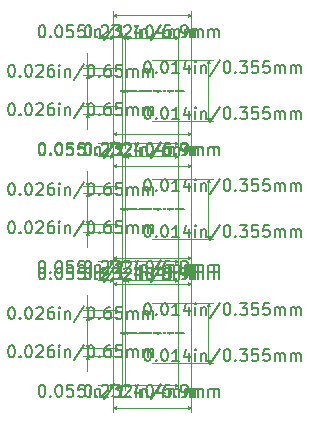
<source format=gbr>
%TF.GenerationSoftware,KiCad,Pcbnew,(6.0.1)*%
%TF.CreationDate,2022-07-20T18:19:18-07:00*%
%TF.ProjectId,LevelShifter,4c657665-6c53-4686-9966-7465722e6b69,rev?*%
%TF.SameCoordinates,Original*%
%TF.FileFunction,Other,Comment*%
%FSLAX46Y46*%
G04 Gerber Fmt 4.6, Leading zero omitted, Abs format (unit mm)*
G04 Created by KiCad (PCBNEW (6.0.1)) date 2022-07-20 18:19:18*
%MOMM*%
%LPD*%
G01*
G04 APERTURE LIST*
%ADD10C,0.150000*%
%ADD11C,0.002000*%
%ADD12C,0.100000*%
G04 APERTURE END LIST*
D10*
%TO.C,U6*%
X154442619Y-87986680D02*
X154537857Y-87986680D01*
X154633095Y-88034300D01*
X154680714Y-88081919D01*
X154728333Y-88177157D01*
X154775952Y-88367633D01*
X154775952Y-88605728D01*
X154728333Y-88796204D01*
X154680714Y-88891442D01*
X154633095Y-88939061D01*
X154537857Y-88986680D01*
X154442619Y-88986680D01*
X154347380Y-88939061D01*
X154299761Y-88891442D01*
X154252142Y-88796204D01*
X154204523Y-88605728D01*
X154204523Y-88367633D01*
X154252142Y-88177157D01*
X154299761Y-88081919D01*
X154347380Y-88034300D01*
X154442619Y-87986680D01*
X155204523Y-88891442D02*
X155252142Y-88939061D01*
X155204523Y-88986680D01*
X155156904Y-88939061D01*
X155204523Y-88891442D01*
X155204523Y-88986680D01*
X155633095Y-88081919D02*
X155680714Y-88034300D01*
X155775952Y-87986680D01*
X156014047Y-87986680D01*
X156109285Y-88034300D01*
X156156904Y-88081919D01*
X156204523Y-88177157D01*
X156204523Y-88272395D01*
X156156904Y-88415252D01*
X155585476Y-88986680D01*
X156204523Y-88986680D01*
X156537857Y-87986680D02*
X157156904Y-87986680D01*
X156823571Y-88367633D01*
X156966428Y-88367633D01*
X157061666Y-88415252D01*
X157109285Y-88462871D01*
X157156904Y-88558109D01*
X157156904Y-88796204D01*
X157109285Y-88891442D01*
X157061666Y-88939061D01*
X156966428Y-88986680D01*
X156680714Y-88986680D01*
X156585476Y-88939061D01*
X156537857Y-88891442D01*
X157537857Y-88081919D02*
X157585476Y-88034300D01*
X157680714Y-87986680D01*
X157918809Y-87986680D01*
X158014047Y-88034300D01*
X158061666Y-88081919D01*
X158109285Y-88177157D01*
X158109285Y-88272395D01*
X158061666Y-88415252D01*
X157490238Y-88986680D01*
X158109285Y-88986680D01*
X158537857Y-88986680D02*
X158537857Y-88320014D01*
X158537857Y-87986680D02*
X158490238Y-88034300D01*
X158537857Y-88081919D01*
X158585476Y-88034300D01*
X158537857Y-87986680D01*
X158537857Y-88081919D01*
X159014047Y-88320014D02*
X159014047Y-88986680D01*
X159014047Y-88415252D02*
X159061666Y-88367633D01*
X159156904Y-88320014D01*
X159299761Y-88320014D01*
X159395000Y-88367633D01*
X159442619Y-88462871D01*
X159442619Y-88986680D01*
X160633095Y-87939061D02*
X159775952Y-89224776D01*
X161442619Y-87986680D02*
X160966428Y-87986680D01*
X160918809Y-88462871D01*
X160966428Y-88415252D01*
X161061666Y-88367633D01*
X161299761Y-88367633D01*
X161395000Y-88415252D01*
X161442619Y-88462871D01*
X161490238Y-88558109D01*
X161490238Y-88796204D01*
X161442619Y-88891442D01*
X161395000Y-88939061D01*
X161299761Y-88986680D01*
X161061666Y-88986680D01*
X160966428Y-88939061D01*
X160918809Y-88891442D01*
X161918809Y-88891442D02*
X161966428Y-88939061D01*
X161918809Y-88986680D01*
X161871190Y-88939061D01*
X161918809Y-88891442D01*
X161918809Y-88986680D01*
X162442619Y-88986680D02*
X162633095Y-88986680D01*
X162728333Y-88939061D01*
X162775952Y-88891442D01*
X162871190Y-88748585D01*
X162918809Y-88558109D01*
X162918809Y-88177157D01*
X162871190Y-88081919D01*
X162823571Y-88034300D01*
X162728333Y-87986680D01*
X162537857Y-87986680D01*
X162442619Y-88034300D01*
X162395000Y-88081919D01*
X162347380Y-88177157D01*
X162347380Y-88415252D01*
X162395000Y-88510490D01*
X162442619Y-88558109D01*
X162537857Y-88605728D01*
X162728333Y-88605728D01*
X162823571Y-88558109D01*
X162871190Y-88510490D01*
X162918809Y-88415252D01*
X163347380Y-88986680D02*
X163347380Y-88320014D01*
X163347380Y-88415252D02*
X163395000Y-88367633D01*
X163490238Y-88320014D01*
X163633095Y-88320014D01*
X163728333Y-88367633D01*
X163775952Y-88462871D01*
X163775952Y-88986680D01*
X163775952Y-88462871D02*
X163823571Y-88367633D01*
X163918809Y-88320014D01*
X164061666Y-88320014D01*
X164156904Y-88367633D01*
X164204523Y-88462871D01*
X164204523Y-88986680D01*
X164680714Y-88986680D02*
X164680714Y-88320014D01*
X164680714Y-88415252D02*
X164728333Y-88367633D01*
X164823571Y-88320014D01*
X164966428Y-88320014D01*
X165061666Y-88367633D01*
X165109285Y-88462871D01*
X165109285Y-88986680D01*
X165109285Y-88462871D02*
X165156904Y-88367633D01*
X165252142Y-88320014D01*
X165395000Y-88320014D01*
X165490238Y-88367633D01*
X165537857Y-88462871D01*
X165537857Y-88986680D01*
X150540288Y-97918080D02*
X150635526Y-97918080D01*
X150730764Y-97965700D01*
X150778383Y-98013319D01*
X150826002Y-98108557D01*
X150873621Y-98299033D01*
X150873621Y-98537128D01*
X150826002Y-98727604D01*
X150778383Y-98822842D01*
X150730764Y-98870461D01*
X150635526Y-98918080D01*
X150540288Y-98918080D01*
X150445050Y-98870461D01*
X150397430Y-98822842D01*
X150349811Y-98727604D01*
X150302192Y-98537128D01*
X150302192Y-98299033D01*
X150349811Y-98108557D01*
X150397430Y-98013319D01*
X150445050Y-97965700D01*
X150540288Y-97918080D01*
X151302192Y-98822842D02*
X151349811Y-98870461D01*
X151302192Y-98918080D01*
X151254573Y-98870461D01*
X151302192Y-98822842D01*
X151302192Y-98918080D01*
X151968859Y-97918080D02*
X152064097Y-97918080D01*
X152159335Y-97965700D01*
X152206954Y-98013319D01*
X152254573Y-98108557D01*
X152302192Y-98299033D01*
X152302192Y-98537128D01*
X152254573Y-98727604D01*
X152206954Y-98822842D01*
X152159335Y-98870461D01*
X152064097Y-98918080D01*
X151968859Y-98918080D01*
X151873621Y-98870461D01*
X151826002Y-98822842D01*
X151778383Y-98727604D01*
X151730764Y-98537128D01*
X151730764Y-98299033D01*
X151778383Y-98108557D01*
X151826002Y-98013319D01*
X151873621Y-97965700D01*
X151968859Y-97918080D01*
X153206954Y-97918080D02*
X152730764Y-97918080D01*
X152683145Y-98394271D01*
X152730764Y-98346652D01*
X152826002Y-98299033D01*
X153064097Y-98299033D01*
X153159335Y-98346652D01*
X153206954Y-98394271D01*
X153254573Y-98489509D01*
X153254573Y-98727604D01*
X153206954Y-98822842D01*
X153159335Y-98870461D01*
X153064097Y-98918080D01*
X152826002Y-98918080D01*
X152730764Y-98870461D01*
X152683145Y-98822842D01*
X154159335Y-97918080D02*
X153683145Y-97918080D01*
X153635526Y-98394271D01*
X153683145Y-98346652D01*
X153778383Y-98299033D01*
X154016478Y-98299033D01*
X154111716Y-98346652D01*
X154159335Y-98394271D01*
X154206954Y-98489509D01*
X154206954Y-98727604D01*
X154159335Y-98822842D01*
X154111716Y-98870461D01*
X154016478Y-98918080D01*
X153778383Y-98918080D01*
X153683145Y-98870461D01*
X153635526Y-98822842D01*
X154635526Y-98918080D02*
X154635526Y-98251414D01*
X154635526Y-97918080D02*
X154587907Y-97965700D01*
X154635526Y-98013319D01*
X154683145Y-97965700D01*
X154635526Y-97918080D01*
X154635526Y-98013319D01*
X155111716Y-98251414D02*
X155111716Y-98918080D01*
X155111716Y-98346652D02*
X155159335Y-98299033D01*
X155254573Y-98251414D01*
X155397430Y-98251414D01*
X155492669Y-98299033D01*
X155540288Y-98394271D01*
X155540288Y-98918080D01*
X156730764Y-97870461D02*
X155873621Y-99156176D01*
X157587907Y-98918080D02*
X157016478Y-98918080D01*
X157302192Y-98918080D02*
X157302192Y-97918080D01*
X157206954Y-98060938D01*
X157111716Y-98156176D01*
X157016478Y-98203795D01*
X158016478Y-98822842D02*
X158064097Y-98870461D01*
X158016478Y-98918080D01*
X157968859Y-98870461D01*
X158016478Y-98822842D01*
X158016478Y-98918080D01*
X158921240Y-98251414D02*
X158921240Y-98918080D01*
X158683145Y-97870461D02*
X158445050Y-98584747D01*
X159064097Y-98584747D01*
X159635526Y-97918080D02*
X159730764Y-97918080D01*
X159826002Y-97965700D01*
X159873621Y-98013319D01*
X159921240Y-98108557D01*
X159968859Y-98299033D01*
X159968859Y-98537128D01*
X159921240Y-98727604D01*
X159873621Y-98822842D01*
X159826002Y-98870461D01*
X159730764Y-98918080D01*
X159635526Y-98918080D01*
X159540288Y-98870461D01*
X159492669Y-98822842D01*
X159445050Y-98727604D01*
X159397430Y-98537128D01*
X159397430Y-98299033D01*
X159445050Y-98108557D01*
X159492669Y-98013319D01*
X159540288Y-97965700D01*
X159635526Y-97918080D01*
X160826002Y-98251414D02*
X160826002Y-98918080D01*
X160587907Y-97870461D02*
X160349811Y-98584747D01*
X160968859Y-98584747D01*
X161349811Y-98918080D02*
X161349811Y-98251414D01*
X161349811Y-98346652D02*
X161397430Y-98299033D01*
X161492669Y-98251414D01*
X161635526Y-98251414D01*
X161730764Y-98299033D01*
X161778383Y-98394271D01*
X161778383Y-98918080D01*
X161778383Y-98394271D02*
X161826002Y-98299033D01*
X161921240Y-98251414D01*
X162064097Y-98251414D01*
X162159335Y-98299033D01*
X162206954Y-98394271D01*
X162206954Y-98918080D01*
X162683145Y-98918080D02*
X162683145Y-98251414D01*
X162683145Y-98346652D02*
X162730764Y-98299033D01*
X162826002Y-98251414D01*
X162968859Y-98251414D01*
X163064097Y-98299033D01*
X163111716Y-98394271D01*
X163111716Y-98918080D01*
X163111716Y-98394271D02*
X163159335Y-98299033D01*
X163254573Y-98251414D01*
X163397430Y-98251414D01*
X163492669Y-98299033D01*
X163540288Y-98394271D01*
X163540288Y-98918080D01*
X147968478Y-91327415D02*
X148063716Y-91327415D01*
X148158954Y-91375035D01*
X148206573Y-91422654D01*
X148254192Y-91517892D01*
X148301811Y-91708368D01*
X148301811Y-91946463D01*
X148254192Y-92136939D01*
X148206573Y-92232177D01*
X148158954Y-92279796D01*
X148063716Y-92327415D01*
X147968478Y-92327415D01*
X147873240Y-92279796D01*
X147825621Y-92232177D01*
X147778002Y-92136939D01*
X147730383Y-91946463D01*
X147730383Y-91708368D01*
X147778002Y-91517892D01*
X147825621Y-91422654D01*
X147873240Y-91375035D01*
X147968478Y-91327415D01*
X148730383Y-92232177D02*
X148778002Y-92279796D01*
X148730383Y-92327415D01*
X148682764Y-92279796D01*
X148730383Y-92232177D01*
X148730383Y-92327415D01*
X149397050Y-91327415D02*
X149492288Y-91327415D01*
X149587526Y-91375035D01*
X149635145Y-91422654D01*
X149682764Y-91517892D01*
X149730383Y-91708368D01*
X149730383Y-91946463D01*
X149682764Y-92136939D01*
X149635145Y-92232177D01*
X149587526Y-92279796D01*
X149492288Y-92327415D01*
X149397050Y-92327415D01*
X149301811Y-92279796D01*
X149254192Y-92232177D01*
X149206573Y-92136939D01*
X149158954Y-91946463D01*
X149158954Y-91708368D01*
X149206573Y-91517892D01*
X149254192Y-91422654D01*
X149301811Y-91375035D01*
X149397050Y-91327415D01*
X150111335Y-91422654D02*
X150158954Y-91375035D01*
X150254192Y-91327415D01*
X150492288Y-91327415D01*
X150587526Y-91375035D01*
X150635145Y-91422654D01*
X150682764Y-91517892D01*
X150682764Y-91613130D01*
X150635145Y-91755987D01*
X150063716Y-92327415D01*
X150682764Y-92327415D01*
X151539907Y-91327415D02*
X151349430Y-91327415D01*
X151254192Y-91375035D01*
X151206573Y-91422654D01*
X151111335Y-91565511D01*
X151063716Y-91755987D01*
X151063716Y-92136939D01*
X151111335Y-92232177D01*
X151158954Y-92279796D01*
X151254192Y-92327415D01*
X151444669Y-92327415D01*
X151539907Y-92279796D01*
X151587526Y-92232177D01*
X151635145Y-92136939D01*
X151635145Y-91898844D01*
X151587526Y-91803606D01*
X151539907Y-91755987D01*
X151444669Y-91708368D01*
X151254192Y-91708368D01*
X151158954Y-91755987D01*
X151111335Y-91803606D01*
X151063716Y-91898844D01*
X152063716Y-92327415D02*
X152063716Y-91660749D01*
X152063716Y-91327415D02*
X152016097Y-91375035D01*
X152063716Y-91422654D01*
X152111335Y-91375035D01*
X152063716Y-91327415D01*
X152063716Y-91422654D01*
X152539907Y-91660749D02*
X152539907Y-92327415D01*
X152539907Y-91755987D02*
X152587526Y-91708368D01*
X152682764Y-91660749D01*
X152825621Y-91660749D01*
X152920859Y-91708368D01*
X152968478Y-91803606D01*
X152968478Y-92327415D01*
X154158954Y-91279796D02*
X153301811Y-92565511D01*
X154682764Y-91327415D02*
X154778002Y-91327415D01*
X154873240Y-91375035D01*
X154920859Y-91422654D01*
X154968478Y-91517892D01*
X155016097Y-91708368D01*
X155016097Y-91946463D01*
X154968478Y-92136939D01*
X154920859Y-92232177D01*
X154873240Y-92279796D01*
X154778002Y-92327415D01*
X154682764Y-92327415D01*
X154587526Y-92279796D01*
X154539907Y-92232177D01*
X154492288Y-92136939D01*
X154444669Y-91946463D01*
X154444669Y-91708368D01*
X154492288Y-91517892D01*
X154539907Y-91422654D01*
X154587526Y-91375035D01*
X154682764Y-91327415D01*
X155444669Y-92232177D02*
X155492288Y-92279796D01*
X155444669Y-92327415D01*
X155397050Y-92279796D01*
X155444669Y-92232177D01*
X155444669Y-92327415D01*
X156349430Y-91327415D02*
X156158954Y-91327415D01*
X156063716Y-91375035D01*
X156016097Y-91422654D01*
X155920859Y-91565511D01*
X155873240Y-91755987D01*
X155873240Y-92136939D01*
X155920859Y-92232177D01*
X155968478Y-92279796D01*
X156063716Y-92327415D01*
X156254192Y-92327415D01*
X156349430Y-92279796D01*
X156397050Y-92232177D01*
X156444669Y-92136939D01*
X156444669Y-91898844D01*
X156397050Y-91803606D01*
X156349430Y-91755987D01*
X156254192Y-91708368D01*
X156063716Y-91708368D01*
X155968478Y-91755987D01*
X155920859Y-91803606D01*
X155873240Y-91898844D01*
X157349430Y-91327415D02*
X156873240Y-91327415D01*
X156825621Y-91803606D01*
X156873240Y-91755987D01*
X156968478Y-91708368D01*
X157206573Y-91708368D01*
X157301811Y-91755987D01*
X157349430Y-91803606D01*
X157397050Y-91898844D01*
X157397050Y-92136939D01*
X157349430Y-92232177D01*
X157301811Y-92279796D01*
X157206573Y-92327415D01*
X156968478Y-92327415D01*
X156873240Y-92279796D01*
X156825621Y-92232177D01*
X157825621Y-92327415D02*
X157825621Y-91660749D01*
X157825621Y-91755987D02*
X157873240Y-91708368D01*
X157968478Y-91660749D01*
X158111335Y-91660749D01*
X158206573Y-91708368D01*
X158254192Y-91803606D01*
X158254192Y-92327415D01*
X158254192Y-91803606D02*
X158301811Y-91708368D01*
X158397050Y-91660749D01*
X158539907Y-91660749D01*
X158635145Y-91708368D01*
X158682764Y-91803606D01*
X158682764Y-92327415D01*
X159158954Y-92327415D02*
X159158954Y-91660749D01*
X159158954Y-91755987D02*
X159206573Y-91708368D01*
X159301811Y-91660749D01*
X159444669Y-91660749D01*
X159539907Y-91708368D01*
X159587526Y-91803606D01*
X159587526Y-92327415D01*
X159587526Y-91803606D02*
X159635145Y-91708368D01*
X159730383Y-91660749D01*
X159873240Y-91660749D01*
X159968478Y-91708368D01*
X160016097Y-91803606D01*
X160016097Y-92327415D01*
D11*
X157249166Y-93545357D02*
X157243119Y-93551404D01*
X157224976Y-93557452D01*
X157212880Y-93557452D01*
X157194738Y-93551404D01*
X157182642Y-93539309D01*
X157176595Y-93527214D01*
X157170547Y-93503023D01*
X157170547Y-93484880D01*
X157176595Y-93460690D01*
X157182642Y-93448595D01*
X157194738Y-93436500D01*
X157212880Y-93430452D01*
X157224976Y-93430452D01*
X157243119Y-93436500D01*
X157249166Y-93442547D01*
X157321738Y-93557452D02*
X157309642Y-93551404D01*
X157303595Y-93545357D01*
X157297547Y-93533261D01*
X157297547Y-93496976D01*
X157303595Y-93484880D01*
X157309642Y-93478833D01*
X157321738Y-93472785D01*
X157339880Y-93472785D01*
X157351976Y-93478833D01*
X157358023Y-93484880D01*
X157364071Y-93496976D01*
X157364071Y-93533261D01*
X157358023Y-93545357D01*
X157351976Y-93551404D01*
X157339880Y-93557452D01*
X157321738Y-93557452D01*
X157418500Y-93472785D02*
X157418500Y-93599785D01*
X157418500Y-93478833D02*
X157430595Y-93472785D01*
X157454785Y-93472785D01*
X157466880Y-93478833D01*
X157472928Y-93484880D01*
X157478976Y-93496976D01*
X157478976Y-93533261D01*
X157472928Y-93545357D01*
X157466880Y-93551404D01*
X157454785Y-93557452D01*
X157430595Y-93557452D01*
X157418500Y-93551404D01*
X157521309Y-93472785D02*
X157551547Y-93557452D01*
X157581785Y-93472785D02*
X157551547Y-93557452D01*
X157539452Y-93587690D01*
X157533404Y-93593738D01*
X157521309Y-93599785D01*
X157630166Y-93557452D02*
X157630166Y-93472785D01*
X157630166Y-93496976D02*
X157636214Y-93484880D01*
X157642261Y-93478833D01*
X157654357Y-93472785D01*
X157666452Y-93472785D01*
X157708785Y-93557452D02*
X157708785Y-93472785D01*
X157708785Y-93430452D02*
X157702738Y-93436500D01*
X157708785Y-93442547D01*
X157714833Y-93436500D01*
X157708785Y-93430452D01*
X157708785Y-93442547D01*
X157823690Y-93472785D02*
X157823690Y-93575595D01*
X157817642Y-93587690D01*
X157811595Y-93593738D01*
X157799500Y-93599785D01*
X157781357Y-93599785D01*
X157769261Y-93593738D01*
X157823690Y-93551404D02*
X157811595Y-93557452D01*
X157787404Y-93557452D01*
X157775309Y-93551404D01*
X157769261Y-93545357D01*
X157763214Y-93533261D01*
X157763214Y-93496976D01*
X157769261Y-93484880D01*
X157775309Y-93478833D01*
X157787404Y-93472785D01*
X157811595Y-93472785D01*
X157823690Y-93478833D01*
X157884166Y-93557452D02*
X157884166Y-93430452D01*
X157938595Y-93557452D02*
X157938595Y-93490928D01*
X157932547Y-93478833D01*
X157920452Y-93472785D01*
X157902309Y-93472785D01*
X157890214Y-93478833D01*
X157884166Y-93484880D01*
X157980928Y-93472785D02*
X158029309Y-93472785D01*
X157999071Y-93430452D02*
X157999071Y-93539309D01*
X158005119Y-93551404D01*
X158017214Y-93557452D01*
X158029309Y-93557452D01*
X158162357Y-93442547D02*
X158168404Y-93436500D01*
X158180500Y-93430452D01*
X158210738Y-93430452D01*
X158222833Y-93436500D01*
X158228880Y-93442547D01*
X158234928Y-93454642D01*
X158234928Y-93466738D01*
X158228880Y-93484880D01*
X158156309Y-93557452D01*
X158234928Y-93557452D01*
X158313547Y-93430452D02*
X158325642Y-93430452D01*
X158337738Y-93436500D01*
X158343785Y-93442547D01*
X158349833Y-93454642D01*
X158355880Y-93478833D01*
X158355880Y-93509071D01*
X158349833Y-93533261D01*
X158343785Y-93545357D01*
X158337738Y-93551404D01*
X158325642Y-93557452D01*
X158313547Y-93557452D01*
X158301452Y-93551404D01*
X158295404Y-93545357D01*
X158289357Y-93533261D01*
X158283309Y-93509071D01*
X158283309Y-93478833D01*
X158289357Y-93454642D01*
X158295404Y-93442547D01*
X158301452Y-93436500D01*
X158313547Y-93430452D01*
X158404261Y-93442547D02*
X158410309Y-93436500D01*
X158422404Y-93430452D01*
X158452642Y-93430452D01*
X158464738Y-93436500D01*
X158470785Y-93442547D01*
X158476833Y-93454642D01*
X158476833Y-93466738D01*
X158470785Y-93484880D01*
X158398214Y-93557452D01*
X158476833Y-93557452D01*
X158597785Y-93557452D02*
X158525214Y-93557452D01*
X158561500Y-93557452D02*
X158561500Y-93430452D01*
X158549404Y-93448595D01*
X158537309Y-93460690D01*
X158525214Y-93466738D01*
X158742928Y-93521166D02*
X158803404Y-93521166D01*
X158730833Y-93557452D02*
X158773166Y-93430452D01*
X158815500Y-93557452D01*
X158912261Y-93551404D02*
X158900166Y-93557452D01*
X158875976Y-93557452D01*
X158863880Y-93551404D01*
X158857833Y-93545357D01*
X158851785Y-93533261D01*
X158851785Y-93496976D01*
X158857833Y-93484880D01*
X158863880Y-93478833D01*
X158875976Y-93472785D01*
X158900166Y-93472785D01*
X158912261Y-93478833D01*
X159021119Y-93551404D02*
X159009023Y-93557452D01*
X158984833Y-93557452D01*
X158972738Y-93551404D01*
X158966690Y-93545357D01*
X158960642Y-93533261D01*
X158960642Y-93496976D01*
X158966690Y-93484880D01*
X158972738Y-93478833D01*
X158984833Y-93472785D01*
X159009023Y-93472785D01*
X159021119Y-93478833D01*
X159123928Y-93551404D02*
X159111833Y-93557452D01*
X159087642Y-93557452D01*
X159075547Y-93551404D01*
X159069500Y-93539309D01*
X159069500Y-93490928D01*
X159075547Y-93478833D01*
X159087642Y-93472785D01*
X159111833Y-93472785D01*
X159123928Y-93478833D01*
X159129976Y-93490928D01*
X159129976Y-93503023D01*
X159069500Y-93515119D01*
X159202547Y-93557452D02*
X159190452Y-93551404D01*
X159184404Y-93539309D01*
X159184404Y-93430452D01*
X159299309Y-93551404D02*
X159287214Y-93557452D01*
X159263023Y-93557452D01*
X159250928Y-93551404D01*
X159244880Y-93539309D01*
X159244880Y-93490928D01*
X159250928Y-93478833D01*
X159263023Y-93472785D01*
X159287214Y-93472785D01*
X159299309Y-93478833D01*
X159305357Y-93490928D01*
X159305357Y-93503023D01*
X159244880Y-93515119D01*
X159359785Y-93557452D02*
X159359785Y-93472785D01*
X159359785Y-93496976D02*
X159365833Y-93484880D01*
X159371880Y-93478833D01*
X159383976Y-93472785D01*
X159396071Y-93472785D01*
X159492833Y-93557452D02*
X159492833Y-93490928D01*
X159486785Y-93478833D01*
X159474690Y-93472785D01*
X159450500Y-93472785D01*
X159438404Y-93478833D01*
X159492833Y-93551404D02*
X159480738Y-93557452D01*
X159450500Y-93557452D01*
X159438404Y-93551404D01*
X159432357Y-93539309D01*
X159432357Y-93527214D01*
X159438404Y-93515119D01*
X159450500Y-93509071D01*
X159480738Y-93509071D01*
X159492833Y-93503023D01*
X159535166Y-93472785D02*
X159583547Y-93472785D01*
X159553309Y-93430452D02*
X159553309Y-93539309D01*
X159559357Y-93551404D01*
X159571452Y-93557452D01*
X159583547Y-93557452D01*
X159674261Y-93551404D02*
X159662166Y-93557452D01*
X159637976Y-93557452D01*
X159625880Y-93551404D01*
X159619833Y-93539309D01*
X159619833Y-93490928D01*
X159625880Y-93478833D01*
X159637976Y-93472785D01*
X159662166Y-93472785D01*
X159674261Y-93478833D01*
X159680309Y-93490928D01*
X159680309Y-93503023D01*
X159619833Y-93515119D01*
X159789166Y-93557452D02*
X159789166Y-93430452D01*
X159789166Y-93551404D02*
X159777071Y-93557452D01*
X159752880Y-93557452D01*
X159740785Y-93551404D01*
X159734738Y-93545357D01*
X159728690Y-93533261D01*
X159728690Y-93496976D01*
X159734738Y-93484880D01*
X159740785Y-93478833D01*
X159752880Y-93472785D01*
X159777071Y-93472785D01*
X159789166Y-93478833D01*
X159946404Y-93557452D02*
X159946404Y-93430452D01*
X159976642Y-93430452D01*
X159994785Y-93436500D01*
X160006880Y-93448595D01*
X160012928Y-93460690D01*
X160018976Y-93484880D01*
X160018976Y-93503023D01*
X160012928Y-93527214D01*
X160006880Y-93539309D01*
X159994785Y-93551404D01*
X159976642Y-93557452D01*
X159946404Y-93557452D01*
X160121785Y-93551404D02*
X160109690Y-93557452D01*
X160085500Y-93557452D01*
X160073404Y-93551404D01*
X160067357Y-93539309D01*
X160067357Y-93490928D01*
X160073404Y-93478833D01*
X160085500Y-93472785D01*
X160109690Y-93472785D01*
X160121785Y-93478833D01*
X160127833Y-93490928D01*
X160127833Y-93503023D01*
X160067357Y-93515119D01*
X160176214Y-93551404D02*
X160188309Y-93557452D01*
X160212500Y-93557452D01*
X160224595Y-93551404D01*
X160230642Y-93539309D01*
X160230642Y-93533261D01*
X160224595Y-93521166D01*
X160212500Y-93515119D01*
X160194357Y-93515119D01*
X160182261Y-93509071D01*
X160176214Y-93496976D01*
X160176214Y-93490928D01*
X160182261Y-93478833D01*
X160194357Y-93472785D01*
X160212500Y-93472785D01*
X160224595Y-93478833D01*
X160285071Y-93557452D02*
X160285071Y-93472785D01*
X160285071Y-93430452D02*
X160279023Y-93436500D01*
X160285071Y-93442547D01*
X160291119Y-93436500D01*
X160285071Y-93430452D01*
X160285071Y-93442547D01*
X160399976Y-93472785D02*
X160399976Y-93575595D01*
X160393928Y-93587690D01*
X160387880Y-93593738D01*
X160375785Y-93599785D01*
X160357642Y-93599785D01*
X160345547Y-93593738D01*
X160399976Y-93551404D02*
X160387880Y-93557452D01*
X160363690Y-93557452D01*
X160351595Y-93551404D01*
X160345547Y-93545357D01*
X160339500Y-93533261D01*
X160339500Y-93496976D01*
X160345547Y-93484880D01*
X160351595Y-93478833D01*
X160363690Y-93472785D01*
X160387880Y-93472785D01*
X160399976Y-93478833D01*
X160460452Y-93472785D02*
X160460452Y-93557452D01*
X160460452Y-93484880D02*
X160466500Y-93478833D01*
X160478595Y-93472785D01*
X160496738Y-93472785D01*
X160508833Y-93478833D01*
X160514880Y-93490928D01*
X160514880Y-93557452D01*
X160569309Y-93551404D02*
X160581404Y-93557452D01*
X160605595Y-93557452D01*
X160617690Y-93551404D01*
X160623738Y-93539309D01*
X160623738Y-93533261D01*
X160617690Y-93521166D01*
X160605595Y-93515119D01*
X160587452Y-93515119D01*
X160575357Y-93509071D01*
X160569309Y-93496976D01*
X160569309Y-93490928D01*
X160575357Y-93478833D01*
X160587452Y-93472785D01*
X160605595Y-93472785D01*
X160617690Y-93478833D01*
X160678166Y-93545357D02*
X160684214Y-93551404D01*
X160678166Y-93557452D01*
X160672119Y-93551404D01*
X160678166Y-93545357D01*
X160678166Y-93557452D01*
X160829357Y-93521166D02*
X160889833Y-93521166D01*
X160817261Y-93557452D02*
X160859595Y-93430452D01*
X160901928Y-93557452D01*
X160962404Y-93557452D02*
X160950309Y-93551404D01*
X160944261Y-93539309D01*
X160944261Y-93430452D01*
X161028928Y-93557452D02*
X161016833Y-93551404D01*
X161010785Y-93539309D01*
X161010785Y-93430452D01*
X161174071Y-93557452D02*
X161174071Y-93472785D01*
X161174071Y-93496976D02*
X161180119Y-93484880D01*
X161186166Y-93478833D01*
X161198261Y-93472785D01*
X161210357Y-93472785D01*
X161252690Y-93557452D02*
X161252690Y-93472785D01*
X161252690Y-93430452D02*
X161246642Y-93436500D01*
X161252690Y-93442547D01*
X161258738Y-93436500D01*
X161252690Y-93430452D01*
X161252690Y-93442547D01*
X161367595Y-93472785D02*
X161367595Y-93575595D01*
X161361547Y-93587690D01*
X161355500Y-93593738D01*
X161343404Y-93599785D01*
X161325261Y-93599785D01*
X161313166Y-93593738D01*
X161367595Y-93551404D02*
X161355500Y-93557452D01*
X161331309Y-93557452D01*
X161319214Y-93551404D01*
X161313166Y-93545357D01*
X161307119Y-93533261D01*
X161307119Y-93496976D01*
X161313166Y-93484880D01*
X161319214Y-93478833D01*
X161331309Y-93472785D01*
X161355500Y-93472785D01*
X161367595Y-93478833D01*
X161428071Y-93557452D02*
X161428071Y-93430452D01*
X161482500Y-93557452D02*
X161482500Y-93490928D01*
X161476452Y-93478833D01*
X161464357Y-93472785D01*
X161446214Y-93472785D01*
X161434119Y-93478833D01*
X161428071Y-93484880D01*
X161524833Y-93472785D02*
X161573214Y-93472785D01*
X161542976Y-93430452D02*
X161542976Y-93539309D01*
X161549023Y-93551404D01*
X161561119Y-93557452D01*
X161573214Y-93557452D01*
X161609500Y-93551404D02*
X161621595Y-93557452D01*
X161645785Y-93557452D01*
X161657880Y-93551404D01*
X161663928Y-93539309D01*
X161663928Y-93533261D01*
X161657880Y-93521166D01*
X161645785Y-93515119D01*
X161627642Y-93515119D01*
X161615547Y-93509071D01*
X161609500Y-93496976D01*
X161609500Y-93490928D01*
X161615547Y-93478833D01*
X161627642Y-93472785D01*
X161645785Y-93472785D01*
X161657880Y-93478833D01*
X161815119Y-93557452D02*
X161815119Y-93472785D01*
X161815119Y-93496976D02*
X161821166Y-93484880D01*
X161827214Y-93478833D01*
X161839309Y-93472785D01*
X161851404Y-93472785D01*
X161942119Y-93551404D02*
X161930023Y-93557452D01*
X161905833Y-93557452D01*
X161893738Y-93551404D01*
X161887690Y-93539309D01*
X161887690Y-93490928D01*
X161893738Y-93478833D01*
X161905833Y-93472785D01*
X161930023Y-93472785D01*
X161942119Y-93478833D01*
X161948166Y-93490928D01*
X161948166Y-93503023D01*
X161887690Y-93515119D01*
X161996547Y-93551404D02*
X162008642Y-93557452D01*
X162032833Y-93557452D01*
X162044928Y-93551404D01*
X162050976Y-93539309D01*
X162050976Y-93533261D01*
X162044928Y-93521166D01*
X162032833Y-93515119D01*
X162014690Y-93515119D01*
X162002595Y-93509071D01*
X161996547Y-93496976D01*
X161996547Y-93490928D01*
X162002595Y-93478833D01*
X162014690Y-93472785D01*
X162032833Y-93472785D01*
X162044928Y-93478833D01*
X162153785Y-93551404D02*
X162141690Y-93557452D01*
X162117500Y-93557452D01*
X162105404Y-93551404D01*
X162099357Y-93539309D01*
X162099357Y-93490928D01*
X162105404Y-93478833D01*
X162117500Y-93472785D01*
X162141690Y-93472785D01*
X162153785Y-93478833D01*
X162159833Y-93490928D01*
X162159833Y-93503023D01*
X162099357Y-93515119D01*
X162214261Y-93557452D02*
X162214261Y-93472785D01*
X162214261Y-93496976D02*
X162220309Y-93484880D01*
X162226357Y-93478833D01*
X162238452Y-93472785D01*
X162250547Y-93472785D01*
X162280785Y-93472785D02*
X162311023Y-93557452D01*
X162341261Y-93472785D01*
X162438023Y-93551404D02*
X162425928Y-93557452D01*
X162401738Y-93557452D01*
X162389642Y-93551404D01*
X162383595Y-93539309D01*
X162383595Y-93490928D01*
X162389642Y-93478833D01*
X162401738Y-93472785D01*
X162425928Y-93472785D01*
X162438023Y-93478833D01*
X162444071Y-93490928D01*
X162444071Y-93503023D01*
X162383595Y-93515119D01*
X162552928Y-93557452D02*
X162552928Y-93430452D01*
X162552928Y-93551404D02*
X162540833Y-93557452D01*
X162516642Y-93557452D01*
X162504547Y-93551404D01*
X162498500Y-93545357D01*
X162492452Y-93533261D01*
X162492452Y-93496976D01*
X162498500Y-93484880D01*
X162504547Y-93478833D01*
X162516642Y-93472785D01*
X162540833Y-93472785D01*
X162552928Y-93478833D01*
X162613404Y-93545357D02*
X162619452Y-93551404D01*
X162613404Y-93557452D01*
X162607357Y-93551404D01*
X162613404Y-93545357D01*
X162613404Y-93557452D01*
D10*
X159488188Y-91002422D02*
X159583426Y-91002422D01*
X159678664Y-91050042D01*
X159726283Y-91097661D01*
X159773902Y-91192899D01*
X159821521Y-91383375D01*
X159821521Y-91621470D01*
X159773902Y-91811946D01*
X159726283Y-91907184D01*
X159678664Y-91954803D01*
X159583426Y-92002422D01*
X159488188Y-92002422D01*
X159392950Y-91954803D01*
X159345330Y-91907184D01*
X159297711Y-91811946D01*
X159250092Y-91621470D01*
X159250092Y-91383375D01*
X159297711Y-91192899D01*
X159345330Y-91097661D01*
X159392950Y-91050042D01*
X159488188Y-91002422D01*
X160250092Y-91907184D02*
X160297711Y-91954803D01*
X160250092Y-92002422D01*
X160202473Y-91954803D01*
X160250092Y-91907184D01*
X160250092Y-92002422D01*
X160916759Y-91002422D02*
X161011997Y-91002422D01*
X161107235Y-91050042D01*
X161154854Y-91097661D01*
X161202473Y-91192899D01*
X161250092Y-91383375D01*
X161250092Y-91621470D01*
X161202473Y-91811946D01*
X161154854Y-91907184D01*
X161107235Y-91954803D01*
X161011997Y-92002422D01*
X160916759Y-92002422D01*
X160821521Y-91954803D01*
X160773902Y-91907184D01*
X160726283Y-91811946D01*
X160678664Y-91621470D01*
X160678664Y-91383375D01*
X160726283Y-91192899D01*
X160773902Y-91097661D01*
X160821521Y-91050042D01*
X160916759Y-91002422D01*
X162202473Y-92002422D02*
X161631045Y-92002422D01*
X161916759Y-92002422D02*
X161916759Y-91002422D01*
X161821521Y-91145280D01*
X161726283Y-91240518D01*
X161631045Y-91288137D01*
X163059616Y-91335756D02*
X163059616Y-92002422D01*
X162821521Y-90954803D02*
X162583426Y-91669089D01*
X163202473Y-91669089D01*
X163583426Y-92002422D02*
X163583426Y-91335756D01*
X163583426Y-91002422D02*
X163535807Y-91050042D01*
X163583426Y-91097661D01*
X163631045Y-91050042D01*
X163583426Y-91002422D01*
X163583426Y-91097661D01*
X164059616Y-91335756D02*
X164059616Y-92002422D01*
X164059616Y-91430994D02*
X164107235Y-91383375D01*
X164202473Y-91335756D01*
X164345330Y-91335756D01*
X164440569Y-91383375D01*
X164488188Y-91478613D01*
X164488188Y-92002422D01*
X165678664Y-90954803D02*
X164821521Y-92240518D01*
X166202473Y-91002422D02*
X166297711Y-91002422D01*
X166392950Y-91050042D01*
X166440569Y-91097661D01*
X166488188Y-91192899D01*
X166535807Y-91383375D01*
X166535807Y-91621470D01*
X166488188Y-91811946D01*
X166440569Y-91907184D01*
X166392950Y-91954803D01*
X166297711Y-92002422D01*
X166202473Y-92002422D01*
X166107235Y-91954803D01*
X166059616Y-91907184D01*
X166011997Y-91811946D01*
X165964378Y-91621470D01*
X165964378Y-91383375D01*
X166011997Y-91192899D01*
X166059616Y-91097661D01*
X166107235Y-91050042D01*
X166202473Y-91002422D01*
X166964378Y-91907184D02*
X167011997Y-91954803D01*
X166964378Y-92002422D01*
X166916759Y-91954803D01*
X166964378Y-91907184D01*
X166964378Y-92002422D01*
X167345330Y-91002422D02*
X167964378Y-91002422D01*
X167631045Y-91383375D01*
X167773902Y-91383375D01*
X167869140Y-91430994D01*
X167916759Y-91478613D01*
X167964378Y-91573851D01*
X167964378Y-91811946D01*
X167916759Y-91907184D01*
X167869140Y-91954803D01*
X167773902Y-92002422D01*
X167488188Y-92002422D01*
X167392950Y-91954803D01*
X167345330Y-91907184D01*
X168869140Y-91002422D02*
X168392950Y-91002422D01*
X168345330Y-91478613D01*
X168392950Y-91430994D01*
X168488188Y-91383375D01*
X168726283Y-91383375D01*
X168821521Y-91430994D01*
X168869140Y-91478613D01*
X168916759Y-91573851D01*
X168916759Y-91811946D01*
X168869140Y-91907184D01*
X168821521Y-91954803D01*
X168726283Y-92002422D01*
X168488188Y-92002422D01*
X168392950Y-91954803D01*
X168345330Y-91907184D01*
X169821521Y-91002422D02*
X169345330Y-91002422D01*
X169297711Y-91478613D01*
X169345330Y-91430994D01*
X169440569Y-91383375D01*
X169678664Y-91383375D01*
X169773902Y-91430994D01*
X169821521Y-91478613D01*
X169869140Y-91573851D01*
X169869140Y-91811946D01*
X169821521Y-91907184D01*
X169773902Y-91954803D01*
X169678664Y-92002422D01*
X169440569Y-92002422D01*
X169345330Y-91954803D01*
X169297711Y-91907184D01*
X170297711Y-92002422D02*
X170297711Y-91335756D01*
X170297711Y-91430994D02*
X170345330Y-91383375D01*
X170440569Y-91335756D01*
X170583426Y-91335756D01*
X170678664Y-91383375D01*
X170726283Y-91478613D01*
X170726283Y-92002422D01*
X170726283Y-91478613D02*
X170773902Y-91383375D01*
X170869140Y-91335756D01*
X171011997Y-91335756D01*
X171107235Y-91383375D01*
X171154854Y-91478613D01*
X171154854Y-92002422D01*
X171631045Y-92002422D02*
X171631045Y-91335756D01*
X171631045Y-91430994D02*
X171678664Y-91383375D01*
X171773902Y-91335756D01*
X171916759Y-91335756D01*
X172011997Y-91383375D01*
X172059616Y-91478613D01*
X172059616Y-92002422D01*
X172059616Y-91478613D02*
X172107235Y-91383375D01*
X172202473Y-91335756D01*
X172345330Y-91335756D01*
X172440569Y-91383375D01*
X172488188Y-91478613D01*
X172488188Y-92002422D01*
%TO.C,U5*%
X150540288Y-108418080D02*
X150635526Y-108418080D01*
X150730764Y-108465700D01*
X150778383Y-108513319D01*
X150826002Y-108608557D01*
X150873621Y-108799033D01*
X150873621Y-109037128D01*
X150826002Y-109227604D01*
X150778383Y-109322842D01*
X150730764Y-109370461D01*
X150635526Y-109418080D01*
X150540288Y-109418080D01*
X150445050Y-109370461D01*
X150397430Y-109322842D01*
X150349811Y-109227604D01*
X150302192Y-109037128D01*
X150302192Y-108799033D01*
X150349811Y-108608557D01*
X150397430Y-108513319D01*
X150445050Y-108465700D01*
X150540288Y-108418080D01*
X151302192Y-109322842D02*
X151349811Y-109370461D01*
X151302192Y-109418080D01*
X151254573Y-109370461D01*
X151302192Y-109322842D01*
X151302192Y-109418080D01*
X151968859Y-108418080D02*
X152064097Y-108418080D01*
X152159335Y-108465700D01*
X152206954Y-108513319D01*
X152254573Y-108608557D01*
X152302192Y-108799033D01*
X152302192Y-109037128D01*
X152254573Y-109227604D01*
X152206954Y-109322842D01*
X152159335Y-109370461D01*
X152064097Y-109418080D01*
X151968859Y-109418080D01*
X151873621Y-109370461D01*
X151826002Y-109322842D01*
X151778383Y-109227604D01*
X151730764Y-109037128D01*
X151730764Y-108799033D01*
X151778383Y-108608557D01*
X151826002Y-108513319D01*
X151873621Y-108465700D01*
X151968859Y-108418080D01*
X153206954Y-108418080D02*
X152730764Y-108418080D01*
X152683145Y-108894271D01*
X152730764Y-108846652D01*
X152826002Y-108799033D01*
X153064097Y-108799033D01*
X153159335Y-108846652D01*
X153206954Y-108894271D01*
X153254573Y-108989509D01*
X153254573Y-109227604D01*
X153206954Y-109322842D01*
X153159335Y-109370461D01*
X153064097Y-109418080D01*
X152826002Y-109418080D01*
X152730764Y-109370461D01*
X152683145Y-109322842D01*
X154159335Y-108418080D02*
X153683145Y-108418080D01*
X153635526Y-108894271D01*
X153683145Y-108846652D01*
X153778383Y-108799033D01*
X154016478Y-108799033D01*
X154111716Y-108846652D01*
X154159335Y-108894271D01*
X154206954Y-108989509D01*
X154206954Y-109227604D01*
X154159335Y-109322842D01*
X154111716Y-109370461D01*
X154016478Y-109418080D01*
X153778383Y-109418080D01*
X153683145Y-109370461D01*
X153635526Y-109322842D01*
X154635526Y-109418080D02*
X154635526Y-108751414D01*
X154635526Y-108418080D02*
X154587907Y-108465700D01*
X154635526Y-108513319D01*
X154683145Y-108465700D01*
X154635526Y-108418080D01*
X154635526Y-108513319D01*
X155111716Y-108751414D02*
X155111716Y-109418080D01*
X155111716Y-108846652D02*
X155159335Y-108799033D01*
X155254573Y-108751414D01*
X155397430Y-108751414D01*
X155492669Y-108799033D01*
X155540288Y-108894271D01*
X155540288Y-109418080D01*
X156730764Y-108370461D02*
X155873621Y-109656176D01*
X157587907Y-109418080D02*
X157016478Y-109418080D01*
X157302192Y-109418080D02*
X157302192Y-108418080D01*
X157206954Y-108560938D01*
X157111716Y-108656176D01*
X157016478Y-108703795D01*
X158016478Y-109322842D02*
X158064097Y-109370461D01*
X158016478Y-109418080D01*
X157968859Y-109370461D01*
X158016478Y-109322842D01*
X158016478Y-109418080D01*
X158921240Y-108751414D02*
X158921240Y-109418080D01*
X158683145Y-108370461D02*
X158445050Y-109084747D01*
X159064097Y-109084747D01*
X159635526Y-108418080D02*
X159730764Y-108418080D01*
X159826002Y-108465700D01*
X159873621Y-108513319D01*
X159921240Y-108608557D01*
X159968859Y-108799033D01*
X159968859Y-109037128D01*
X159921240Y-109227604D01*
X159873621Y-109322842D01*
X159826002Y-109370461D01*
X159730764Y-109418080D01*
X159635526Y-109418080D01*
X159540288Y-109370461D01*
X159492669Y-109322842D01*
X159445050Y-109227604D01*
X159397430Y-109037128D01*
X159397430Y-108799033D01*
X159445050Y-108608557D01*
X159492669Y-108513319D01*
X159540288Y-108465700D01*
X159635526Y-108418080D01*
X160826002Y-108751414D02*
X160826002Y-109418080D01*
X160587907Y-108370461D02*
X160349811Y-109084747D01*
X160968859Y-109084747D01*
X161349811Y-109418080D02*
X161349811Y-108751414D01*
X161349811Y-108846652D02*
X161397430Y-108799033D01*
X161492669Y-108751414D01*
X161635526Y-108751414D01*
X161730764Y-108799033D01*
X161778383Y-108894271D01*
X161778383Y-109418080D01*
X161778383Y-108894271D02*
X161826002Y-108799033D01*
X161921240Y-108751414D01*
X162064097Y-108751414D01*
X162159335Y-108799033D01*
X162206954Y-108894271D01*
X162206954Y-109418080D01*
X162683145Y-109418080D02*
X162683145Y-108751414D01*
X162683145Y-108846652D02*
X162730764Y-108799033D01*
X162826002Y-108751414D01*
X162968859Y-108751414D01*
X163064097Y-108799033D01*
X163111716Y-108894271D01*
X163111716Y-109418080D01*
X163111716Y-108894271D02*
X163159335Y-108799033D01*
X163254573Y-108751414D01*
X163397430Y-108751414D01*
X163492669Y-108799033D01*
X163540288Y-108894271D01*
X163540288Y-109418080D01*
X147968478Y-101827415D02*
X148063716Y-101827415D01*
X148158954Y-101875035D01*
X148206573Y-101922654D01*
X148254192Y-102017892D01*
X148301811Y-102208368D01*
X148301811Y-102446463D01*
X148254192Y-102636939D01*
X148206573Y-102732177D01*
X148158954Y-102779796D01*
X148063716Y-102827415D01*
X147968478Y-102827415D01*
X147873240Y-102779796D01*
X147825621Y-102732177D01*
X147778002Y-102636939D01*
X147730383Y-102446463D01*
X147730383Y-102208368D01*
X147778002Y-102017892D01*
X147825621Y-101922654D01*
X147873240Y-101875035D01*
X147968478Y-101827415D01*
X148730383Y-102732177D02*
X148778002Y-102779796D01*
X148730383Y-102827415D01*
X148682764Y-102779796D01*
X148730383Y-102732177D01*
X148730383Y-102827415D01*
X149397050Y-101827415D02*
X149492288Y-101827415D01*
X149587526Y-101875035D01*
X149635145Y-101922654D01*
X149682764Y-102017892D01*
X149730383Y-102208368D01*
X149730383Y-102446463D01*
X149682764Y-102636939D01*
X149635145Y-102732177D01*
X149587526Y-102779796D01*
X149492288Y-102827415D01*
X149397050Y-102827415D01*
X149301811Y-102779796D01*
X149254192Y-102732177D01*
X149206573Y-102636939D01*
X149158954Y-102446463D01*
X149158954Y-102208368D01*
X149206573Y-102017892D01*
X149254192Y-101922654D01*
X149301811Y-101875035D01*
X149397050Y-101827415D01*
X150111335Y-101922654D02*
X150158954Y-101875035D01*
X150254192Y-101827415D01*
X150492288Y-101827415D01*
X150587526Y-101875035D01*
X150635145Y-101922654D01*
X150682764Y-102017892D01*
X150682764Y-102113130D01*
X150635145Y-102255987D01*
X150063716Y-102827415D01*
X150682764Y-102827415D01*
X151539907Y-101827415D02*
X151349430Y-101827415D01*
X151254192Y-101875035D01*
X151206573Y-101922654D01*
X151111335Y-102065511D01*
X151063716Y-102255987D01*
X151063716Y-102636939D01*
X151111335Y-102732177D01*
X151158954Y-102779796D01*
X151254192Y-102827415D01*
X151444669Y-102827415D01*
X151539907Y-102779796D01*
X151587526Y-102732177D01*
X151635145Y-102636939D01*
X151635145Y-102398844D01*
X151587526Y-102303606D01*
X151539907Y-102255987D01*
X151444669Y-102208368D01*
X151254192Y-102208368D01*
X151158954Y-102255987D01*
X151111335Y-102303606D01*
X151063716Y-102398844D01*
X152063716Y-102827415D02*
X152063716Y-102160749D01*
X152063716Y-101827415D02*
X152016097Y-101875035D01*
X152063716Y-101922654D01*
X152111335Y-101875035D01*
X152063716Y-101827415D01*
X152063716Y-101922654D01*
X152539907Y-102160749D02*
X152539907Y-102827415D01*
X152539907Y-102255987D02*
X152587526Y-102208368D01*
X152682764Y-102160749D01*
X152825621Y-102160749D01*
X152920859Y-102208368D01*
X152968478Y-102303606D01*
X152968478Y-102827415D01*
X154158954Y-101779796D02*
X153301811Y-103065511D01*
X154682764Y-101827415D02*
X154778002Y-101827415D01*
X154873240Y-101875035D01*
X154920859Y-101922654D01*
X154968478Y-102017892D01*
X155016097Y-102208368D01*
X155016097Y-102446463D01*
X154968478Y-102636939D01*
X154920859Y-102732177D01*
X154873240Y-102779796D01*
X154778002Y-102827415D01*
X154682764Y-102827415D01*
X154587526Y-102779796D01*
X154539907Y-102732177D01*
X154492288Y-102636939D01*
X154444669Y-102446463D01*
X154444669Y-102208368D01*
X154492288Y-102017892D01*
X154539907Y-101922654D01*
X154587526Y-101875035D01*
X154682764Y-101827415D01*
X155444669Y-102732177D02*
X155492288Y-102779796D01*
X155444669Y-102827415D01*
X155397050Y-102779796D01*
X155444669Y-102732177D01*
X155444669Y-102827415D01*
X156349430Y-101827415D02*
X156158954Y-101827415D01*
X156063716Y-101875035D01*
X156016097Y-101922654D01*
X155920859Y-102065511D01*
X155873240Y-102255987D01*
X155873240Y-102636939D01*
X155920859Y-102732177D01*
X155968478Y-102779796D01*
X156063716Y-102827415D01*
X156254192Y-102827415D01*
X156349430Y-102779796D01*
X156397050Y-102732177D01*
X156444669Y-102636939D01*
X156444669Y-102398844D01*
X156397050Y-102303606D01*
X156349430Y-102255987D01*
X156254192Y-102208368D01*
X156063716Y-102208368D01*
X155968478Y-102255987D01*
X155920859Y-102303606D01*
X155873240Y-102398844D01*
X157349430Y-101827415D02*
X156873240Y-101827415D01*
X156825621Y-102303606D01*
X156873240Y-102255987D01*
X156968478Y-102208368D01*
X157206573Y-102208368D01*
X157301811Y-102255987D01*
X157349430Y-102303606D01*
X157397050Y-102398844D01*
X157397050Y-102636939D01*
X157349430Y-102732177D01*
X157301811Y-102779796D01*
X157206573Y-102827415D01*
X156968478Y-102827415D01*
X156873240Y-102779796D01*
X156825621Y-102732177D01*
X157825621Y-102827415D02*
X157825621Y-102160749D01*
X157825621Y-102255987D02*
X157873240Y-102208368D01*
X157968478Y-102160749D01*
X158111335Y-102160749D01*
X158206573Y-102208368D01*
X158254192Y-102303606D01*
X158254192Y-102827415D01*
X158254192Y-102303606D02*
X158301811Y-102208368D01*
X158397050Y-102160749D01*
X158539907Y-102160749D01*
X158635145Y-102208368D01*
X158682764Y-102303606D01*
X158682764Y-102827415D01*
X159158954Y-102827415D02*
X159158954Y-102160749D01*
X159158954Y-102255987D02*
X159206573Y-102208368D01*
X159301811Y-102160749D01*
X159444669Y-102160749D01*
X159539907Y-102208368D01*
X159587526Y-102303606D01*
X159587526Y-102827415D01*
X159587526Y-102303606D02*
X159635145Y-102208368D01*
X159730383Y-102160749D01*
X159873240Y-102160749D01*
X159968478Y-102208368D01*
X160016097Y-102303606D01*
X160016097Y-102827415D01*
X159488188Y-101502422D02*
X159583426Y-101502422D01*
X159678664Y-101550042D01*
X159726283Y-101597661D01*
X159773902Y-101692899D01*
X159821521Y-101883375D01*
X159821521Y-102121470D01*
X159773902Y-102311946D01*
X159726283Y-102407184D01*
X159678664Y-102454803D01*
X159583426Y-102502422D01*
X159488188Y-102502422D01*
X159392950Y-102454803D01*
X159345330Y-102407184D01*
X159297711Y-102311946D01*
X159250092Y-102121470D01*
X159250092Y-101883375D01*
X159297711Y-101692899D01*
X159345330Y-101597661D01*
X159392950Y-101550042D01*
X159488188Y-101502422D01*
X160250092Y-102407184D02*
X160297711Y-102454803D01*
X160250092Y-102502422D01*
X160202473Y-102454803D01*
X160250092Y-102407184D01*
X160250092Y-102502422D01*
X160916759Y-101502422D02*
X161011997Y-101502422D01*
X161107235Y-101550042D01*
X161154854Y-101597661D01*
X161202473Y-101692899D01*
X161250092Y-101883375D01*
X161250092Y-102121470D01*
X161202473Y-102311946D01*
X161154854Y-102407184D01*
X161107235Y-102454803D01*
X161011997Y-102502422D01*
X160916759Y-102502422D01*
X160821521Y-102454803D01*
X160773902Y-102407184D01*
X160726283Y-102311946D01*
X160678664Y-102121470D01*
X160678664Y-101883375D01*
X160726283Y-101692899D01*
X160773902Y-101597661D01*
X160821521Y-101550042D01*
X160916759Y-101502422D01*
X162202473Y-102502422D02*
X161631045Y-102502422D01*
X161916759Y-102502422D02*
X161916759Y-101502422D01*
X161821521Y-101645280D01*
X161726283Y-101740518D01*
X161631045Y-101788137D01*
X163059616Y-101835756D02*
X163059616Y-102502422D01*
X162821521Y-101454803D02*
X162583426Y-102169089D01*
X163202473Y-102169089D01*
X163583426Y-102502422D02*
X163583426Y-101835756D01*
X163583426Y-101502422D02*
X163535807Y-101550042D01*
X163583426Y-101597661D01*
X163631045Y-101550042D01*
X163583426Y-101502422D01*
X163583426Y-101597661D01*
X164059616Y-101835756D02*
X164059616Y-102502422D01*
X164059616Y-101930994D02*
X164107235Y-101883375D01*
X164202473Y-101835756D01*
X164345330Y-101835756D01*
X164440569Y-101883375D01*
X164488188Y-101978613D01*
X164488188Y-102502422D01*
X165678664Y-101454803D02*
X164821521Y-102740518D01*
X166202473Y-101502422D02*
X166297711Y-101502422D01*
X166392950Y-101550042D01*
X166440569Y-101597661D01*
X166488188Y-101692899D01*
X166535807Y-101883375D01*
X166535807Y-102121470D01*
X166488188Y-102311946D01*
X166440569Y-102407184D01*
X166392950Y-102454803D01*
X166297711Y-102502422D01*
X166202473Y-102502422D01*
X166107235Y-102454803D01*
X166059616Y-102407184D01*
X166011997Y-102311946D01*
X165964378Y-102121470D01*
X165964378Y-101883375D01*
X166011997Y-101692899D01*
X166059616Y-101597661D01*
X166107235Y-101550042D01*
X166202473Y-101502422D01*
X166964378Y-102407184D02*
X167011997Y-102454803D01*
X166964378Y-102502422D01*
X166916759Y-102454803D01*
X166964378Y-102407184D01*
X166964378Y-102502422D01*
X167345330Y-101502422D02*
X167964378Y-101502422D01*
X167631045Y-101883375D01*
X167773902Y-101883375D01*
X167869140Y-101930994D01*
X167916759Y-101978613D01*
X167964378Y-102073851D01*
X167964378Y-102311946D01*
X167916759Y-102407184D01*
X167869140Y-102454803D01*
X167773902Y-102502422D01*
X167488188Y-102502422D01*
X167392950Y-102454803D01*
X167345330Y-102407184D01*
X168869140Y-101502422D02*
X168392950Y-101502422D01*
X168345330Y-101978613D01*
X168392950Y-101930994D01*
X168488188Y-101883375D01*
X168726283Y-101883375D01*
X168821521Y-101930994D01*
X168869140Y-101978613D01*
X168916759Y-102073851D01*
X168916759Y-102311946D01*
X168869140Y-102407184D01*
X168821521Y-102454803D01*
X168726283Y-102502422D01*
X168488188Y-102502422D01*
X168392950Y-102454803D01*
X168345330Y-102407184D01*
X169821521Y-101502422D02*
X169345330Y-101502422D01*
X169297711Y-101978613D01*
X169345330Y-101930994D01*
X169440569Y-101883375D01*
X169678664Y-101883375D01*
X169773902Y-101930994D01*
X169821521Y-101978613D01*
X169869140Y-102073851D01*
X169869140Y-102311946D01*
X169821521Y-102407184D01*
X169773902Y-102454803D01*
X169678664Y-102502422D01*
X169440569Y-102502422D01*
X169345330Y-102454803D01*
X169297711Y-102407184D01*
X170297711Y-102502422D02*
X170297711Y-101835756D01*
X170297711Y-101930994D02*
X170345330Y-101883375D01*
X170440569Y-101835756D01*
X170583426Y-101835756D01*
X170678664Y-101883375D01*
X170726283Y-101978613D01*
X170726283Y-102502422D01*
X170726283Y-101978613D02*
X170773902Y-101883375D01*
X170869140Y-101835756D01*
X171011997Y-101835756D01*
X171107235Y-101883375D01*
X171154854Y-101978613D01*
X171154854Y-102502422D01*
X171631045Y-102502422D02*
X171631045Y-101835756D01*
X171631045Y-101930994D02*
X171678664Y-101883375D01*
X171773902Y-101835756D01*
X171916759Y-101835756D01*
X172011997Y-101883375D01*
X172059616Y-101978613D01*
X172059616Y-102502422D01*
X172059616Y-101978613D02*
X172107235Y-101883375D01*
X172202473Y-101835756D01*
X172345330Y-101835756D01*
X172440569Y-101883375D01*
X172488188Y-101978613D01*
X172488188Y-102502422D01*
X154442619Y-98486680D02*
X154537857Y-98486680D01*
X154633095Y-98534300D01*
X154680714Y-98581919D01*
X154728333Y-98677157D01*
X154775952Y-98867633D01*
X154775952Y-99105728D01*
X154728333Y-99296204D01*
X154680714Y-99391442D01*
X154633095Y-99439061D01*
X154537857Y-99486680D01*
X154442619Y-99486680D01*
X154347380Y-99439061D01*
X154299761Y-99391442D01*
X154252142Y-99296204D01*
X154204523Y-99105728D01*
X154204523Y-98867633D01*
X154252142Y-98677157D01*
X154299761Y-98581919D01*
X154347380Y-98534300D01*
X154442619Y-98486680D01*
X155204523Y-99391442D02*
X155252142Y-99439061D01*
X155204523Y-99486680D01*
X155156904Y-99439061D01*
X155204523Y-99391442D01*
X155204523Y-99486680D01*
X155633095Y-98581919D02*
X155680714Y-98534300D01*
X155775952Y-98486680D01*
X156014047Y-98486680D01*
X156109285Y-98534300D01*
X156156904Y-98581919D01*
X156204523Y-98677157D01*
X156204523Y-98772395D01*
X156156904Y-98915252D01*
X155585476Y-99486680D01*
X156204523Y-99486680D01*
X156537857Y-98486680D02*
X157156904Y-98486680D01*
X156823571Y-98867633D01*
X156966428Y-98867633D01*
X157061666Y-98915252D01*
X157109285Y-98962871D01*
X157156904Y-99058109D01*
X157156904Y-99296204D01*
X157109285Y-99391442D01*
X157061666Y-99439061D01*
X156966428Y-99486680D01*
X156680714Y-99486680D01*
X156585476Y-99439061D01*
X156537857Y-99391442D01*
X157537857Y-98581919D02*
X157585476Y-98534300D01*
X157680714Y-98486680D01*
X157918809Y-98486680D01*
X158014047Y-98534300D01*
X158061666Y-98581919D01*
X158109285Y-98677157D01*
X158109285Y-98772395D01*
X158061666Y-98915252D01*
X157490238Y-99486680D01*
X158109285Y-99486680D01*
X158537857Y-99486680D02*
X158537857Y-98820014D01*
X158537857Y-98486680D02*
X158490238Y-98534300D01*
X158537857Y-98581919D01*
X158585476Y-98534300D01*
X158537857Y-98486680D01*
X158537857Y-98581919D01*
X159014047Y-98820014D02*
X159014047Y-99486680D01*
X159014047Y-98915252D02*
X159061666Y-98867633D01*
X159156904Y-98820014D01*
X159299761Y-98820014D01*
X159395000Y-98867633D01*
X159442619Y-98962871D01*
X159442619Y-99486680D01*
X160633095Y-98439061D02*
X159775952Y-99724776D01*
X161442619Y-98486680D02*
X160966428Y-98486680D01*
X160918809Y-98962871D01*
X160966428Y-98915252D01*
X161061666Y-98867633D01*
X161299761Y-98867633D01*
X161395000Y-98915252D01*
X161442619Y-98962871D01*
X161490238Y-99058109D01*
X161490238Y-99296204D01*
X161442619Y-99391442D01*
X161395000Y-99439061D01*
X161299761Y-99486680D01*
X161061666Y-99486680D01*
X160966428Y-99439061D01*
X160918809Y-99391442D01*
X161918809Y-99391442D02*
X161966428Y-99439061D01*
X161918809Y-99486680D01*
X161871190Y-99439061D01*
X161918809Y-99391442D01*
X161918809Y-99486680D01*
X162442619Y-99486680D02*
X162633095Y-99486680D01*
X162728333Y-99439061D01*
X162775952Y-99391442D01*
X162871190Y-99248585D01*
X162918809Y-99058109D01*
X162918809Y-98677157D01*
X162871190Y-98581919D01*
X162823571Y-98534300D01*
X162728333Y-98486680D01*
X162537857Y-98486680D01*
X162442619Y-98534300D01*
X162395000Y-98581919D01*
X162347380Y-98677157D01*
X162347380Y-98915252D01*
X162395000Y-99010490D01*
X162442619Y-99058109D01*
X162537857Y-99105728D01*
X162728333Y-99105728D01*
X162823571Y-99058109D01*
X162871190Y-99010490D01*
X162918809Y-98915252D01*
X163347380Y-99486680D02*
X163347380Y-98820014D01*
X163347380Y-98915252D02*
X163395000Y-98867633D01*
X163490238Y-98820014D01*
X163633095Y-98820014D01*
X163728333Y-98867633D01*
X163775952Y-98962871D01*
X163775952Y-99486680D01*
X163775952Y-98962871D02*
X163823571Y-98867633D01*
X163918809Y-98820014D01*
X164061666Y-98820014D01*
X164156904Y-98867633D01*
X164204523Y-98962871D01*
X164204523Y-99486680D01*
X164680714Y-99486680D02*
X164680714Y-98820014D01*
X164680714Y-98915252D02*
X164728333Y-98867633D01*
X164823571Y-98820014D01*
X164966428Y-98820014D01*
X165061666Y-98867633D01*
X165109285Y-98962871D01*
X165109285Y-99486680D01*
X165109285Y-98962871D02*
X165156904Y-98867633D01*
X165252142Y-98820014D01*
X165395000Y-98820014D01*
X165490238Y-98867633D01*
X165537857Y-98962871D01*
X165537857Y-99486680D01*
D11*
X157249166Y-104045357D02*
X157243119Y-104051404D01*
X157224976Y-104057452D01*
X157212880Y-104057452D01*
X157194738Y-104051404D01*
X157182642Y-104039309D01*
X157176595Y-104027214D01*
X157170547Y-104003023D01*
X157170547Y-103984880D01*
X157176595Y-103960690D01*
X157182642Y-103948595D01*
X157194738Y-103936500D01*
X157212880Y-103930452D01*
X157224976Y-103930452D01*
X157243119Y-103936500D01*
X157249166Y-103942547D01*
X157321738Y-104057452D02*
X157309642Y-104051404D01*
X157303595Y-104045357D01*
X157297547Y-104033261D01*
X157297547Y-103996976D01*
X157303595Y-103984880D01*
X157309642Y-103978833D01*
X157321738Y-103972785D01*
X157339880Y-103972785D01*
X157351976Y-103978833D01*
X157358023Y-103984880D01*
X157364071Y-103996976D01*
X157364071Y-104033261D01*
X157358023Y-104045357D01*
X157351976Y-104051404D01*
X157339880Y-104057452D01*
X157321738Y-104057452D01*
X157418500Y-103972785D02*
X157418500Y-104099785D01*
X157418500Y-103978833D02*
X157430595Y-103972785D01*
X157454785Y-103972785D01*
X157466880Y-103978833D01*
X157472928Y-103984880D01*
X157478976Y-103996976D01*
X157478976Y-104033261D01*
X157472928Y-104045357D01*
X157466880Y-104051404D01*
X157454785Y-104057452D01*
X157430595Y-104057452D01*
X157418500Y-104051404D01*
X157521309Y-103972785D02*
X157551547Y-104057452D01*
X157581785Y-103972785D02*
X157551547Y-104057452D01*
X157539452Y-104087690D01*
X157533404Y-104093738D01*
X157521309Y-104099785D01*
X157630166Y-104057452D02*
X157630166Y-103972785D01*
X157630166Y-103996976D02*
X157636214Y-103984880D01*
X157642261Y-103978833D01*
X157654357Y-103972785D01*
X157666452Y-103972785D01*
X157708785Y-104057452D02*
X157708785Y-103972785D01*
X157708785Y-103930452D02*
X157702738Y-103936500D01*
X157708785Y-103942547D01*
X157714833Y-103936500D01*
X157708785Y-103930452D01*
X157708785Y-103942547D01*
X157823690Y-103972785D02*
X157823690Y-104075595D01*
X157817642Y-104087690D01*
X157811595Y-104093738D01*
X157799500Y-104099785D01*
X157781357Y-104099785D01*
X157769261Y-104093738D01*
X157823690Y-104051404D02*
X157811595Y-104057452D01*
X157787404Y-104057452D01*
X157775309Y-104051404D01*
X157769261Y-104045357D01*
X157763214Y-104033261D01*
X157763214Y-103996976D01*
X157769261Y-103984880D01*
X157775309Y-103978833D01*
X157787404Y-103972785D01*
X157811595Y-103972785D01*
X157823690Y-103978833D01*
X157884166Y-104057452D02*
X157884166Y-103930452D01*
X157938595Y-104057452D02*
X157938595Y-103990928D01*
X157932547Y-103978833D01*
X157920452Y-103972785D01*
X157902309Y-103972785D01*
X157890214Y-103978833D01*
X157884166Y-103984880D01*
X157980928Y-103972785D02*
X158029309Y-103972785D01*
X157999071Y-103930452D02*
X157999071Y-104039309D01*
X158005119Y-104051404D01*
X158017214Y-104057452D01*
X158029309Y-104057452D01*
X158162357Y-103942547D02*
X158168404Y-103936500D01*
X158180500Y-103930452D01*
X158210738Y-103930452D01*
X158222833Y-103936500D01*
X158228880Y-103942547D01*
X158234928Y-103954642D01*
X158234928Y-103966738D01*
X158228880Y-103984880D01*
X158156309Y-104057452D01*
X158234928Y-104057452D01*
X158313547Y-103930452D02*
X158325642Y-103930452D01*
X158337738Y-103936500D01*
X158343785Y-103942547D01*
X158349833Y-103954642D01*
X158355880Y-103978833D01*
X158355880Y-104009071D01*
X158349833Y-104033261D01*
X158343785Y-104045357D01*
X158337738Y-104051404D01*
X158325642Y-104057452D01*
X158313547Y-104057452D01*
X158301452Y-104051404D01*
X158295404Y-104045357D01*
X158289357Y-104033261D01*
X158283309Y-104009071D01*
X158283309Y-103978833D01*
X158289357Y-103954642D01*
X158295404Y-103942547D01*
X158301452Y-103936500D01*
X158313547Y-103930452D01*
X158404261Y-103942547D02*
X158410309Y-103936500D01*
X158422404Y-103930452D01*
X158452642Y-103930452D01*
X158464738Y-103936500D01*
X158470785Y-103942547D01*
X158476833Y-103954642D01*
X158476833Y-103966738D01*
X158470785Y-103984880D01*
X158398214Y-104057452D01*
X158476833Y-104057452D01*
X158597785Y-104057452D02*
X158525214Y-104057452D01*
X158561500Y-104057452D02*
X158561500Y-103930452D01*
X158549404Y-103948595D01*
X158537309Y-103960690D01*
X158525214Y-103966738D01*
X158742928Y-104021166D02*
X158803404Y-104021166D01*
X158730833Y-104057452D02*
X158773166Y-103930452D01*
X158815500Y-104057452D01*
X158912261Y-104051404D02*
X158900166Y-104057452D01*
X158875976Y-104057452D01*
X158863880Y-104051404D01*
X158857833Y-104045357D01*
X158851785Y-104033261D01*
X158851785Y-103996976D01*
X158857833Y-103984880D01*
X158863880Y-103978833D01*
X158875976Y-103972785D01*
X158900166Y-103972785D01*
X158912261Y-103978833D01*
X159021119Y-104051404D02*
X159009023Y-104057452D01*
X158984833Y-104057452D01*
X158972738Y-104051404D01*
X158966690Y-104045357D01*
X158960642Y-104033261D01*
X158960642Y-103996976D01*
X158966690Y-103984880D01*
X158972738Y-103978833D01*
X158984833Y-103972785D01*
X159009023Y-103972785D01*
X159021119Y-103978833D01*
X159123928Y-104051404D02*
X159111833Y-104057452D01*
X159087642Y-104057452D01*
X159075547Y-104051404D01*
X159069500Y-104039309D01*
X159069500Y-103990928D01*
X159075547Y-103978833D01*
X159087642Y-103972785D01*
X159111833Y-103972785D01*
X159123928Y-103978833D01*
X159129976Y-103990928D01*
X159129976Y-104003023D01*
X159069500Y-104015119D01*
X159202547Y-104057452D02*
X159190452Y-104051404D01*
X159184404Y-104039309D01*
X159184404Y-103930452D01*
X159299309Y-104051404D02*
X159287214Y-104057452D01*
X159263023Y-104057452D01*
X159250928Y-104051404D01*
X159244880Y-104039309D01*
X159244880Y-103990928D01*
X159250928Y-103978833D01*
X159263023Y-103972785D01*
X159287214Y-103972785D01*
X159299309Y-103978833D01*
X159305357Y-103990928D01*
X159305357Y-104003023D01*
X159244880Y-104015119D01*
X159359785Y-104057452D02*
X159359785Y-103972785D01*
X159359785Y-103996976D02*
X159365833Y-103984880D01*
X159371880Y-103978833D01*
X159383976Y-103972785D01*
X159396071Y-103972785D01*
X159492833Y-104057452D02*
X159492833Y-103990928D01*
X159486785Y-103978833D01*
X159474690Y-103972785D01*
X159450500Y-103972785D01*
X159438404Y-103978833D01*
X159492833Y-104051404D02*
X159480738Y-104057452D01*
X159450500Y-104057452D01*
X159438404Y-104051404D01*
X159432357Y-104039309D01*
X159432357Y-104027214D01*
X159438404Y-104015119D01*
X159450500Y-104009071D01*
X159480738Y-104009071D01*
X159492833Y-104003023D01*
X159535166Y-103972785D02*
X159583547Y-103972785D01*
X159553309Y-103930452D02*
X159553309Y-104039309D01*
X159559357Y-104051404D01*
X159571452Y-104057452D01*
X159583547Y-104057452D01*
X159674261Y-104051404D02*
X159662166Y-104057452D01*
X159637976Y-104057452D01*
X159625880Y-104051404D01*
X159619833Y-104039309D01*
X159619833Y-103990928D01*
X159625880Y-103978833D01*
X159637976Y-103972785D01*
X159662166Y-103972785D01*
X159674261Y-103978833D01*
X159680309Y-103990928D01*
X159680309Y-104003023D01*
X159619833Y-104015119D01*
X159789166Y-104057452D02*
X159789166Y-103930452D01*
X159789166Y-104051404D02*
X159777071Y-104057452D01*
X159752880Y-104057452D01*
X159740785Y-104051404D01*
X159734738Y-104045357D01*
X159728690Y-104033261D01*
X159728690Y-103996976D01*
X159734738Y-103984880D01*
X159740785Y-103978833D01*
X159752880Y-103972785D01*
X159777071Y-103972785D01*
X159789166Y-103978833D01*
X159946404Y-104057452D02*
X159946404Y-103930452D01*
X159976642Y-103930452D01*
X159994785Y-103936500D01*
X160006880Y-103948595D01*
X160012928Y-103960690D01*
X160018976Y-103984880D01*
X160018976Y-104003023D01*
X160012928Y-104027214D01*
X160006880Y-104039309D01*
X159994785Y-104051404D01*
X159976642Y-104057452D01*
X159946404Y-104057452D01*
X160121785Y-104051404D02*
X160109690Y-104057452D01*
X160085500Y-104057452D01*
X160073404Y-104051404D01*
X160067357Y-104039309D01*
X160067357Y-103990928D01*
X160073404Y-103978833D01*
X160085500Y-103972785D01*
X160109690Y-103972785D01*
X160121785Y-103978833D01*
X160127833Y-103990928D01*
X160127833Y-104003023D01*
X160067357Y-104015119D01*
X160176214Y-104051404D02*
X160188309Y-104057452D01*
X160212500Y-104057452D01*
X160224595Y-104051404D01*
X160230642Y-104039309D01*
X160230642Y-104033261D01*
X160224595Y-104021166D01*
X160212500Y-104015119D01*
X160194357Y-104015119D01*
X160182261Y-104009071D01*
X160176214Y-103996976D01*
X160176214Y-103990928D01*
X160182261Y-103978833D01*
X160194357Y-103972785D01*
X160212500Y-103972785D01*
X160224595Y-103978833D01*
X160285071Y-104057452D02*
X160285071Y-103972785D01*
X160285071Y-103930452D02*
X160279023Y-103936500D01*
X160285071Y-103942547D01*
X160291119Y-103936500D01*
X160285071Y-103930452D01*
X160285071Y-103942547D01*
X160399976Y-103972785D02*
X160399976Y-104075595D01*
X160393928Y-104087690D01*
X160387880Y-104093738D01*
X160375785Y-104099785D01*
X160357642Y-104099785D01*
X160345547Y-104093738D01*
X160399976Y-104051404D02*
X160387880Y-104057452D01*
X160363690Y-104057452D01*
X160351595Y-104051404D01*
X160345547Y-104045357D01*
X160339500Y-104033261D01*
X160339500Y-103996976D01*
X160345547Y-103984880D01*
X160351595Y-103978833D01*
X160363690Y-103972785D01*
X160387880Y-103972785D01*
X160399976Y-103978833D01*
X160460452Y-103972785D02*
X160460452Y-104057452D01*
X160460452Y-103984880D02*
X160466500Y-103978833D01*
X160478595Y-103972785D01*
X160496738Y-103972785D01*
X160508833Y-103978833D01*
X160514880Y-103990928D01*
X160514880Y-104057452D01*
X160569309Y-104051404D02*
X160581404Y-104057452D01*
X160605595Y-104057452D01*
X160617690Y-104051404D01*
X160623738Y-104039309D01*
X160623738Y-104033261D01*
X160617690Y-104021166D01*
X160605595Y-104015119D01*
X160587452Y-104015119D01*
X160575357Y-104009071D01*
X160569309Y-103996976D01*
X160569309Y-103990928D01*
X160575357Y-103978833D01*
X160587452Y-103972785D01*
X160605595Y-103972785D01*
X160617690Y-103978833D01*
X160678166Y-104045357D02*
X160684214Y-104051404D01*
X160678166Y-104057452D01*
X160672119Y-104051404D01*
X160678166Y-104045357D01*
X160678166Y-104057452D01*
X160829357Y-104021166D02*
X160889833Y-104021166D01*
X160817261Y-104057452D02*
X160859595Y-103930452D01*
X160901928Y-104057452D01*
X160962404Y-104057452D02*
X160950309Y-104051404D01*
X160944261Y-104039309D01*
X160944261Y-103930452D01*
X161028928Y-104057452D02*
X161016833Y-104051404D01*
X161010785Y-104039309D01*
X161010785Y-103930452D01*
X161174071Y-104057452D02*
X161174071Y-103972785D01*
X161174071Y-103996976D02*
X161180119Y-103984880D01*
X161186166Y-103978833D01*
X161198261Y-103972785D01*
X161210357Y-103972785D01*
X161252690Y-104057452D02*
X161252690Y-103972785D01*
X161252690Y-103930452D02*
X161246642Y-103936500D01*
X161252690Y-103942547D01*
X161258738Y-103936500D01*
X161252690Y-103930452D01*
X161252690Y-103942547D01*
X161367595Y-103972785D02*
X161367595Y-104075595D01*
X161361547Y-104087690D01*
X161355500Y-104093738D01*
X161343404Y-104099785D01*
X161325261Y-104099785D01*
X161313166Y-104093738D01*
X161367595Y-104051404D02*
X161355500Y-104057452D01*
X161331309Y-104057452D01*
X161319214Y-104051404D01*
X161313166Y-104045357D01*
X161307119Y-104033261D01*
X161307119Y-103996976D01*
X161313166Y-103984880D01*
X161319214Y-103978833D01*
X161331309Y-103972785D01*
X161355500Y-103972785D01*
X161367595Y-103978833D01*
X161428071Y-104057452D02*
X161428071Y-103930452D01*
X161482500Y-104057452D02*
X161482500Y-103990928D01*
X161476452Y-103978833D01*
X161464357Y-103972785D01*
X161446214Y-103972785D01*
X161434119Y-103978833D01*
X161428071Y-103984880D01*
X161524833Y-103972785D02*
X161573214Y-103972785D01*
X161542976Y-103930452D02*
X161542976Y-104039309D01*
X161549023Y-104051404D01*
X161561119Y-104057452D01*
X161573214Y-104057452D01*
X161609500Y-104051404D02*
X161621595Y-104057452D01*
X161645785Y-104057452D01*
X161657880Y-104051404D01*
X161663928Y-104039309D01*
X161663928Y-104033261D01*
X161657880Y-104021166D01*
X161645785Y-104015119D01*
X161627642Y-104015119D01*
X161615547Y-104009071D01*
X161609500Y-103996976D01*
X161609500Y-103990928D01*
X161615547Y-103978833D01*
X161627642Y-103972785D01*
X161645785Y-103972785D01*
X161657880Y-103978833D01*
X161815119Y-104057452D02*
X161815119Y-103972785D01*
X161815119Y-103996976D02*
X161821166Y-103984880D01*
X161827214Y-103978833D01*
X161839309Y-103972785D01*
X161851404Y-103972785D01*
X161942119Y-104051404D02*
X161930023Y-104057452D01*
X161905833Y-104057452D01*
X161893738Y-104051404D01*
X161887690Y-104039309D01*
X161887690Y-103990928D01*
X161893738Y-103978833D01*
X161905833Y-103972785D01*
X161930023Y-103972785D01*
X161942119Y-103978833D01*
X161948166Y-103990928D01*
X161948166Y-104003023D01*
X161887690Y-104015119D01*
X161996547Y-104051404D02*
X162008642Y-104057452D01*
X162032833Y-104057452D01*
X162044928Y-104051404D01*
X162050976Y-104039309D01*
X162050976Y-104033261D01*
X162044928Y-104021166D01*
X162032833Y-104015119D01*
X162014690Y-104015119D01*
X162002595Y-104009071D01*
X161996547Y-103996976D01*
X161996547Y-103990928D01*
X162002595Y-103978833D01*
X162014690Y-103972785D01*
X162032833Y-103972785D01*
X162044928Y-103978833D01*
X162153785Y-104051404D02*
X162141690Y-104057452D01*
X162117500Y-104057452D01*
X162105404Y-104051404D01*
X162099357Y-104039309D01*
X162099357Y-103990928D01*
X162105404Y-103978833D01*
X162117500Y-103972785D01*
X162141690Y-103972785D01*
X162153785Y-103978833D01*
X162159833Y-103990928D01*
X162159833Y-104003023D01*
X162099357Y-104015119D01*
X162214261Y-104057452D02*
X162214261Y-103972785D01*
X162214261Y-103996976D02*
X162220309Y-103984880D01*
X162226357Y-103978833D01*
X162238452Y-103972785D01*
X162250547Y-103972785D01*
X162280785Y-103972785D02*
X162311023Y-104057452D01*
X162341261Y-103972785D01*
X162438023Y-104051404D02*
X162425928Y-104057452D01*
X162401738Y-104057452D01*
X162389642Y-104051404D01*
X162383595Y-104039309D01*
X162383595Y-103990928D01*
X162389642Y-103978833D01*
X162401738Y-103972785D01*
X162425928Y-103972785D01*
X162438023Y-103978833D01*
X162444071Y-103990928D01*
X162444071Y-104003023D01*
X162383595Y-104015119D01*
X162552928Y-104057452D02*
X162552928Y-103930452D01*
X162552928Y-104051404D02*
X162540833Y-104057452D01*
X162516642Y-104057452D01*
X162504547Y-104051404D01*
X162498500Y-104045357D01*
X162492452Y-104033261D01*
X162492452Y-103996976D01*
X162498500Y-103984880D01*
X162504547Y-103978833D01*
X162516642Y-103972785D01*
X162540833Y-103972785D01*
X162552928Y-103978833D01*
X162613404Y-104045357D02*
X162619452Y-104051404D01*
X162613404Y-104057452D01*
X162607357Y-104051404D01*
X162613404Y-104045357D01*
X162613404Y-104057452D01*
D10*
%TO.C,U4*%
X150540288Y-87918080D02*
X150635526Y-87918080D01*
X150730764Y-87965700D01*
X150778383Y-88013319D01*
X150826002Y-88108557D01*
X150873621Y-88299033D01*
X150873621Y-88537128D01*
X150826002Y-88727604D01*
X150778383Y-88822842D01*
X150730764Y-88870461D01*
X150635526Y-88918080D01*
X150540288Y-88918080D01*
X150445050Y-88870461D01*
X150397430Y-88822842D01*
X150349811Y-88727604D01*
X150302192Y-88537128D01*
X150302192Y-88299033D01*
X150349811Y-88108557D01*
X150397430Y-88013319D01*
X150445050Y-87965700D01*
X150540288Y-87918080D01*
X151302192Y-88822842D02*
X151349811Y-88870461D01*
X151302192Y-88918080D01*
X151254573Y-88870461D01*
X151302192Y-88822842D01*
X151302192Y-88918080D01*
X151968859Y-87918080D02*
X152064097Y-87918080D01*
X152159335Y-87965700D01*
X152206954Y-88013319D01*
X152254573Y-88108557D01*
X152302192Y-88299033D01*
X152302192Y-88537128D01*
X152254573Y-88727604D01*
X152206954Y-88822842D01*
X152159335Y-88870461D01*
X152064097Y-88918080D01*
X151968859Y-88918080D01*
X151873621Y-88870461D01*
X151826002Y-88822842D01*
X151778383Y-88727604D01*
X151730764Y-88537128D01*
X151730764Y-88299033D01*
X151778383Y-88108557D01*
X151826002Y-88013319D01*
X151873621Y-87965700D01*
X151968859Y-87918080D01*
X153206954Y-87918080D02*
X152730764Y-87918080D01*
X152683145Y-88394271D01*
X152730764Y-88346652D01*
X152826002Y-88299033D01*
X153064097Y-88299033D01*
X153159335Y-88346652D01*
X153206954Y-88394271D01*
X153254573Y-88489509D01*
X153254573Y-88727604D01*
X153206954Y-88822842D01*
X153159335Y-88870461D01*
X153064097Y-88918080D01*
X152826002Y-88918080D01*
X152730764Y-88870461D01*
X152683145Y-88822842D01*
X154159335Y-87918080D02*
X153683145Y-87918080D01*
X153635526Y-88394271D01*
X153683145Y-88346652D01*
X153778383Y-88299033D01*
X154016478Y-88299033D01*
X154111716Y-88346652D01*
X154159335Y-88394271D01*
X154206954Y-88489509D01*
X154206954Y-88727604D01*
X154159335Y-88822842D01*
X154111716Y-88870461D01*
X154016478Y-88918080D01*
X153778383Y-88918080D01*
X153683145Y-88870461D01*
X153635526Y-88822842D01*
X154635526Y-88918080D02*
X154635526Y-88251414D01*
X154635526Y-87918080D02*
X154587907Y-87965700D01*
X154635526Y-88013319D01*
X154683145Y-87965700D01*
X154635526Y-87918080D01*
X154635526Y-88013319D01*
X155111716Y-88251414D02*
X155111716Y-88918080D01*
X155111716Y-88346652D02*
X155159335Y-88299033D01*
X155254573Y-88251414D01*
X155397430Y-88251414D01*
X155492669Y-88299033D01*
X155540288Y-88394271D01*
X155540288Y-88918080D01*
X156730764Y-87870461D02*
X155873621Y-89156176D01*
X157587907Y-88918080D02*
X157016478Y-88918080D01*
X157302192Y-88918080D02*
X157302192Y-87918080D01*
X157206954Y-88060938D01*
X157111716Y-88156176D01*
X157016478Y-88203795D01*
X158016478Y-88822842D02*
X158064097Y-88870461D01*
X158016478Y-88918080D01*
X157968859Y-88870461D01*
X158016478Y-88822842D01*
X158016478Y-88918080D01*
X158921240Y-88251414D02*
X158921240Y-88918080D01*
X158683145Y-87870461D02*
X158445050Y-88584747D01*
X159064097Y-88584747D01*
X159635526Y-87918080D02*
X159730764Y-87918080D01*
X159826002Y-87965700D01*
X159873621Y-88013319D01*
X159921240Y-88108557D01*
X159968859Y-88299033D01*
X159968859Y-88537128D01*
X159921240Y-88727604D01*
X159873621Y-88822842D01*
X159826002Y-88870461D01*
X159730764Y-88918080D01*
X159635526Y-88918080D01*
X159540288Y-88870461D01*
X159492669Y-88822842D01*
X159445050Y-88727604D01*
X159397430Y-88537128D01*
X159397430Y-88299033D01*
X159445050Y-88108557D01*
X159492669Y-88013319D01*
X159540288Y-87965700D01*
X159635526Y-87918080D01*
X160826002Y-88251414D02*
X160826002Y-88918080D01*
X160587907Y-87870461D02*
X160349811Y-88584747D01*
X160968859Y-88584747D01*
X161349811Y-88918080D02*
X161349811Y-88251414D01*
X161349811Y-88346652D02*
X161397430Y-88299033D01*
X161492669Y-88251414D01*
X161635526Y-88251414D01*
X161730764Y-88299033D01*
X161778383Y-88394271D01*
X161778383Y-88918080D01*
X161778383Y-88394271D02*
X161826002Y-88299033D01*
X161921240Y-88251414D01*
X162064097Y-88251414D01*
X162159335Y-88299033D01*
X162206954Y-88394271D01*
X162206954Y-88918080D01*
X162683145Y-88918080D02*
X162683145Y-88251414D01*
X162683145Y-88346652D02*
X162730764Y-88299033D01*
X162826002Y-88251414D01*
X162968859Y-88251414D01*
X163064097Y-88299033D01*
X163111716Y-88394271D01*
X163111716Y-88918080D01*
X163111716Y-88394271D02*
X163159335Y-88299033D01*
X163254573Y-88251414D01*
X163397430Y-88251414D01*
X163492669Y-88299033D01*
X163540288Y-88394271D01*
X163540288Y-88918080D01*
D11*
X157249166Y-83545357D02*
X157243119Y-83551404D01*
X157224976Y-83557452D01*
X157212880Y-83557452D01*
X157194738Y-83551404D01*
X157182642Y-83539309D01*
X157176595Y-83527214D01*
X157170547Y-83503023D01*
X157170547Y-83484880D01*
X157176595Y-83460690D01*
X157182642Y-83448595D01*
X157194738Y-83436500D01*
X157212880Y-83430452D01*
X157224976Y-83430452D01*
X157243119Y-83436500D01*
X157249166Y-83442547D01*
X157321738Y-83557452D02*
X157309642Y-83551404D01*
X157303595Y-83545357D01*
X157297547Y-83533261D01*
X157297547Y-83496976D01*
X157303595Y-83484880D01*
X157309642Y-83478833D01*
X157321738Y-83472785D01*
X157339880Y-83472785D01*
X157351976Y-83478833D01*
X157358023Y-83484880D01*
X157364071Y-83496976D01*
X157364071Y-83533261D01*
X157358023Y-83545357D01*
X157351976Y-83551404D01*
X157339880Y-83557452D01*
X157321738Y-83557452D01*
X157418500Y-83472785D02*
X157418500Y-83599785D01*
X157418500Y-83478833D02*
X157430595Y-83472785D01*
X157454785Y-83472785D01*
X157466880Y-83478833D01*
X157472928Y-83484880D01*
X157478976Y-83496976D01*
X157478976Y-83533261D01*
X157472928Y-83545357D01*
X157466880Y-83551404D01*
X157454785Y-83557452D01*
X157430595Y-83557452D01*
X157418500Y-83551404D01*
X157521309Y-83472785D02*
X157551547Y-83557452D01*
X157581785Y-83472785D02*
X157551547Y-83557452D01*
X157539452Y-83587690D01*
X157533404Y-83593738D01*
X157521309Y-83599785D01*
X157630166Y-83557452D02*
X157630166Y-83472785D01*
X157630166Y-83496976D02*
X157636214Y-83484880D01*
X157642261Y-83478833D01*
X157654357Y-83472785D01*
X157666452Y-83472785D01*
X157708785Y-83557452D02*
X157708785Y-83472785D01*
X157708785Y-83430452D02*
X157702738Y-83436500D01*
X157708785Y-83442547D01*
X157714833Y-83436500D01*
X157708785Y-83430452D01*
X157708785Y-83442547D01*
X157823690Y-83472785D02*
X157823690Y-83575595D01*
X157817642Y-83587690D01*
X157811595Y-83593738D01*
X157799500Y-83599785D01*
X157781357Y-83599785D01*
X157769261Y-83593738D01*
X157823690Y-83551404D02*
X157811595Y-83557452D01*
X157787404Y-83557452D01*
X157775309Y-83551404D01*
X157769261Y-83545357D01*
X157763214Y-83533261D01*
X157763214Y-83496976D01*
X157769261Y-83484880D01*
X157775309Y-83478833D01*
X157787404Y-83472785D01*
X157811595Y-83472785D01*
X157823690Y-83478833D01*
X157884166Y-83557452D02*
X157884166Y-83430452D01*
X157938595Y-83557452D02*
X157938595Y-83490928D01*
X157932547Y-83478833D01*
X157920452Y-83472785D01*
X157902309Y-83472785D01*
X157890214Y-83478833D01*
X157884166Y-83484880D01*
X157980928Y-83472785D02*
X158029309Y-83472785D01*
X157999071Y-83430452D02*
X157999071Y-83539309D01*
X158005119Y-83551404D01*
X158017214Y-83557452D01*
X158029309Y-83557452D01*
X158162357Y-83442547D02*
X158168404Y-83436500D01*
X158180500Y-83430452D01*
X158210738Y-83430452D01*
X158222833Y-83436500D01*
X158228880Y-83442547D01*
X158234928Y-83454642D01*
X158234928Y-83466738D01*
X158228880Y-83484880D01*
X158156309Y-83557452D01*
X158234928Y-83557452D01*
X158313547Y-83430452D02*
X158325642Y-83430452D01*
X158337738Y-83436500D01*
X158343785Y-83442547D01*
X158349833Y-83454642D01*
X158355880Y-83478833D01*
X158355880Y-83509071D01*
X158349833Y-83533261D01*
X158343785Y-83545357D01*
X158337738Y-83551404D01*
X158325642Y-83557452D01*
X158313547Y-83557452D01*
X158301452Y-83551404D01*
X158295404Y-83545357D01*
X158289357Y-83533261D01*
X158283309Y-83509071D01*
X158283309Y-83478833D01*
X158289357Y-83454642D01*
X158295404Y-83442547D01*
X158301452Y-83436500D01*
X158313547Y-83430452D01*
X158404261Y-83442547D02*
X158410309Y-83436500D01*
X158422404Y-83430452D01*
X158452642Y-83430452D01*
X158464738Y-83436500D01*
X158470785Y-83442547D01*
X158476833Y-83454642D01*
X158476833Y-83466738D01*
X158470785Y-83484880D01*
X158398214Y-83557452D01*
X158476833Y-83557452D01*
X158597785Y-83557452D02*
X158525214Y-83557452D01*
X158561500Y-83557452D02*
X158561500Y-83430452D01*
X158549404Y-83448595D01*
X158537309Y-83460690D01*
X158525214Y-83466738D01*
X158742928Y-83521166D02*
X158803404Y-83521166D01*
X158730833Y-83557452D02*
X158773166Y-83430452D01*
X158815500Y-83557452D01*
X158912261Y-83551404D02*
X158900166Y-83557452D01*
X158875976Y-83557452D01*
X158863880Y-83551404D01*
X158857833Y-83545357D01*
X158851785Y-83533261D01*
X158851785Y-83496976D01*
X158857833Y-83484880D01*
X158863880Y-83478833D01*
X158875976Y-83472785D01*
X158900166Y-83472785D01*
X158912261Y-83478833D01*
X159021119Y-83551404D02*
X159009023Y-83557452D01*
X158984833Y-83557452D01*
X158972738Y-83551404D01*
X158966690Y-83545357D01*
X158960642Y-83533261D01*
X158960642Y-83496976D01*
X158966690Y-83484880D01*
X158972738Y-83478833D01*
X158984833Y-83472785D01*
X159009023Y-83472785D01*
X159021119Y-83478833D01*
X159123928Y-83551404D02*
X159111833Y-83557452D01*
X159087642Y-83557452D01*
X159075547Y-83551404D01*
X159069500Y-83539309D01*
X159069500Y-83490928D01*
X159075547Y-83478833D01*
X159087642Y-83472785D01*
X159111833Y-83472785D01*
X159123928Y-83478833D01*
X159129976Y-83490928D01*
X159129976Y-83503023D01*
X159069500Y-83515119D01*
X159202547Y-83557452D02*
X159190452Y-83551404D01*
X159184404Y-83539309D01*
X159184404Y-83430452D01*
X159299309Y-83551404D02*
X159287214Y-83557452D01*
X159263023Y-83557452D01*
X159250928Y-83551404D01*
X159244880Y-83539309D01*
X159244880Y-83490928D01*
X159250928Y-83478833D01*
X159263023Y-83472785D01*
X159287214Y-83472785D01*
X159299309Y-83478833D01*
X159305357Y-83490928D01*
X159305357Y-83503023D01*
X159244880Y-83515119D01*
X159359785Y-83557452D02*
X159359785Y-83472785D01*
X159359785Y-83496976D02*
X159365833Y-83484880D01*
X159371880Y-83478833D01*
X159383976Y-83472785D01*
X159396071Y-83472785D01*
X159492833Y-83557452D02*
X159492833Y-83490928D01*
X159486785Y-83478833D01*
X159474690Y-83472785D01*
X159450500Y-83472785D01*
X159438404Y-83478833D01*
X159492833Y-83551404D02*
X159480738Y-83557452D01*
X159450500Y-83557452D01*
X159438404Y-83551404D01*
X159432357Y-83539309D01*
X159432357Y-83527214D01*
X159438404Y-83515119D01*
X159450500Y-83509071D01*
X159480738Y-83509071D01*
X159492833Y-83503023D01*
X159535166Y-83472785D02*
X159583547Y-83472785D01*
X159553309Y-83430452D02*
X159553309Y-83539309D01*
X159559357Y-83551404D01*
X159571452Y-83557452D01*
X159583547Y-83557452D01*
X159674261Y-83551404D02*
X159662166Y-83557452D01*
X159637976Y-83557452D01*
X159625880Y-83551404D01*
X159619833Y-83539309D01*
X159619833Y-83490928D01*
X159625880Y-83478833D01*
X159637976Y-83472785D01*
X159662166Y-83472785D01*
X159674261Y-83478833D01*
X159680309Y-83490928D01*
X159680309Y-83503023D01*
X159619833Y-83515119D01*
X159789166Y-83557452D02*
X159789166Y-83430452D01*
X159789166Y-83551404D02*
X159777071Y-83557452D01*
X159752880Y-83557452D01*
X159740785Y-83551404D01*
X159734738Y-83545357D01*
X159728690Y-83533261D01*
X159728690Y-83496976D01*
X159734738Y-83484880D01*
X159740785Y-83478833D01*
X159752880Y-83472785D01*
X159777071Y-83472785D01*
X159789166Y-83478833D01*
X159946404Y-83557452D02*
X159946404Y-83430452D01*
X159976642Y-83430452D01*
X159994785Y-83436500D01*
X160006880Y-83448595D01*
X160012928Y-83460690D01*
X160018976Y-83484880D01*
X160018976Y-83503023D01*
X160012928Y-83527214D01*
X160006880Y-83539309D01*
X159994785Y-83551404D01*
X159976642Y-83557452D01*
X159946404Y-83557452D01*
X160121785Y-83551404D02*
X160109690Y-83557452D01*
X160085500Y-83557452D01*
X160073404Y-83551404D01*
X160067357Y-83539309D01*
X160067357Y-83490928D01*
X160073404Y-83478833D01*
X160085500Y-83472785D01*
X160109690Y-83472785D01*
X160121785Y-83478833D01*
X160127833Y-83490928D01*
X160127833Y-83503023D01*
X160067357Y-83515119D01*
X160176214Y-83551404D02*
X160188309Y-83557452D01*
X160212500Y-83557452D01*
X160224595Y-83551404D01*
X160230642Y-83539309D01*
X160230642Y-83533261D01*
X160224595Y-83521166D01*
X160212500Y-83515119D01*
X160194357Y-83515119D01*
X160182261Y-83509071D01*
X160176214Y-83496976D01*
X160176214Y-83490928D01*
X160182261Y-83478833D01*
X160194357Y-83472785D01*
X160212500Y-83472785D01*
X160224595Y-83478833D01*
X160285071Y-83557452D02*
X160285071Y-83472785D01*
X160285071Y-83430452D02*
X160279023Y-83436500D01*
X160285071Y-83442547D01*
X160291119Y-83436500D01*
X160285071Y-83430452D01*
X160285071Y-83442547D01*
X160399976Y-83472785D02*
X160399976Y-83575595D01*
X160393928Y-83587690D01*
X160387880Y-83593738D01*
X160375785Y-83599785D01*
X160357642Y-83599785D01*
X160345547Y-83593738D01*
X160399976Y-83551404D02*
X160387880Y-83557452D01*
X160363690Y-83557452D01*
X160351595Y-83551404D01*
X160345547Y-83545357D01*
X160339500Y-83533261D01*
X160339500Y-83496976D01*
X160345547Y-83484880D01*
X160351595Y-83478833D01*
X160363690Y-83472785D01*
X160387880Y-83472785D01*
X160399976Y-83478833D01*
X160460452Y-83472785D02*
X160460452Y-83557452D01*
X160460452Y-83484880D02*
X160466500Y-83478833D01*
X160478595Y-83472785D01*
X160496738Y-83472785D01*
X160508833Y-83478833D01*
X160514880Y-83490928D01*
X160514880Y-83557452D01*
X160569309Y-83551404D02*
X160581404Y-83557452D01*
X160605595Y-83557452D01*
X160617690Y-83551404D01*
X160623738Y-83539309D01*
X160623738Y-83533261D01*
X160617690Y-83521166D01*
X160605595Y-83515119D01*
X160587452Y-83515119D01*
X160575357Y-83509071D01*
X160569309Y-83496976D01*
X160569309Y-83490928D01*
X160575357Y-83478833D01*
X160587452Y-83472785D01*
X160605595Y-83472785D01*
X160617690Y-83478833D01*
X160678166Y-83545357D02*
X160684214Y-83551404D01*
X160678166Y-83557452D01*
X160672119Y-83551404D01*
X160678166Y-83545357D01*
X160678166Y-83557452D01*
X160829357Y-83521166D02*
X160889833Y-83521166D01*
X160817261Y-83557452D02*
X160859595Y-83430452D01*
X160901928Y-83557452D01*
X160962404Y-83557452D02*
X160950309Y-83551404D01*
X160944261Y-83539309D01*
X160944261Y-83430452D01*
X161028928Y-83557452D02*
X161016833Y-83551404D01*
X161010785Y-83539309D01*
X161010785Y-83430452D01*
X161174071Y-83557452D02*
X161174071Y-83472785D01*
X161174071Y-83496976D02*
X161180119Y-83484880D01*
X161186166Y-83478833D01*
X161198261Y-83472785D01*
X161210357Y-83472785D01*
X161252690Y-83557452D02*
X161252690Y-83472785D01*
X161252690Y-83430452D02*
X161246642Y-83436500D01*
X161252690Y-83442547D01*
X161258738Y-83436500D01*
X161252690Y-83430452D01*
X161252690Y-83442547D01*
X161367595Y-83472785D02*
X161367595Y-83575595D01*
X161361547Y-83587690D01*
X161355500Y-83593738D01*
X161343404Y-83599785D01*
X161325261Y-83599785D01*
X161313166Y-83593738D01*
X161367595Y-83551404D02*
X161355500Y-83557452D01*
X161331309Y-83557452D01*
X161319214Y-83551404D01*
X161313166Y-83545357D01*
X161307119Y-83533261D01*
X161307119Y-83496976D01*
X161313166Y-83484880D01*
X161319214Y-83478833D01*
X161331309Y-83472785D01*
X161355500Y-83472785D01*
X161367595Y-83478833D01*
X161428071Y-83557452D02*
X161428071Y-83430452D01*
X161482500Y-83557452D02*
X161482500Y-83490928D01*
X161476452Y-83478833D01*
X161464357Y-83472785D01*
X161446214Y-83472785D01*
X161434119Y-83478833D01*
X161428071Y-83484880D01*
X161524833Y-83472785D02*
X161573214Y-83472785D01*
X161542976Y-83430452D02*
X161542976Y-83539309D01*
X161549023Y-83551404D01*
X161561119Y-83557452D01*
X161573214Y-83557452D01*
X161609500Y-83551404D02*
X161621595Y-83557452D01*
X161645785Y-83557452D01*
X161657880Y-83551404D01*
X161663928Y-83539309D01*
X161663928Y-83533261D01*
X161657880Y-83521166D01*
X161645785Y-83515119D01*
X161627642Y-83515119D01*
X161615547Y-83509071D01*
X161609500Y-83496976D01*
X161609500Y-83490928D01*
X161615547Y-83478833D01*
X161627642Y-83472785D01*
X161645785Y-83472785D01*
X161657880Y-83478833D01*
X161815119Y-83557452D02*
X161815119Y-83472785D01*
X161815119Y-83496976D02*
X161821166Y-83484880D01*
X161827214Y-83478833D01*
X161839309Y-83472785D01*
X161851404Y-83472785D01*
X161942119Y-83551404D02*
X161930023Y-83557452D01*
X161905833Y-83557452D01*
X161893738Y-83551404D01*
X161887690Y-83539309D01*
X161887690Y-83490928D01*
X161893738Y-83478833D01*
X161905833Y-83472785D01*
X161930023Y-83472785D01*
X161942119Y-83478833D01*
X161948166Y-83490928D01*
X161948166Y-83503023D01*
X161887690Y-83515119D01*
X161996547Y-83551404D02*
X162008642Y-83557452D01*
X162032833Y-83557452D01*
X162044928Y-83551404D01*
X162050976Y-83539309D01*
X162050976Y-83533261D01*
X162044928Y-83521166D01*
X162032833Y-83515119D01*
X162014690Y-83515119D01*
X162002595Y-83509071D01*
X161996547Y-83496976D01*
X161996547Y-83490928D01*
X162002595Y-83478833D01*
X162014690Y-83472785D01*
X162032833Y-83472785D01*
X162044928Y-83478833D01*
X162153785Y-83551404D02*
X162141690Y-83557452D01*
X162117500Y-83557452D01*
X162105404Y-83551404D01*
X162099357Y-83539309D01*
X162099357Y-83490928D01*
X162105404Y-83478833D01*
X162117500Y-83472785D01*
X162141690Y-83472785D01*
X162153785Y-83478833D01*
X162159833Y-83490928D01*
X162159833Y-83503023D01*
X162099357Y-83515119D01*
X162214261Y-83557452D02*
X162214261Y-83472785D01*
X162214261Y-83496976D02*
X162220309Y-83484880D01*
X162226357Y-83478833D01*
X162238452Y-83472785D01*
X162250547Y-83472785D01*
X162280785Y-83472785D02*
X162311023Y-83557452D01*
X162341261Y-83472785D01*
X162438023Y-83551404D02*
X162425928Y-83557452D01*
X162401738Y-83557452D01*
X162389642Y-83551404D01*
X162383595Y-83539309D01*
X162383595Y-83490928D01*
X162389642Y-83478833D01*
X162401738Y-83472785D01*
X162425928Y-83472785D01*
X162438023Y-83478833D01*
X162444071Y-83490928D01*
X162444071Y-83503023D01*
X162383595Y-83515119D01*
X162552928Y-83557452D02*
X162552928Y-83430452D01*
X162552928Y-83551404D02*
X162540833Y-83557452D01*
X162516642Y-83557452D01*
X162504547Y-83551404D01*
X162498500Y-83545357D01*
X162492452Y-83533261D01*
X162492452Y-83496976D01*
X162498500Y-83484880D01*
X162504547Y-83478833D01*
X162516642Y-83472785D01*
X162540833Y-83472785D01*
X162552928Y-83478833D01*
X162613404Y-83545357D02*
X162619452Y-83551404D01*
X162613404Y-83557452D01*
X162607357Y-83551404D01*
X162613404Y-83545357D01*
X162613404Y-83557452D01*
D10*
X159488188Y-81002422D02*
X159583426Y-81002422D01*
X159678664Y-81050042D01*
X159726283Y-81097661D01*
X159773902Y-81192899D01*
X159821521Y-81383375D01*
X159821521Y-81621470D01*
X159773902Y-81811946D01*
X159726283Y-81907184D01*
X159678664Y-81954803D01*
X159583426Y-82002422D01*
X159488188Y-82002422D01*
X159392950Y-81954803D01*
X159345330Y-81907184D01*
X159297711Y-81811946D01*
X159250092Y-81621470D01*
X159250092Y-81383375D01*
X159297711Y-81192899D01*
X159345330Y-81097661D01*
X159392950Y-81050042D01*
X159488188Y-81002422D01*
X160250092Y-81907184D02*
X160297711Y-81954803D01*
X160250092Y-82002422D01*
X160202473Y-81954803D01*
X160250092Y-81907184D01*
X160250092Y-82002422D01*
X160916759Y-81002422D02*
X161011997Y-81002422D01*
X161107235Y-81050042D01*
X161154854Y-81097661D01*
X161202473Y-81192899D01*
X161250092Y-81383375D01*
X161250092Y-81621470D01*
X161202473Y-81811946D01*
X161154854Y-81907184D01*
X161107235Y-81954803D01*
X161011997Y-82002422D01*
X160916759Y-82002422D01*
X160821521Y-81954803D01*
X160773902Y-81907184D01*
X160726283Y-81811946D01*
X160678664Y-81621470D01*
X160678664Y-81383375D01*
X160726283Y-81192899D01*
X160773902Y-81097661D01*
X160821521Y-81050042D01*
X160916759Y-81002422D01*
X162202473Y-82002422D02*
X161631045Y-82002422D01*
X161916759Y-82002422D02*
X161916759Y-81002422D01*
X161821521Y-81145280D01*
X161726283Y-81240518D01*
X161631045Y-81288137D01*
X163059616Y-81335756D02*
X163059616Y-82002422D01*
X162821521Y-80954803D02*
X162583426Y-81669089D01*
X163202473Y-81669089D01*
X163583426Y-82002422D02*
X163583426Y-81335756D01*
X163583426Y-81002422D02*
X163535807Y-81050042D01*
X163583426Y-81097661D01*
X163631045Y-81050042D01*
X163583426Y-81002422D01*
X163583426Y-81097661D01*
X164059616Y-81335756D02*
X164059616Y-82002422D01*
X164059616Y-81430994D02*
X164107235Y-81383375D01*
X164202473Y-81335756D01*
X164345330Y-81335756D01*
X164440569Y-81383375D01*
X164488188Y-81478613D01*
X164488188Y-82002422D01*
X165678664Y-80954803D02*
X164821521Y-82240518D01*
X166202473Y-81002422D02*
X166297711Y-81002422D01*
X166392950Y-81050042D01*
X166440569Y-81097661D01*
X166488188Y-81192899D01*
X166535807Y-81383375D01*
X166535807Y-81621470D01*
X166488188Y-81811946D01*
X166440569Y-81907184D01*
X166392950Y-81954803D01*
X166297711Y-82002422D01*
X166202473Y-82002422D01*
X166107235Y-81954803D01*
X166059616Y-81907184D01*
X166011997Y-81811946D01*
X165964378Y-81621470D01*
X165964378Y-81383375D01*
X166011997Y-81192899D01*
X166059616Y-81097661D01*
X166107235Y-81050042D01*
X166202473Y-81002422D01*
X166964378Y-81907184D02*
X167011997Y-81954803D01*
X166964378Y-82002422D01*
X166916759Y-81954803D01*
X166964378Y-81907184D01*
X166964378Y-82002422D01*
X167345330Y-81002422D02*
X167964378Y-81002422D01*
X167631045Y-81383375D01*
X167773902Y-81383375D01*
X167869140Y-81430994D01*
X167916759Y-81478613D01*
X167964378Y-81573851D01*
X167964378Y-81811946D01*
X167916759Y-81907184D01*
X167869140Y-81954803D01*
X167773902Y-82002422D01*
X167488188Y-82002422D01*
X167392950Y-81954803D01*
X167345330Y-81907184D01*
X168869140Y-81002422D02*
X168392950Y-81002422D01*
X168345330Y-81478613D01*
X168392950Y-81430994D01*
X168488188Y-81383375D01*
X168726283Y-81383375D01*
X168821521Y-81430994D01*
X168869140Y-81478613D01*
X168916759Y-81573851D01*
X168916759Y-81811946D01*
X168869140Y-81907184D01*
X168821521Y-81954803D01*
X168726283Y-82002422D01*
X168488188Y-82002422D01*
X168392950Y-81954803D01*
X168345330Y-81907184D01*
X169821521Y-81002422D02*
X169345330Y-81002422D01*
X169297711Y-81478613D01*
X169345330Y-81430994D01*
X169440569Y-81383375D01*
X169678664Y-81383375D01*
X169773902Y-81430994D01*
X169821521Y-81478613D01*
X169869140Y-81573851D01*
X169869140Y-81811946D01*
X169821521Y-81907184D01*
X169773902Y-81954803D01*
X169678664Y-82002422D01*
X169440569Y-82002422D01*
X169345330Y-81954803D01*
X169297711Y-81907184D01*
X170297711Y-82002422D02*
X170297711Y-81335756D01*
X170297711Y-81430994D02*
X170345330Y-81383375D01*
X170440569Y-81335756D01*
X170583426Y-81335756D01*
X170678664Y-81383375D01*
X170726283Y-81478613D01*
X170726283Y-82002422D01*
X170726283Y-81478613D02*
X170773902Y-81383375D01*
X170869140Y-81335756D01*
X171011997Y-81335756D01*
X171107235Y-81383375D01*
X171154854Y-81478613D01*
X171154854Y-82002422D01*
X171631045Y-82002422D02*
X171631045Y-81335756D01*
X171631045Y-81430994D02*
X171678664Y-81383375D01*
X171773902Y-81335756D01*
X171916759Y-81335756D01*
X172011997Y-81383375D01*
X172059616Y-81478613D01*
X172059616Y-82002422D01*
X172059616Y-81478613D02*
X172107235Y-81383375D01*
X172202473Y-81335756D01*
X172345330Y-81335756D01*
X172440569Y-81383375D01*
X172488188Y-81478613D01*
X172488188Y-82002422D01*
X154442619Y-77986680D02*
X154537857Y-77986680D01*
X154633095Y-78034300D01*
X154680714Y-78081919D01*
X154728333Y-78177157D01*
X154775952Y-78367633D01*
X154775952Y-78605728D01*
X154728333Y-78796204D01*
X154680714Y-78891442D01*
X154633095Y-78939061D01*
X154537857Y-78986680D01*
X154442619Y-78986680D01*
X154347380Y-78939061D01*
X154299761Y-78891442D01*
X154252142Y-78796204D01*
X154204523Y-78605728D01*
X154204523Y-78367633D01*
X154252142Y-78177157D01*
X154299761Y-78081919D01*
X154347380Y-78034300D01*
X154442619Y-77986680D01*
X155204523Y-78891442D02*
X155252142Y-78939061D01*
X155204523Y-78986680D01*
X155156904Y-78939061D01*
X155204523Y-78891442D01*
X155204523Y-78986680D01*
X155633095Y-78081919D02*
X155680714Y-78034300D01*
X155775952Y-77986680D01*
X156014047Y-77986680D01*
X156109285Y-78034300D01*
X156156904Y-78081919D01*
X156204523Y-78177157D01*
X156204523Y-78272395D01*
X156156904Y-78415252D01*
X155585476Y-78986680D01*
X156204523Y-78986680D01*
X156537857Y-77986680D02*
X157156904Y-77986680D01*
X156823571Y-78367633D01*
X156966428Y-78367633D01*
X157061666Y-78415252D01*
X157109285Y-78462871D01*
X157156904Y-78558109D01*
X157156904Y-78796204D01*
X157109285Y-78891442D01*
X157061666Y-78939061D01*
X156966428Y-78986680D01*
X156680714Y-78986680D01*
X156585476Y-78939061D01*
X156537857Y-78891442D01*
X157537857Y-78081919D02*
X157585476Y-78034300D01*
X157680714Y-77986680D01*
X157918809Y-77986680D01*
X158014047Y-78034300D01*
X158061666Y-78081919D01*
X158109285Y-78177157D01*
X158109285Y-78272395D01*
X158061666Y-78415252D01*
X157490238Y-78986680D01*
X158109285Y-78986680D01*
X158537857Y-78986680D02*
X158537857Y-78320014D01*
X158537857Y-77986680D02*
X158490238Y-78034300D01*
X158537857Y-78081919D01*
X158585476Y-78034300D01*
X158537857Y-77986680D01*
X158537857Y-78081919D01*
X159014047Y-78320014D02*
X159014047Y-78986680D01*
X159014047Y-78415252D02*
X159061666Y-78367633D01*
X159156904Y-78320014D01*
X159299761Y-78320014D01*
X159395000Y-78367633D01*
X159442619Y-78462871D01*
X159442619Y-78986680D01*
X160633095Y-77939061D02*
X159775952Y-79224776D01*
X161442619Y-77986680D02*
X160966428Y-77986680D01*
X160918809Y-78462871D01*
X160966428Y-78415252D01*
X161061666Y-78367633D01*
X161299761Y-78367633D01*
X161395000Y-78415252D01*
X161442619Y-78462871D01*
X161490238Y-78558109D01*
X161490238Y-78796204D01*
X161442619Y-78891442D01*
X161395000Y-78939061D01*
X161299761Y-78986680D01*
X161061666Y-78986680D01*
X160966428Y-78939061D01*
X160918809Y-78891442D01*
X161918809Y-78891442D02*
X161966428Y-78939061D01*
X161918809Y-78986680D01*
X161871190Y-78939061D01*
X161918809Y-78891442D01*
X161918809Y-78986680D01*
X162442619Y-78986680D02*
X162633095Y-78986680D01*
X162728333Y-78939061D01*
X162775952Y-78891442D01*
X162871190Y-78748585D01*
X162918809Y-78558109D01*
X162918809Y-78177157D01*
X162871190Y-78081919D01*
X162823571Y-78034300D01*
X162728333Y-77986680D01*
X162537857Y-77986680D01*
X162442619Y-78034300D01*
X162395000Y-78081919D01*
X162347380Y-78177157D01*
X162347380Y-78415252D01*
X162395000Y-78510490D01*
X162442619Y-78558109D01*
X162537857Y-78605728D01*
X162728333Y-78605728D01*
X162823571Y-78558109D01*
X162871190Y-78510490D01*
X162918809Y-78415252D01*
X163347380Y-78986680D02*
X163347380Y-78320014D01*
X163347380Y-78415252D02*
X163395000Y-78367633D01*
X163490238Y-78320014D01*
X163633095Y-78320014D01*
X163728333Y-78367633D01*
X163775952Y-78462871D01*
X163775952Y-78986680D01*
X163775952Y-78462871D02*
X163823571Y-78367633D01*
X163918809Y-78320014D01*
X164061666Y-78320014D01*
X164156904Y-78367633D01*
X164204523Y-78462871D01*
X164204523Y-78986680D01*
X164680714Y-78986680D02*
X164680714Y-78320014D01*
X164680714Y-78415252D02*
X164728333Y-78367633D01*
X164823571Y-78320014D01*
X164966428Y-78320014D01*
X165061666Y-78367633D01*
X165109285Y-78462871D01*
X165109285Y-78986680D01*
X165109285Y-78462871D02*
X165156904Y-78367633D01*
X165252142Y-78320014D01*
X165395000Y-78320014D01*
X165490238Y-78367633D01*
X165537857Y-78462871D01*
X165537857Y-78986680D01*
X147968478Y-81327415D02*
X148063716Y-81327415D01*
X148158954Y-81375035D01*
X148206573Y-81422654D01*
X148254192Y-81517892D01*
X148301811Y-81708368D01*
X148301811Y-81946463D01*
X148254192Y-82136939D01*
X148206573Y-82232177D01*
X148158954Y-82279796D01*
X148063716Y-82327415D01*
X147968478Y-82327415D01*
X147873240Y-82279796D01*
X147825621Y-82232177D01*
X147778002Y-82136939D01*
X147730383Y-81946463D01*
X147730383Y-81708368D01*
X147778002Y-81517892D01*
X147825621Y-81422654D01*
X147873240Y-81375035D01*
X147968478Y-81327415D01*
X148730383Y-82232177D02*
X148778002Y-82279796D01*
X148730383Y-82327415D01*
X148682764Y-82279796D01*
X148730383Y-82232177D01*
X148730383Y-82327415D01*
X149397050Y-81327415D02*
X149492288Y-81327415D01*
X149587526Y-81375035D01*
X149635145Y-81422654D01*
X149682764Y-81517892D01*
X149730383Y-81708368D01*
X149730383Y-81946463D01*
X149682764Y-82136939D01*
X149635145Y-82232177D01*
X149587526Y-82279796D01*
X149492288Y-82327415D01*
X149397050Y-82327415D01*
X149301811Y-82279796D01*
X149254192Y-82232177D01*
X149206573Y-82136939D01*
X149158954Y-81946463D01*
X149158954Y-81708368D01*
X149206573Y-81517892D01*
X149254192Y-81422654D01*
X149301811Y-81375035D01*
X149397050Y-81327415D01*
X150111335Y-81422654D02*
X150158954Y-81375035D01*
X150254192Y-81327415D01*
X150492288Y-81327415D01*
X150587526Y-81375035D01*
X150635145Y-81422654D01*
X150682764Y-81517892D01*
X150682764Y-81613130D01*
X150635145Y-81755987D01*
X150063716Y-82327415D01*
X150682764Y-82327415D01*
X151539907Y-81327415D02*
X151349430Y-81327415D01*
X151254192Y-81375035D01*
X151206573Y-81422654D01*
X151111335Y-81565511D01*
X151063716Y-81755987D01*
X151063716Y-82136939D01*
X151111335Y-82232177D01*
X151158954Y-82279796D01*
X151254192Y-82327415D01*
X151444669Y-82327415D01*
X151539907Y-82279796D01*
X151587526Y-82232177D01*
X151635145Y-82136939D01*
X151635145Y-81898844D01*
X151587526Y-81803606D01*
X151539907Y-81755987D01*
X151444669Y-81708368D01*
X151254192Y-81708368D01*
X151158954Y-81755987D01*
X151111335Y-81803606D01*
X151063716Y-81898844D01*
X152063716Y-82327415D02*
X152063716Y-81660749D01*
X152063716Y-81327415D02*
X152016097Y-81375035D01*
X152063716Y-81422654D01*
X152111335Y-81375035D01*
X152063716Y-81327415D01*
X152063716Y-81422654D01*
X152539907Y-81660749D02*
X152539907Y-82327415D01*
X152539907Y-81755987D02*
X152587526Y-81708368D01*
X152682764Y-81660749D01*
X152825621Y-81660749D01*
X152920859Y-81708368D01*
X152968478Y-81803606D01*
X152968478Y-82327415D01*
X154158954Y-81279796D02*
X153301811Y-82565511D01*
X154682764Y-81327415D02*
X154778002Y-81327415D01*
X154873240Y-81375035D01*
X154920859Y-81422654D01*
X154968478Y-81517892D01*
X155016097Y-81708368D01*
X155016097Y-81946463D01*
X154968478Y-82136939D01*
X154920859Y-82232177D01*
X154873240Y-82279796D01*
X154778002Y-82327415D01*
X154682764Y-82327415D01*
X154587526Y-82279796D01*
X154539907Y-82232177D01*
X154492288Y-82136939D01*
X154444669Y-81946463D01*
X154444669Y-81708368D01*
X154492288Y-81517892D01*
X154539907Y-81422654D01*
X154587526Y-81375035D01*
X154682764Y-81327415D01*
X155444669Y-82232177D02*
X155492288Y-82279796D01*
X155444669Y-82327415D01*
X155397050Y-82279796D01*
X155444669Y-82232177D01*
X155444669Y-82327415D01*
X156349430Y-81327415D02*
X156158954Y-81327415D01*
X156063716Y-81375035D01*
X156016097Y-81422654D01*
X155920859Y-81565511D01*
X155873240Y-81755987D01*
X155873240Y-82136939D01*
X155920859Y-82232177D01*
X155968478Y-82279796D01*
X156063716Y-82327415D01*
X156254192Y-82327415D01*
X156349430Y-82279796D01*
X156397050Y-82232177D01*
X156444669Y-82136939D01*
X156444669Y-81898844D01*
X156397050Y-81803606D01*
X156349430Y-81755987D01*
X156254192Y-81708368D01*
X156063716Y-81708368D01*
X155968478Y-81755987D01*
X155920859Y-81803606D01*
X155873240Y-81898844D01*
X157349430Y-81327415D02*
X156873240Y-81327415D01*
X156825621Y-81803606D01*
X156873240Y-81755987D01*
X156968478Y-81708368D01*
X157206573Y-81708368D01*
X157301811Y-81755987D01*
X157349430Y-81803606D01*
X157397050Y-81898844D01*
X157397050Y-82136939D01*
X157349430Y-82232177D01*
X157301811Y-82279796D01*
X157206573Y-82327415D01*
X156968478Y-82327415D01*
X156873240Y-82279796D01*
X156825621Y-82232177D01*
X157825621Y-82327415D02*
X157825621Y-81660749D01*
X157825621Y-81755987D02*
X157873240Y-81708368D01*
X157968478Y-81660749D01*
X158111335Y-81660749D01*
X158206573Y-81708368D01*
X158254192Y-81803606D01*
X158254192Y-82327415D01*
X158254192Y-81803606D02*
X158301811Y-81708368D01*
X158397050Y-81660749D01*
X158539907Y-81660749D01*
X158635145Y-81708368D01*
X158682764Y-81803606D01*
X158682764Y-82327415D01*
X159158954Y-82327415D02*
X159158954Y-81660749D01*
X159158954Y-81755987D02*
X159206573Y-81708368D01*
X159301811Y-81660749D01*
X159444669Y-81660749D01*
X159539907Y-81708368D01*
X159587526Y-81803606D01*
X159587526Y-82327415D01*
X159587526Y-81803606D02*
X159635145Y-81708368D01*
X159730383Y-81660749D01*
X159873240Y-81660749D01*
X159968478Y-81708368D01*
X160016097Y-81803606D01*
X160016097Y-82327415D01*
%TO.C,U2*%
X147968478Y-84577345D02*
X148063716Y-84577345D01*
X148158954Y-84624965D01*
X148206573Y-84672584D01*
X148254192Y-84767822D01*
X148301811Y-84958298D01*
X148301811Y-85196393D01*
X148254192Y-85386869D01*
X148206573Y-85482107D01*
X148158954Y-85529726D01*
X148063716Y-85577345D01*
X147968478Y-85577345D01*
X147873240Y-85529726D01*
X147825621Y-85482107D01*
X147778002Y-85386869D01*
X147730383Y-85196393D01*
X147730383Y-84958298D01*
X147778002Y-84767822D01*
X147825621Y-84672584D01*
X147873240Y-84624965D01*
X147968478Y-84577345D01*
X148730383Y-85482107D02*
X148778002Y-85529726D01*
X148730383Y-85577345D01*
X148682764Y-85529726D01*
X148730383Y-85482107D01*
X148730383Y-85577345D01*
X149397050Y-84577345D02*
X149492288Y-84577345D01*
X149587526Y-84624965D01*
X149635145Y-84672584D01*
X149682764Y-84767822D01*
X149730383Y-84958298D01*
X149730383Y-85196393D01*
X149682764Y-85386869D01*
X149635145Y-85482107D01*
X149587526Y-85529726D01*
X149492288Y-85577345D01*
X149397050Y-85577345D01*
X149301811Y-85529726D01*
X149254192Y-85482107D01*
X149206573Y-85386869D01*
X149158954Y-85196393D01*
X149158954Y-84958298D01*
X149206573Y-84767822D01*
X149254192Y-84672584D01*
X149301811Y-84624965D01*
X149397050Y-84577345D01*
X150111335Y-84672584D02*
X150158954Y-84624965D01*
X150254192Y-84577345D01*
X150492288Y-84577345D01*
X150587526Y-84624965D01*
X150635145Y-84672584D01*
X150682764Y-84767822D01*
X150682764Y-84863060D01*
X150635145Y-85005917D01*
X150063716Y-85577345D01*
X150682764Y-85577345D01*
X151539907Y-84577345D02*
X151349430Y-84577345D01*
X151254192Y-84624965D01*
X151206573Y-84672584D01*
X151111335Y-84815441D01*
X151063716Y-85005917D01*
X151063716Y-85386869D01*
X151111335Y-85482107D01*
X151158954Y-85529726D01*
X151254192Y-85577345D01*
X151444669Y-85577345D01*
X151539907Y-85529726D01*
X151587526Y-85482107D01*
X151635145Y-85386869D01*
X151635145Y-85148774D01*
X151587526Y-85053536D01*
X151539907Y-85005917D01*
X151444669Y-84958298D01*
X151254192Y-84958298D01*
X151158954Y-85005917D01*
X151111335Y-85053536D01*
X151063716Y-85148774D01*
X152063716Y-85577345D02*
X152063716Y-84910679D01*
X152063716Y-84577345D02*
X152016097Y-84624965D01*
X152063716Y-84672584D01*
X152111335Y-84624965D01*
X152063716Y-84577345D01*
X152063716Y-84672584D01*
X152539907Y-84910679D02*
X152539907Y-85577345D01*
X152539907Y-85005917D02*
X152587526Y-84958298D01*
X152682764Y-84910679D01*
X152825621Y-84910679D01*
X152920859Y-84958298D01*
X152968478Y-85053536D01*
X152968478Y-85577345D01*
X154158954Y-84529726D02*
X153301811Y-85815441D01*
X154682764Y-84577345D02*
X154778002Y-84577345D01*
X154873240Y-84624965D01*
X154920859Y-84672584D01*
X154968478Y-84767822D01*
X155016097Y-84958298D01*
X155016097Y-85196393D01*
X154968478Y-85386869D01*
X154920859Y-85482107D01*
X154873240Y-85529726D01*
X154778002Y-85577345D01*
X154682764Y-85577345D01*
X154587526Y-85529726D01*
X154539907Y-85482107D01*
X154492288Y-85386869D01*
X154444669Y-85196393D01*
X154444669Y-84958298D01*
X154492288Y-84767822D01*
X154539907Y-84672584D01*
X154587526Y-84624965D01*
X154682764Y-84577345D01*
X155444669Y-85482107D02*
X155492288Y-85529726D01*
X155444669Y-85577345D01*
X155397050Y-85529726D01*
X155444669Y-85482107D01*
X155444669Y-85577345D01*
X156349430Y-84577345D02*
X156158954Y-84577345D01*
X156063716Y-84624965D01*
X156016097Y-84672584D01*
X155920859Y-84815441D01*
X155873240Y-85005917D01*
X155873240Y-85386869D01*
X155920859Y-85482107D01*
X155968478Y-85529726D01*
X156063716Y-85577345D01*
X156254192Y-85577345D01*
X156349430Y-85529726D01*
X156397050Y-85482107D01*
X156444669Y-85386869D01*
X156444669Y-85148774D01*
X156397050Y-85053536D01*
X156349430Y-85005917D01*
X156254192Y-84958298D01*
X156063716Y-84958298D01*
X155968478Y-85005917D01*
X155920859Y-85053536D01*
X155873240Y-85148774D01*
X157349430Y-84577345D02*
X156873240Y-84577345D01*
X156825621Y-85053536D01*
X156873240Y-85005917D01*
X156968478Y-84958298D01*
X157206573Y-84958298D01*
X157301811Y-85005917D01*
X157349430Y-85053536D01*
X157397050Y-85148774D01*
X157397050Y-85386869D01*
X157349430Y-85482107D01*
X157301811Y-85529726D01*
X157206573Y-85577345D01*
X156968478Y-85577345D01*
X156873240Y-85529726D01*
X156825621Y-85482107D01*
X157825621Y-85577345D02*
X157825621Y-84910679D01*
X157825621Y-85005917D02*
X157873240Y-84958298D01*
X157968478Y-84910679D01*
X158111335Y-84910679D01*
X158206573Y-84958298D01*
X158254192Y-85053536D01*
X158254192Y-85577345D01*
X158254192Y-85053536D02*
X158301811Y-84958298D01*
X158397050Y-84910679D01*
X158539907Y-84910679D01*
X158635145Y-84958298D01*
X158682764Y-85053536D01*
X158682764Y-85577345D01*
X159158954Y-85577345D02*
X159158954Y-84910679D01*
X159158954Y-85005917D02*
X159206573Y-84958298D01*
X159301811Y-84910679D01*
X159444669Y-84910679D01*
X159539907Y-84958298D01*
X159587526Y-85053536D01*
X159587526Y-85577345D01*
X159587526Y-85053536D02*
X159635145Y-84958298D01*
X159730383Y-84910679D01*
X159873240Y-84910679D01*
X159968478Y-84958298D01*
X160016097Y-85053536D01*
X160016097Y-85577345D01*
X159488188Y-84902338D02*
X159583426Y-84902338D01*
X159678664Y-84949958D01*
X159726283Y-84997577D01*
X159773902Y-85092815D01*
X159821521Y-85283291D01*
X159821521Y-85521386D01*
X159773902Y-85711862D01*
X159726283Y-85807100D01*
X159678664Y-85854719D01*
X159583426Y-85902338D01*
X159488188Y-85902338D01*
X159392950Y-85854719D01*
X159345330Y-85807100D01*
X159297711Y-85711862D01*
X159250092Y-85521386D01*
X159250092Y-85283291D01*
X159297711Y-85092815D01*
X159345330Y-84997577D01*
X159392950Y-84949958D01*
X159488188Y-84902338D01*
X160250092Y-85807100D02*
X160297711Y-85854719D01*
X160250092Y-85902338D01*
X160202473Y-85854719D01*
X160250092Y-85807100D01*
X160250092Y-85902338D01*
X160916759Y-84902338D02*
X161011997Y-84902338D01*
X161107235Y-84949958D01*
X161154854Y-84997577D01*
X161202473Y-85092815D01*
X161250092Y-85283291D01*
X161250092Y-85521386D01*
X161202473Y-85711862D01*
X161154854Y-85807100D01*
X161107235Y-85854719D01*
X161011997Y-85902338D01*
X160916759Y-85902338D01*
X160821521Y-85854719D01*
X160773902Y-85807100D01*
X160726283Y-85711862D01*
X160678664Y-85521386D01*
X160678664Y-85283291D01*
X160726283Y-85092815D01*
X160773902Y-84997577D01*
X160821521Y-84949958D01*
X160916759Y-84902338D01*
X162202473Y-85902338D02*
X161631045Y-85902338D01*
X161916759Y-85902338D02*
X161916759Y-84902338D01*
X161821521Y-85045196D01*
X161726283Y-85140434D01*
X161631045Y-85188053D01*
X163059616Y-85235672D02*
X163059616Y-85902338D01*
X162821521Y-84854719D02*
X162583426Y-85569005D01*
X163202473Y-85569005D01*
X163583426Y-85902338D02*
X163583426Y-85235672D01*
X163583426Y-84902338D02*
X163535807Y-84949958D01*
X163583426Y-84997577D01*
X163631045Y-84949958D01*
X163583426Y-84902338D01*
X163583426Y-84997577D01*
X164059616Y-85235672D02*
X164059616Y-85902338D01*
X164059616Y-85330910D02*
X164107235Y-85283291D01*
X164202473Y-85235672D01*
X164345330Y-85235672D01*
X164440569Y-85283291D01*
X164488188Y-85378529D01*
X164488188Y-85902338D01*
X165678664Y-84854719D02*
X164821521Y-86140434D01*
X166202473Y-84902338D02*
X166297711Y-84902338D01*
X166392950Y-84949958D01*
X166440569Y-84997577D01*
X166488188Y-85092815D01*
X166535807Y-85283291D01*
X166535807Y-85521386D01*
X166488188Y-85711862D01*
X166440569Y-85807100D01*
X166392950Y-85854719D01*
X166297711Y-85902338D01*
X166202473Y-85902338D01*
X166107235Y-85854719D01*
X166059616Y-85807100D01*
X166011997Y-85711862D01*
X165964378Y-85521386D01*
X165964378Y-85283291D01*
X166011997Y-85092815D01*
X166059616Y-84997577D01*
X166107235Y-84949958D01*
X166202473Y-84902338D01*
X166964378Y-85807100D02*
X167011997Y-85854719D01*
X166964378Y-85902338D01*
X166916759Y-85854719D01*
X166964378Y-85807100D01*
X166964378Y-85902338D01*
X167345330Y-84902338D02*
X167964378Y-84902338D01*
X167631045Y-85283291D01*
X167773902Y-85283291D01*
X167869140Y-85330910D01*
X167916759Y-85378529D01*
X167964378Y-85473767D01*
X167964378Y-85711862D01*
X167916759Y-85807100D01*
X167869140Y-85854719D01*
X167773902Y-85902338D01*
X167488188Y-85902338D01*
X167392950Y-85854719D01*
X167345330Y-85807100D01*
X168869140Y-84902338D02*
X168392950Y-84902338D01*
X168345330Y-85378529D01*
X168392950Y-85330910D01*
X168488188Y-85283291D01*
X168726283Y-85283291D01*
X168821521Y-85330910D01*
X168869140Y-85378529D01*
X168916759Y-85473767D01*
X168916759Y-85711862D01*
X168869140Y-85807100D01*
X168821521Y-85854719D01*
X168726283Y-85902338D01*
X168488188Y-85902338D01*
X168392950Y-85854719D01*
X168345330Y-85807100D01*
X169821521Y-84902338D02*
X169345330Y-84902338D01*
X169297711Y-85378529D01*
X169345330Y-85330910D01*
X169440569Y-85283291D01*
X169678664Y-85283291D01*
X169773902Y-85330910D01*
X169821521Y-85378529D01*
X169869140Y-85473767D01*
X169869140Y-85711862D01*
X169821521Y-85807100D01*
X169773902Y-85854719D01*
X169678664Y-85902338D01*
X169440569Y-85902338D01*
X169345330Y-85854719D01*
X169297711Y-85807100D01*
X170297711Y-85902338D02*
X170297711Y-85235672D01*
X170297711Y-85330910D02*
X170345330Y-85283291D01*
X170440569Y-85235672D01*
X170583426Y-85235672D01*
X170678664Y-85283291D01*
X170726283Y-85378529D01*
X170726283Y-85902338D01*
X170726283Y-85378529D02*
X170773902Y-85283291D01*
X170869140Y-85235672D01*
X171011997Y-85235672D01*
X171107235Y-85283291D01*
X171154854Y-85378529D01*
X171154854Y-85902338D01*
X171631045Y-85902338D02*
X171631045Y-85235672D01*
X171631045Y-85330910D02*
X171678664Y-85283291D01*
X171773902Y-85235672D01*
X171916759Y-85235672D01*
X172011997Y-85283291D01*
X172059616Y-85378529D01*
X172059616Y-85902338D01*
X172059616Y-85378529D02*
X172107235Y-85283291D01*
X172202473Y-85235672D01*
X172345330Y-85235672D01*
X172440569Y-85283291D01*
X172488188Y-85378529D01*
X172488188Y-85902338D01*
X154442619Y-87918080D02*
X154537857Y-87918080D01*
X154633095Y-87965700D01*
X154680714Y-88013319D01*
X154728333Y-88108557D01*
X154775952Y-88299033D01*
X154775952Y-88537128D01*
X154728333Y-88727604D01*
X154680714Y-88822842D01*
X154633095Y-88870461D01*
X154537857Y-88918080D01*
X154442619Y-88918080D01*
X154347380Y-88870461D01*
X154299761Y-88822842D01*
X154252142Y-88727604D01*
X154204523Y-88537128D01*
X154204523Y-88299033D01*
X154252142Y-88108557D01*
X154299761Y-88013319D01*
X154347380Y-87965700D01*
X154442619Y-87918080D01*
X155204523Y-88822842D02*
X155252142Y-88870461D01*
X155204523Y-88918080D01*
X155156904Y-88870461D01*
X155204523Y-88822842D01*
X155204523Y-88918080D01*
X155633095Y-88013319D02*
X155680714Y-87965700D01*
X155775952Y-87918080D01*
X156014047Y-87918080D01*
X156109285Y-87965700D01*
X156156904Y-88013319D01*
X156204523Y-88108557D01*
X156204523Y-88203795D01*
X156156904Y-88346652D01*
X155585476Y-88918080D01*
X156204523Y-88918080D01*
X156537857Y-87918080D02*
X157156904Y-87918080D01*
X156823571Y-88299033D01*
X156966428Y-88299033D01*
X157061666Y-88346652D01*
X157109285Y-88394271D01*
X157156904Y-88489509D01*
X157156904Y-88727604D01*
X157109285Y-88822842D01*
X157061666Y-88870461D01*
X156966428Y-88918080D01*
X156680714Y-88918080D01*
X156585476Y-88870461D01*
X156537857Y-88822842D01*
X157537857Y-88013319D02*
X157585476Y-87965700D01*
X157680714Y-87918080D01*
X157918809Y-87918080D01*
X158014047Y-87965700D01*
X158061666Y-88013319D01*
X158109285Y-88108557D01*
X158109285Y-88203795D01*
X158061666Y-88346652D01*
X157490238Y-88918080D01*
X158109285Y-88918080D01*
X158537857Y-88918080D02*
X158537857Y-88251414D01*
X158537857Y-87918080D02*
X158490238Y-87965700D01*
X158537857Y-88013319D01*
X158585476Y-87965700D01*
X158537857Y-87918080D01*
X158537857Y-88013319D01*
X159014047Y-88251414D02*
X159014047Y-88918080D01*
X159014047Y-88346652D02*
X159061666Y-88299033D01*
X159156904Y-88251414D01*
X159299761Y-88251414D01*
X159395000Y-88299033D01*
X159442619Y-88394271D01*
X159442619Y-88918080D01*
X160633095Y-87870461D02*
X159775952Y-89156176D01*
X161442619Y-87918080D02*
X160966428Y-87918080D01*
X160918809Y-88394271D01*
X160966428Y-88346652D01*
X161061666Y-88299033D01*
X161299761Y-88299033D01*
X161395000Y-88346652D01*
X161442619Y-88394271D01*
X161490238Y-88489509D01*
X161490238Y-88727604D01*
X161442619Y-88822842D01*
X161395000Y-88870461D01*
X161299761Y-88918080D01*
X161061666Y-88918080D01*
X160966428Y-88870461D01*
X160918809Y-88822842D01*
X161918809Y-88822842D02*
X161966428Y-88870461D01*
X161918809Y-88918080D01*
X161871190Y-88870461D01*
X161918809Y-88822842D01*
X161918809Y-88918080D01*
X162442619Y-88918080D02*
X162633095Y-88918080D01*
X162728333Y-88870461D01*
X162775952Y-88822842D01*
X162871190Y-88679985D01*
X162918809Y-88489509D01*
X162918809Y-88108557D01*
X162871190Y-88013319D01*
X162823571Y-87965700D01*
X162728333Y-87918080D01*
X162537857Y-87918080D01*
X162442619Y-87965700D01*
X162395000Y-88013319D01*
X162347380Y-88108557D01*
X162347380Y-88346652D01*
X162395000Y-88441890D01*
X162442619Y-88489509D01*
X162537857Y-88537128D01*
X162728333Y-88537128D01*
X162823571Y-88489509D01*
X162871190Y-88441890D01*
X162918809Y-88346652D01*
X163347380Y-88918080D02*
X163347380Y-88251414D01*
X163347380Y-88346652D02*
X163395000Y-88299033D01*
X163490238Y-88251414D01*
X163633095Y-88251414D01*
X163728333Y-88299033D01*
X163775952Y-88394271D01*
X163775952Y-88918080D01*
X163775952Y-88394271D02*
X163823571Y-88299033D01*
X163918809Y-88251414D01*
X164061666Y-88251414D01*
X164156904Y-88299033D01*
X164204523Y-88394271D01*
X164204523Y-88918080D01*
X164680714Y-88918080D02*
X164680714Y-88251414D01*
X164680714Y-88346652D02*
X164728333Y-88299033D01*
X164823571Y-88251414D01*
X164966428Y-88251414D01*
X165061666Y-88299033D01*
X165109285Y-88394271D01*
X165109285Y-88918080D01*
X165109285Y-88394271D02*
X165156904Y-88299033D01*
X165252142Y-88251414D01*
X165395000Y-88251414D01*
X165490238Y-88299033D01*
X165537857Y-88394271D01*
X165537857Y-88918080D01*
X150540288Y-77986680D02*
X150635526Y-77986680D01*
X150730764Y-78034300D01*
X150778383Y-78081919D01*
X150826002Y-78177157D01*
X150873621Y-78367633D01*
X150873621Y-78605728D01*
X150826002Y-78796204D01*
X150778383Y-78891442D01*
X150730764Y-78939061D01*
X150635526Y-78986680D01*
X150540288Y-78986680D01*
X150445050Y-78939061D01*
X150397430Y-78891442D01*
X150349811Y-78796204D01*
X150302192Y-78605728D01*
X150302192Y-78367633D01*
X150349811Y-78177157D01*
X150397430Y-78081919D01*
X150445050Y-78034300D01*
X150540288Y-77986680D01*
X151302192Y-78891442D02*
X151349811Y-78939061D01*
X151302192Y-78986680D01*
X151254573Y-78939061D01*
X151302192Y-78891442D01*
X151302192Y-78986680D01*
X151968859Y-77986680D02*
X152064097Y-77986680D01*
X152159335Y-78034300D01*
X152206954Y-78081919D01*
X152254573Y-78177157D01*
X152302192Y-78367633D01*
X152302192Y-78605728D01*
X152254573Y-78796204D01*
X152206954Y-78891442D01*
X152159335Y-78939061D01*
X152064097Y-78986680D01*
X151968859Y-78986680D01*
X151873621Y-78939061D01*
X151826002Y-78891442D01*
X151778383Y-78796204D01*
X151730764Y-78605728D01*
X151730764Y-78367633D01*
X151778383Y-78177157D01*
X151826002Y-78081919D01*
X151873621Y-78034300D01*
X151968859Y-77986680D01*
X153206954Y-77986680D02*
X152730764Y-77986680D01*
X152683145Y-78462871D01*
X152730764Y-78415252D01*
X152826002Y-78367633D01*
X153064097Y-78367633D01*
X153159335Y-78415252D01*
X153206954Y-78462871D01*
X153254573Y-78558109D01*
X153254573Y-78796204D01*
X153206954Y-78891442D01*
X153159335Y-78939061D01*
X153064097Y-78986680D01*
X152826002Y-78986680D01*
X152730764Y-78939061D01*
X152683145Y-78891442D01*
X154159335Y-77986680D02*
X153683145Y-77986680D01*
X153635526Y-78462871D01*
X153683145Y-78415252D01*
X153778383Y-78367633D01*
X154016478Y-78367633D01*
X154111716Y-78415252D01*
X154159335Y-78462871D01*
X154206954Y-78558109D01*
X154206954Y-78796204D01*
X154159335Y-78891442D01*
X154111716Y-78939061D01*
X154016478Y-78986680D01*
X153778383Y-78986680D01*
X153683145Y-78939061D01*
X153635526Y-78891442D01*
X154635526Y-78986680D02*
X154635526Y-78320014D01*
X154635526Y-77986680D02*
X154587907Y-78034300D01*
X154635526Y-78081919D01*
X154683145Y-78034300D01*
X154635526Y-77986680D01*
X154635526Y-78081919D01*
X155111716Y-78320014D02*
X155111716Y-78986680D01*
X155111716Y-78415252D02*
X155159335Y-78367633D01*
X155254573Y-78320014D01*
X155397430Y-78320014D01*
X155492669Y-78367633D01*
X155540288Y-78462871D01*
X155540288Y-78986680D01*
X156730764Y-77939061D02*
X155873621Y-79224776D01*
X157587907Y-78986680D02*
X157016478Y-78986680D01*
X157302192Y-78986680D02*
X157302192Y-77986680D01*
X157206954Y-78129538D01*
X157111716Y-78224776D01*
X157016478Y-78272395D01*
X158016478Y-78891442D02*
X158064097Y-78939061D01*
X158016478Y-78986680D01*
X157968859Y-78939061D01*
X158016478Y-78891442D01*
X158016478Y-78986680D01*
X158921240Y-78320014D02*
X158921240Y-78986680D01*
X158683145Y-77939061D02*
X158445050Y-78653347D01*
X159064097Y-78653347D01*
X159635526Y-77986680D02*
X159730764Y-77986680D01*
X159826002Y-78034300D01*
X159873621Y-78081919D01*
X159921240Y-78177157D01*
X159968859Y-78367633D01*
X159968859Y-78605728D01*
X159921240Y-78796204D01*
X159873621Y-78891442D01*
X159826002Y-78939061D01*
X159730764Y-78986680D01*
X159635526Y-78986680D01*
X159540288Y-78939061D01*
X159492669Y-78891442D01*
X159445050Y-78796204D01*
X159397430Y-78605728D01*
X159397430Y-78367633D01*
X159445050Y-78177157D01*
X159492669Y-78081919D01*
X159540288Y-78034300D01*
X159635526Y-77986680D01*
X160826002Y-78320014D02*
X160826002Y-78986680D01*
X160587907Y-77939061D02*
X160349811Y-78653347D01*
X160968859Y-78653347D01*
X161349811Y-78986680D02*
X161349811Y-78320014D01*
X161349811Y-78415252D02*
X161397430Y-78367633D01*
X161492669Y-78320014D01*
X161635526Y-78320014D01*
X161730764Y-78367633D01*
X161778383Y-78462871D01*
X161778383Y-78986680D01*
X161778383Y-78462871D02*
X161826002Y-78367633D01*
X161921240Y-78320014D01*
X162064097Y-78320014D01*
X162159335Y-78367633D01*
X162206954Y-78462871D01*
X162206954Y-78986680D01*
X162683145Y-78986680D02*
X162683145Y-78320014D01*
X162683145Y-78415252D02*
X162730764Y-78367633D01*
X162826002Y-78320014D01*
X162968859Y-78320014D01*
X163064097Y-78367633D01*
X163111716Y-78462871D01*
X163111716Y-78986680D01*
X163111716Y-78462871D02*
X163159335Y-78367633D01*
X163254573Y-78320014D01*
X163397430Y-78320014D01*
X163492669Y-78367633D01*
X163540288Y-78462871D01*
X163540288Y-78986680D01*
D11*
X157249166Y-83545357D02*
X157243119Y-83551404D01*
X157224976Y-83557452D01*
X157212880Y-83557452D01*
X157194738Y-83551404D01*
X157182642Y-83539309D01*
X157176595Y-83527214D01*
X157170547Y-83503023D01*
X157170547Y-83484880D01*
X157176595Y-83460690D01*
X157182642Y-83448595D01*
X157194738Y-83436500D01*
X157212880Y-83430452D01*
X157224976Y-83430452D01*
X157243119Y-83436500D01*
X157249166Y-83442547D01*
X157321738Y-83557452D02*
X157309642Y-83551404D01*
X157303595Y-83545357D01*
X157297547Y-83533261D01*
X157297547Y-83496976D01*
X157303595Y-83484880D01*
X157309642Y-83478833D01*
X157321738Y-83472785D01*
X157339880Y-83472785D01*
X157351976Y-83478833D01*
X157358023Y-83484880D01*
X157364071Y-83496976D01*
X157364071Y-83533261D01*
X157358023Y-83545357D01*
X157351976Y-83551404D01*
X157339880Y-83557452D01*
X157321738Y-83557452D01*
X157418500Y-83472785D02*
X157418500Y-83599785D01*
X157418500Y-83478833D02*
X157430595Y-83472785D01*
X157454785Y-83472785D01*
X157466880Y-83478833D01*
X157472928Y-83484880D01*
X157478976Y-83496976D01*
X157478976Y-83533261D01*
X157472928Y-83545357D01*
X157466880Y-83551404D01*
X157454785Y-83557452D01*
X157430595Y-83557452D01*
X157418500Y-83551404D01*
X157521309Y-83472785D02*
X157551547Y-83557452D01*
X157581785Y-83472785D02*
X157551547Y-83557452D01*
X157539452Y-83587690D01*
X157533404Y-83593738D01*
X157521309Y-83599785D01*
X157630166Y-83557452D02*
X157630166Y-83472785D01*
X157630166Y-83496976D02*
X157636214Y-83484880D01*
X157642261Y-83478833D01*
X157654357Y-83472785D01*
X157666452Y-83472785D01*
X157708785Y-83557452D02*
X157708785Y-83472785D01*
X157708785Y-83430452D02*
X157702738Y-83436500D01*
X157708785Y-83442547D01*
X157714833Y-83436500D01*
X157708785Y-83430452D01*
X157708785Y-83442547D01*
X157823690Y-83472785D02*
X157823690Y-83575595D01*
X157817642Y-83587690D01*
X157811595Y-83593738D01*
X157799500Y-83599785D01*
X157781357Y-83599785D01*
X157769261Y-83593738D01*
X157823690Y-83551404D02*
X157811595Y-83557452D01*
X157787404Y-83557452D01*
X157775309Y-83551404D01*
X157769261Y-83545357D01*
X157763214Y-83533261D01*
X157763214Y-83496976D01*
X157769261Y-83484880D01*
X157775309Y-83478833D01*
X157787404Y-83472785D01*
X157811595Y-83472785D01*
X157823690Y-83478833D01*
X157884166Y-83557452D02*
X157884166Y-83430452D01*
X157938595Y-83557452D02*
X157938595Y-83490928D01*
X157932547Y-83478833D01*
X157920452Y-83472785D01*
X157902309Y-83472785D01*
X157890214Y-83478833D01*
X157884166Y-83484880D01*
X157980928Y-83472785D02*
X158029309Y-83472785D01*
X157999071Y-83430452D02*
X157999071Y-83539309D01*
X158005119Y-83551404D01*
X158017214Y-83557452D01*
X158029309Y-83557452D01*
X158162357Y-83442547D02*
X158168404Y-83436500D01*
X158180500Y-83430452D01*
X158210738Y-83430452D01*
X158222833Y-83436500D01*
X158228880Y-83442547D01*
X158234928Y-83454642D01*
X158234928Y-83466738D01*
X158228880Y-83484880D01*
X158156309Y-83557452D01*
X158234928Y-83557452D01*
X158313547Y-83430452D02*
X158325642Y-83430452D01*
X158337738Y-83436500D01*
X158343785Y-83442547D01*
X158349833Y-83454642D01*
X158355880Y-83478833D01*
X158355880Y-83509071D01*
X158349833Y-83533261D01*
X158343785Y-83545357D01*
X158337738Y-83551404D01*
X158325642Y-83557452D01*
X158313547Y-83557452D01*
X158301452Y-83551404D01*
X158295404Y-83545357D01*
X158289357Y-83533261D01*
X158283309Y-83509071D01*
X158283309Y-83478833D01*
X158289357Y-83454642D01*
X158295404Y-83442547D01*
X158301452Y-83436500D01*
X158313547Y-83430452D01*
X158404261Y-83442547D02*
X158410309Y-83436500D01*
X158422404Y-83430452D01*
X158452642Y-83430452D01*
X158464738Y-83436500D01*
X158470785Y-83442547D01*
X158476833Y-83454642D01*
X158476833Y-83466738D01*
X158470785Y-83484880D01*
X158398214Y-83557452D01*
X158476833Y-83557452D01*
X158597785Y-83557452D02*
X158525214Y-83557452D01*
X158561500Y-83557452D02*
X158561500Y-83430452D01*
X158549404Y-83448595D01*
X158537309Y-83460690D01*
X158525214Y-83466738D01*
X158742928Y-83521166D02*
X158803404Y-83521166D01*
X158730833Y-83557452D02*
X158773166Y-83430452D01*
X158815500Y-83557452D01*
X158912261Y-83551404D02*
X158900166Y-83557452D01*
X158875976Y-83557452D01*
X158863880Y-83551404D01*
X158857833Y-83545357D01*
X158851785Y-83533261D01*
X158851785Y-83496976D01*
X158857833Y-83484880D01*
X158863880Y-83478833D01*
X158875976Y-83472785D01*
X158900166Y-83472785D01*
X158912261Y-83478833D01*
X159021119Y-83551404D02*
X159009023Y-83557452D01*
X158984833Y-83557452D01*
X158972738Y-83551404D01*
X158966690Y-83545357D01*
X158960642Y-83533261D01*
X158960642Y-83496976D01*
X158966690Y-83484880D01*
X158972738Y-83478833D01*
X158984833Y-83472785D01*
X159009023Y-83472785D01*
X159021119Y-83478833D01*
X159123928Y-83551404D02*
X159111833Y-83557452D01*
X159087642Y-83557452D01*
X159075547Y-83551404D01*
X159069500Y-83539309D01*
X159069500Y-83490928D01*
X159075547Y-83478833D01*
X159087642Y-83472785D01*
X159111833Y-83472785D01*
X159123928Y-83478833D01*
X159129976Y-83490928D01*
X159129976Y-83503023D01*
X159069500Y-83515119D01*
X159202547Y-83557452D02*
X159190452Y-83551404D01*
X159184404Y-83539309D01*
X159184404Y-83430452D01*
X159299309Y-83551404D02*
X159287214Y-83557452D01*
X159263023Y-83557452D01*
X159250928Y-83551404D01*
X159244880Y-83539309D01*
X159244880Y-83490928D01*
X159250928Y-83478833D01*
X159263023Y-83472785D01*
X159287214Y-83472785D01*
X159299309Y-83478833D01*
X159305357Y-83490928D01*
X159305357Y-83503023D01*
X159244880Y-83515119D01*
X159359785Y-83557452D02*
X159359785Y-83472785D01*
X159359785Y-83496976D02*
X159365833Y-83484880D01*
X159371880Y-83478833D01*
X159383976Y-83472785D01*
X159396071Y-83472785D01*
X159492833Y-83557452D02*
X159492833Y-83490928D01*
X159486785Y-83478833D01*
X159474690Y-83472785D01*
X159450500Y-83472785D01*
X159438404Y-83478833D01*
X159492833Y-83551404D02*
X159480738Y-83557452D01*
X159450500Y-83557452D01*
X159438404Y-83551404D01*
X159432357Y-83539309D01*
X159432357Y-83527214D01*
X159438404Y-83515119D01*
X159450500Y-83509071D01*
X159480738Y-83509071D01*
X159492833Y-83503023D01*
X159535166Y-83472785D02*
X159583547Y-83472785D01*
X159553309Y-83430452D02*
X159553309Y-83539309D01*
X159559357Y-83551404D01*
X159571452Y-83557452D01*
X159583547Y-83557452D01*
X159674261Y-83551404D02*
X159662166Y-83557452D01*
X159637976Y-83557452D01*
X159625880Y-83551404D01*
X159619833Y-83539309D01*
X159619833Y-83490928D01*
X159625880Y-83478833D01*
X159637976Y-83472785D01*
X159662166Y-83472785D01*
X159674261Y-83478833D01*
X159680309Y-83490928D01*
X159680309Y-83503023D01*
X159619833Y-83515119D01*
X159789166Y-83557452D02*
X159789166Y-83430452D01*
X159789166Y-83551404D02*
X159777071Y-83557452D01*
X159752880Y-83557452D01*
X159740785Y-83551404D01*
X159734738Y-83545357D01*
X159728690Y-83533261D01*
X159728690Y-83496976D01*
X159734738Y-83484880D01*
X159740785Y-83478833D01*
X159752880Y-83472785D01*
X159777071Y-83472785D01*
X159789166Y-83478833D01*
X159946404Y-83557452D02*
X159946404Y-83430452D01*
X159976642Y-83430452D01*
X159994785Y-83436500D01*
X160006880Y-83448595D01*
X160012928Y-83460690D01*
X160018976Y-83484880D01*
X160018976Y-83503023D01*
X160012928Y-83527214D01*
X160006880Y-83539309D01*
X159994785Y-83551404D01*
X159976642Y-83557452D01*
X159946404Y-83557452D01*
X160121785Y-83551404D02*
X160109690Y-83557452D01*
X160085500Y-83557452D01*
X160073404Y-83551404D01*
X160067357Y-83539309D01*
X160067357Y-83490928D01*
X160073404Y-83478833D01*
X160085500Y-83472785D01*
X160109690Y-83472785D01*
X160121785Y-83478833D01*
X160127833Y-83490928D01*
X160127833Y-83503023D01*
X160067357Y-83515119D01*
X160176214Y-83551404D02*
X160188309Y-83557452D01*
X160212500Y-83557452D01*
X160224595Y-83551404D01*
X160230642Y-83539309D01*
X160230642Y-83533261D01*
X160224595Y-83521166D01*
X160212500Y-83515119D01*
X160194357Y-83515119D01*
X160182261Y-83509071D01*
X160176214Y-83496976D01*
X160176214Y-83490928D01*
X160182261Y-83478833D01*
X160194357Y-83472785D01*
X160212500Y-83472785D01*
X160224595Y-83478833D01*
X160285071Y-83557452D02*
X160285071Y-83472785D01*
X160285071Y-83430452D02*
X160279023Y-83436500D01*
X160285071Y-83442547D01*
X160291119Y-83436500D01*
X160285071Y-83430452D01*
X160285071Y-83442547D01*
X160399976Y-83472785D02*
X160399976Y-83575595D01*
X160393928Y-83587690D01*
X160387880Y-83593738D01*
X160375785Y-83599785D01*
X160357642Y-83599785D01*
X160345547Y-83593738D01*
X160399976Y-83551404D02*
X160387880Y-83557452D01*
X160363690Y-83557452D01*
X160351595Y-83551404D01*
X160345547Y-83545357D01*
X160339500Y-83533261D01*
X160339500Y-83496976D01*
X160345547Y-83484880D01*
X160351595Y-83478833D01*
X160363690Y-83472785D01*
X160387880Y-83472785D01*
X160399976Y-83478833D01*
X160460452Y-83472785D02*
X160460452Y-83557452D01*
X160460452Y-83484880D02*
X160466500Y-83478833D01*
X160478595Y-83472785D01*
X160496738Y-83472785D01*
X160508833Y-83478833D01*
X160514880Y-83490928D01*
X160514880Y-83557452D01*
X160569309Y-83551404D02*
X160581404Y-83557452D01*
X160605595Y-83557452D01*
X160617690Y-83551404D01*
X160623738Y-83539309D01*
X160623738Y-83533261D01*
X160617690Y-83521166D01*
X160605595Y-83515119D01*
X160587452Y-83515119D01*
X160575357Y-83509071D01*
X160569309Y-83496976D01*
X160569309Y-83490928D01*
X160575357Y-83478833D01*
X160587452Y-83472785D01*
X160605595Y-83472785D01*
X160617690Y-83478833D01*
X160678166Y-83545357D02*
X160684214Y-83551404D01*
X160678166Y-83557452D01*
X160672119Y-83551404D01*
X160678166Y-83545357D01*
X160678166Y-83557452D01*
X160829357Y-83521166D02*
X160889833Y-83521166D01*
X160817261Y-83557452D02*
X160859595Y-83430452D01*
X160901928Y-83557452D01*
X160962404Y-83557452D02*
X160950309Y-83551404D01*
X160944261Y-83539309D01*
X160944261Y-83430452D01*
X161028928Y-83557452D02*
X161016833Y-83551404D01*
X161010785Y-83539309D01*
X161010785Y-83430452D01*
X161174071Y-83557452D02*
X161174071Y-83472785D01*
X161174071Y-83496976D02*
X161180119Y-83484880D01*
X161186166Y-83478833D01*
X161198261Y-83472785D01*
X161210357Y-83472785D01*
X161252690Y-83557452D02*
X161252690Y-83472785D01*
X161252690Y-83430452D02*
X161246642Y-83436500D01*
X161252690Y-83442547D01*
X161258738Y-83436500D01*
X161252690Y-83430452D01*
X161252690Y-83442547D01*
X161367595Y-83472785D02*
X161367595Y-83575595D01*
X161361547Y-83587690D01*
X161355500Y-83593738D01*
X161343404Y-83599785D01*
X161325261Y-83599785D01*
X161313166Y-83593738D01*
X161367595Y-83551404D02*
X161355500Y-83557452D01*
X161331309Y-83557452D01*
X161319214Y-83551404D01*
X161313166Y-83545357D01*
X161307119Y-83533261D01*
X161307119Y-83496976D01*
X161313166Y-83484880D01*
X161319214Y-83478833D01*
X161331309Y-83472785D01*
X161355500Y-83472785D01*
X161367595Y-83478833D01*
X161428071Y-83557452D02*
X161428071Y-83430452D01*
X161482500Y-83557452D02*
X161482500Y-83490928D01*
X161476452Y-83478833D01*
X161464357Y-83472785D01*
X161446214Y-83472785D01*
X161434119Y-83478833D01*
X161428071Y-83484880D01*
X161524833Y-83472785D02*
X161573214Y-83472785D01*
X161542976Y-83430452D02*
X161542976Y-83539309D01*
X161549023Y-83551404D01*
X161561119Y-83557452D01*
X161573214Y-83557452D01*
X161609500Y-83551404D02*
X161621595Y-83557452D01*
X161645785Y-83557452D01*
X161657880Y-83551404D01*
X161663928Y-83539309D01*
X161663928Y-83533261D01*
X161657880Y-83521166D01*
X161645785Y-83515119D01*
X161627642Y-83515119D01*
X161615547Y-83509071D01*
X161609500Y-83496976D01*
X161609500Y-83490928D01*
X161615547Y-83478833D01*
X161627642Y-83472785D01*
X161645785Y-83472785D01*
X161657880Y-83478833D01*
X161815119Y-83557452D02*
X161815119Y-83472785D01*
X161815119Y-83496976D02*
X161821166Y-83484880D01*
X161827214Y-83478833D01*
X161839309Y-83472785D01*
X161851404Y-83472785D01*
X161942119Y-83551404D02*
X161930023Y-83557452D01*
X161905833Y-83557452D01*
X161893738Y-83551404D01*
X161887690Y-83539309D01*
X161887690Y-83490928D01*
X161893738Y-83478833D01*
X161905833Y-83472785D01*
X161930023Y-83472785D01*
X161942119Y-83478833D01*
X161948166Y-83490928D01*
X161948166Y-83503023D01*
X161887690Y-83515119D01*
X161996547Y-83551404D02*
X162008642Y-83557452D01*
X162032833Y-83557452D01*
X162044928Y-83551404D01*
X162050976Y-83539309D01*
X162050976Y-83533261D01*
X162044928Y-83521166D01*
X162032833Y-83515119D01*
X162014690Y-83515119D01*
X162002595Y-83509071D01*
X161996547Y-83496976D01*
X161996547Y-83490928D01*
X162002595Y-83478833D01*
X162014690Y-83472785D01*
X162032833Y-83472785D01*
X162044928Y-83478833D01*
X162153785Y-83551404D02*
X162141690Y-83557452D01*
X162117500Y-83557452D01*
X162105404Y-83551404D01*
X162099357Y-83539309D01*
X162099357Y-83490928D01*
X162105404Y-83478833D01*
X162117500Y-83472785D01*
X162141690Y-83472785D01*
X162153785Y-83478833D01*
X162159833Y-83490928D01*
X162159833Y-83503023D01*
X162099357Y-83515119D01*
X162214261Y-83557452D02*
X162214261Y-83472785D01*
X162214261Y-83496976D02*
X162220309Y-83484880D01*
X162226357Y-83478833D01*
X162238452Y-83472785D01*
X162250547Y-83472785D01*
X162280785Y-83472785D02*
X162311023Y-83557452D01*
X162341261Y-83472785D01*
X162438023Y-83551404D02*
X162425928Y-83557452D01*
X162401738Y-83557452D01*
X162389642Y-83551404D01*
X162383595Y-83539309D01*
X162383595Y-83490928D01*
X162389642Y-83478833D01*
X162401738Y-83472785D01*
X162425928Y-83472785D01*
X162438023Y-83478833D01*
X162444071Y-83490928D01*
X162444071Y-83503023D01*
X162383595Y-83515119D01*
X162552928Y-83557452D02*
X162552928Y-83430452D01*
X162552928Y-83551404D02*
X162540833Y-83557452D01*
X162516642Y-83557452D01*
X162504547Y-83551404D01*
X162498500Y-83545357D01*
X162492452Y-83533261D01*
X162492452Y-83496976D01*
X162498500Y-83484880D01*
X162504547Y-83478833D01*
X162516642Y-83472785D01*
X162540833Y-83472785D01*
X162552928Y-83478833D01*
X162613404Y-83545357D02*
X162619452Y-83551404D01*
X162613404Y-83557452D01*
X162607357Y-83551404D01*
X162613404Y-83545357D01*
X162613404Y-83557452D01*
%TO.C,U1*%
X157249166Y-104045357D02*
X157243119Y-104051404D01*
X157224976Y-104057452D01*
X157212880Y-104057452D01*
X157194738Y-104051404D01*
X157182642Y-104039309D01*
X157176595Y-104027214D01*
X157170547Y-104003023D01*
X157170547Y-103984880D01*
X157176595Y-103960690D01*
X157182642Y-103948595D01*
X157194738Y-103936500D01*
X157212880Y-103930452D01*
X157224976Y-103930452D01*
X157243119Y-103936500D01*
X157249166Y-103942547D01*
X157321738Y-104057452D02*
X157309642Y-104051404D01*
X157303595Y-104045357D01*
X157297547Y-104033261D01*
X157297547Y-103996976D01*
X157303595Y-103984880D01*
X157309642Y-103978833D01*
X157321738Y-103972785D01*
X157339880Y-103972785D01*
X157351976Y-103978833D01*
X157358023Y-103984880D01*
X157364071Y-103996976D01*
X157364071Y-104033261D01*
X157358023Y-104045357D01*
X157351976Y-104051404D01*
X157339880Y-104057452D01*
X157321738Y-104057452D01*
X157418500Y-103972785D02*
X157418500Y-104099785D01*
X157418500Y-103978833D02*
X157430595Y-103972785D01*
X157454785Y-103972785D01*
X157466880Y-103978833D01*
X157472928Y-103984880D01*
X157478976Y-103996976D01*
X157478976Y-104033261D01*
X157472928Y-104045357D01*
X157466880Y-104051404D01*
X157454785Y-104057452D01*
X157430595Y-104057452D01*
X157418500Y-104051404D01*
X157521309Y-103972785D02*
X157551547Y-104057452D01*
X157581785Y-103972785D02*
X157551547Y-104057452D01*
X157539452Y-104087690D01*
X157533404Y-104093738D01*
X157521309Y-104099785D01*
X157630166Y-104057452D02*
X157630166Y-103972785D01*
X157630166Y-103996976D02*
X157636214Y-103984880D01*
X157642261Y-103978833D01*
X157654357Y-103972785D01*
X157666452Y-103972785D01*
X157708785Y-104057452D02*
X157708785Y-103972785D01*
X157708785Y-103930452D02*
X157702738Y-103936500D01*
X157708785Y-103942547D01*
X157714833Y-103936500D01*
X157708785Y-103930452D01*
X157708785Y-103942547D01*
X157823690Y-103972785D02*
X157823690Y-104075595D01*
X157817642Y-104087690D01*
X157811595Y-104093738D01*
X157799500Y-104099785D01*
X157781357Y-104099785D01*
X157769261Y-104093738D01*
X157823690Y-104051404D02*
X157811595Y-104057452D01*
X157787404Y-104057452D01*
X157775309Y-104051404D01*
X157769261Y-104045357D01*
X157763214Y-104033261D01*
X157763214Y-103996976D01*
X157769261Y-103984880D01*
X157775309Y-103978833D01*
X157787404Y-103972785D01*
X157811595Y-103972785D01*
X157823690Y-103978833D01*
X157884166Y-104057452D02*
X157884166Y-103930452D01*
X157938595Y-104057452D02*
X157938595Y-103990928D01*
X157932547Y-103978833D01*
X157920452Y-103972785D01*
X157902309Y-103972785D01*
X157890214Y-103978833D01*
X157884166Y-103984880D01*
X157980928Y-103972785D02*
X158029309Y-103972785D01*
X157999071Y-103930452D02*
X157999071Y-104039309D01*
X158005119Y-104051404D01*
X158017214Y-104057452D01*
X158029309Y-104057452D01*
X158162357Y-103942547D02*
X158168404Y-103936500D01*
X158180500Y-103930452D01*
X158210738Y-103930452D01*
X158222833Y-103936500D01*
X158228880Y-103942547D01*
X158234928Y-103954642D01*
X158234928Y-103966738D01*
X158228880Y-103984880D01*
X158156309Y-104057452D01*
X158234928Y-104057452D01*
X158313547Y-103930452D02*
X158325642Y-103930452D01*
X158337738Y-103936500D01*
X158343785Y-103942547D01*
X158349833Y-103954642D01*
X158355880Y-103978833D01*
X158355880Y-104009071D01*
X158349833Y-104033261D01*
X158343785Y-104045357D01*
X158337738Y-104051404D01*
X158325642Y-104057452D01*
X158313547Y-104057452D01*
X158301452Y-104051404D01*
X158295404Y-104045357D01*
X158289357Y-104033261D01*
X158283309Y-104009071D01*
X158283309Y-103978833D01*
X158289357Y-103954642D01*
X158295404Y-103942547D01*
X158301452Y-103936500D01*
X158313547Y-103930452D01*
X158404261Y-103942547D02*
X158410309Y-103936500D01*
X158422404Y-103930452D01*
X158452642Y-103930452D01*
X158464738Y-103936500D01*
X158470785Y-103942547D01*
X158476833Y-103954642D01*
X158476833Y-103966738D01*
X158470785Y-103984880D01*
X158398214Y-104057452D01*
X158476833Y-104057452D01*
X158597785Y-104057452D02*
X158525214Y-104057452D01*
X158561500Y-104057452D02*
X158561500Y-103930452D01*
X158549404Y-103948595D01*
X158537309Y-103960690D01*
X158525214Y-103966738D01*
X158742928Y-104021166D02*
X158803404Y-104021166D01*
X158730833Y-104057452D02*
X158773166Y-103930452D01*
X158815500Y-104057452D01*
X158912261Y-104051404D02*
X158900166Y-104057452D01*
X158875976Y-104057452D01*
X158863880Y-104051404D01*
X158857833Y-104045357D01*
X158851785Y-104033261D01*
X158851785Y-103996976D01*
X158857833Y-103984880D01*
X158863880Y-103978833D01*
X158875976Y-103972785D01*
X158900166Y-103972785D01*
X158912261Y-103978833D01*
X159021119Y-104051404D02*
X159009023Y-104057452D01*
X158984833Y-104057452D01*
X158972738Y-104051404D01*
X158966690Y-104045357D01*
X158960642Y-104033261D01*
X158960642Y-103996976D01*
X158966690Y-103984880D01*
X158972738Y-103978833D01*
X158984833Y-103972785D01*
X159009023Y-103972785D01*
X159021119Y-103978833D01*
X159123928Y-104051404D02*
X159111833Y-104057452D01*
X159087642Y-104057452D01*
X159075547Y-104051404D01*
X159069500Y-104039309D01*
X159069500Y-103990928D01*
X159075547Y-103978833D01*
X159087642Y-103972785D01*
X159111833Y-103972785D01*
X159123928Y-103978833D01*
X159129976Y-103990928D01*
X159129976Y-104003023D01*
X159069500Y-104015119D01*
X159202547Y-104057452D02*
X159190452Y-104051404D01*
X159184404Y-104039309D01*
X159184404Y-103930452D01*
X159299309Y-104051404D02*
X159287214Y-104057452D01*
X159263023Y-104057452D01*
X159250928Y-104051404D01*
X159244880Y-104039309D01*
X159244880Y-103990928D01*
X159250928Y-103978833D01*
X159263023Y-103972785D01*
X159287214Y-103972785D01*
X159299309Y-103978833D01*
X159305357Y-103990928D01*
X159305357Y-104003023D01*
X159244880Y-104015119D01*
X159359785Y-104057452D02*
X159359785Y-103972785D01*
X159359785Y-103996976D02*
X159365833Y-103984880D01*
X159371880Y-103978833D01*
X159383976Y-103972785D01*
X159396071Y-103972785D01*
X159492833Y-104057452D02*
X159492833Y-103990928D01*
X159486785Y-103978833D01*
X159474690Y-103972785D01*
X159450500Y-103972785D01*
X159438404Y-103978833D01*
X159492833Y-104051404D02*
X159480738Y-104057452D01*
X159450500Y-104057452D01*
X159438404Y-104051404D01*
X159432357Y-104039309D01*
X159432357Y-104027214D01*
X159438404Y-104015119D01*
X159450500Y-104009071D01*
X159480738Y-104009071D01*
X159492833Y-104003023D01*
X159535166Y-103972785D02*
X159583547Y-103972785D01*
X159553309Y-103930452D02*
X159553309Y-104039309D01*
X159559357Y-104051404D01*
X159571452Y-104057452D01*
X159583547Y-104057452D01*
X159674261Y-104051404D02*
X159662166Y-104057452D01*
X159637976Y-104057452D01*
X159625880Y-104051404D01*
X159619833Y-104039309D01*
X159619833Y-103990928D01*
X159625880Y-103978833D01*
X159637976Y-103972785D01*
X159662166Y-103972785D01*
X159674261Y-103978833D01*
X159680309Y-103990928D01*
X159680309Y-104003023D01*
X159619833Y-104015119D01*
X159789166Y-104057452D02*
X159789166Y-103930452D01*
X159789166Y-104051404D02*
X159777071Y-104057452D01*
X159752880Y-104057452D01*
X159740785Y-104051404D01*
X159734738Y-104045357D01*
X159728690Y-104033261D01*
X159728690Y-103996976D01*
X159734738Y-103984880D01*
X159740785Y-103978833D01*
X159752880Y-103972785D01*
X159777071Y-103972785D01*
X159789166Y-103978833D01*
X159946404Y-104057452D02*
X159946404Y-103930452D01*
X159976642Y-103930452D01*
X159994785Y-103936500D01*
X160006880Y-103948595D01*
X160012928Y-103960690D01*
X160018976Y-103984880D01*
X160018976Y-104003023D01*
X160012928Y-104027214D01*
X160006880Y-104039309D01*
X159994785Y-104051404D01*
X159976642Y-104057452D01*
X159946404Y-104057452D01*
X160121785Y-104051404D02*
X160109690Y-104057452D01*
X160085500Y-104057452D01*
X160073404Y-104051404D01*
X160067357Y-104039309D01*
X160067357Y-103990928D01*
X160073404Y-103978833D01*
X160085500Y-103972785D01*
X160109690Y-103972785D01*
X160121785Y-103978833D01*
X160127833Y-103990928D01*
X160127833Y-104003023D01*
X160067357Y-104015119D01*
X160176214Y-104051404D02*
X160188309Y-104057452D01*
X160212500Y-104057452D01*
X160224595Y-104051404D01*
X160230642Y-104039309D01*
X160230642Y-104033261D01*
X160224595Y-104021166D01*
X160212500Y-104015119D01*
X160194357Y-104015119D01*
X160182261Y-104009071D01*
X160176214Y-103996976D01*
X160176214Y-103990928D01*
X160182261Y-103978833D01*
X160194357Y-103972785D01*
X160212500Y-103972785D01*
X160224595Y-103978833D01*
X160285071Y-104057452D02*
X160285071Y-103972785D01*
X160285071Y-103930452D02*
X160279023Y-103936500D01*
X160285071Y-103942547D01*
X160291119Y-103936500D01*
X160285071Y-103930452D01*
X160285071Y-103942547D01*
X160399976Y-103972785D02*
X160399976Y-104075595D01*
X160393928Y-104087690D01*
X160387880Y-104093738D01*
X160375785Y-104099785D01*
X160357642Y-104099785D01*
X160345547Y-104093738D01*
X160399976Y-104051404D02*
X160387880Y-104057452D01*
X160363690Y-104057452D01*
X160351595Y-104051404D01*
X160345547Y-104045357D01*
X160339500Y-104033261D01*
X160339500Y-103996976D01*
X160345547Y-103984880D01*
X160351595Y-103978833D01*
X160363690Y-103972785D01*
X160387880Y-103972785D01*
X160399976Y-103978833D01*
X160460452Y-103972785D02*
X160460452Y-104057452D01*
X160460452Y-103984880D02*
X160466500Y-103978833D01*
X160478595Y-103972785D01*
X160496738Y-103972785D01*
X160508833Y-103978833D01*
X160514880Y-103990928D01*
X160514880Y-104057452D01*
X160569309Y-104051404D02*
X160581404Y-104057452D01*
X160605595Y-104057452D01*
X160617690Y-104051404D01*
X160623738Y-104039309D01*
X160623738Y-104033261D01*
X160617690Y-104021166D01*
X160605595Y-104015119D01*
X160587452Y-104015119D01*
X160575357Y-104009071D01*
X160569309Y-103996976D01*
X160569309Y-103990928D01*
X160575357Y-103978833D01*
X160587452Y-103972785D01*
X160605595Y-103972785D01*
X160617690Y-103978833D01*
X160678166Y-104045357D02*
X160684214Y-104051404D01*
X160678166Y-104057452D01*
X160672119Y-104051404D01*
X160678166Y-104045357D01*
X160678166Y-104057452D01*
X160829357Y-104021166D02*
X160889833Y-104021166D01*
X160817261Y-104057452D02*
X160859595Y-103930452D01*
X160901928Y-104057452D01*
X160962404Y-104057452D02*
X160950309Y-104051404D01*
X160944261Y-104039309D01*
X160944261Y-103930452D01*
X161028928Y-104057452D02*
X161016833Y-104051404D01*
X161010785Y-104039309D01*
X161010785Y-103930452D01*
X161174071Y-104057452D02*
X161174071Y-103972785D01*
X161174071Y-103996976D02*
X161180119Y-103984880D01*
X161186166Y-103978833D01*
X161198261Y-103972785D01*
X161210357Y-103972785D01*
X161252690Y-104057452D02*
X161252690Y-103972785D01*
X161252690Y-103930452D02*
X161246642Y-103936500D01*
X161252690Y-103942547D01*
X161258738Y-103936500D01*
X161252690Y-103930452D01*
X161252690Y-103942547D01*
X161367595Y-103972785D02*
X161367595Y-104075595D01*
X161361547Y-104087690D01*
X161355500Y-104093738D01*
X161343404Y-104099785D01*
X161325261Y-104099785D01*
X161313166Y-104093738D01*
X161367595Y-104051404D02*
X161355500Y-104057452D01*
X161331309Y-104057452D01*
X161319214Y-104051404D01*
X161313166Y-104045357D01*
X161307119Y-104033261D01*
X161307119Y-103996976D01*
X161313166Y-103984880D01*
X161319214Y-103978833D01*
X161331309Y-103972785D01*
X161355500Y-103972785D01*
X161367595Y-103978833D01*
X161428071Y-104057452D02*
X161428071Y-103930452D01*
X161482500Y-104057452D02*
X161482500Y-103990928D01*
X161476452Y-103978833D01*
X161464357Y-103972785D01*
X161446214Y-103972785D01*
X161434119Y-103978833D01*
X161428071Y-103984880D01*
X161524833Y-103972785D02*
X161573214Y-103972785D01*
X161542976Y-103930452D02*
X161542976Y-104039309D01*
X161549023Y-104051404D01*
X161561119Y-104057452D01*
X161573214Y-104057452D01*
X161609500Y-104051404D02*
X161621595Y-104057452D01*
X161645785Y-104057452D01*
X161657880Y-104051404D01*
X161663928Y-104039309D01*
X161663928Y-104033261D01*
X161657880Y-104021166D01*
X161645785Y-104015119D01*
X161627642Y-104015119D01*
X161615547Y-104009071D01*
X161609500Y-103996976D01*
X161609500Y-103990928D01*
X161615547Y-103978833D01*
X161627642Y-103972785D01*
X161645785Y-103972785D01*
X161657880Y-103978833D01*
X161815119Y-104057452D02*
X161815119Y-103972785D01*
X161815119Y-103996976D02*
X161821166Y-103984880D01*
X161827214Y-103978833D01*
X161839309Y-103972785D01*
X161851404Y-103972785D01*
X161942119Y-104051404D02*
X161930023Y-104057452D01*
X161905833Y-104057452D01*
X161893738Y-104051404D01*
X161887690Y-104039309D01*
X161887690Y-103990928D01*
X161893738Y-103978833D01*
X161905833Y-103972785D01*
X161930023Y-103972785D01*
X161942119Y-103978833D01*
X161948166Y-103990928D01*
X161948166Y-104003023D01*
X161887690Y-104015119D01*
X161996547Y-104051404D02*
X162008642Y-104057452D01*
X162032833Y-104057452D01*
X162044928Y-104051404D01*
X162050976Y-104039309D01*
X162050976Y-104033261D01*
X162044928Y-104021166D01*
X162032833Y-104015119D01*
X162014690Y-104015119D01*
X162002595Y-104009071D01*
X161996547Y-103996976D01*
X161996547Y-103990928D01*
X162002595Y-103978833D01*
X162014690Y-103972785D01*
X162032833Y-103972785D01*
X162044928Y-103978833D01*
X162153785Y-104051404D02*
X162141690Y-104057452D01*
X162117500Y-104057452D01*
X162105404Y-104051404D01*
X162099357Y-104039309D01*
X162099357Y-103990928D01*
X162105404Y-103978833D01*
X162117500Y-103972785D01*
X162141690Y-103972785D01*
X162153785Y-103978833D01*
X162159833Y-103990928D01*
X162159833Y-104003023D01*
X162099357Y-104015119D01*
X162214261Y-104057452D02*
X162214261Y-103972785D01*
X162214261Y-103996976D02*
X162220309Y-103984880D01*
X162226357Y-103978833D01*
X162238452Y-103972785D01*
X162250547Y-103972785D01*
X162280785Y-103972785D02*
X162311023Y-104057452D01*
X162341261Y-103972785D01*
X162438023Y-104051404D02*
X162425928Y-104057452D01*
X162401738Y-104057452D01*
X162389642Y-104051404D01*
X162383595Y-104039309D01*
X162383595Y-103990928D01*
X162389642Y-103978833D01*
X162401738Y-103972785D01*
X162425928Y-103972785D01*
X162438023Y-103978833D01*
X162444071Y-103990928D01*
X162444071Y-104003023D01*
X162383595Y-104015119D01*
X162552928Y-104057452D02*
X162552928Y-103930452D01*
X162552928Y-104051404D02*
X162540833Y-104057452D01*
X162516642Y-104057452D01*
X162504547Y-104051404D01*
X162498500Y-104045357D01*
X162492452Y-104033261D01*
X162492452Y-103996976D01*
X162498500Y-103984880D01*
X162504547Y-103978833D01*
X162516642Y-103972785D01*
X162540833Y-103972785D01*
X162552928Y-103978833D01*
X162613404Y-104045357D02*
X162619452Y-104051404D01*
X162613404Y-104057452D01*
X162607357Y-104051404D01*
X162613404Y-104045357D01*
X162613404Y-104057452D01*
D10*
X159488188Y-105402338D02*
X159583426Y-105402338D01*
X159678664Y-105449958D01*
X159726283Y-105497577D01*
X159773902Y-105592815D01*
X159821521Y-105783291D01*
X159821521Y-106021386D01*
X159773902Y-106211862D01*
X159726283Y-106307100D01*
X159678664Y-106354719D01*
X159583426Y-106402338D01*
X159488188Y-106402338D01*
X159392950Y-106354719D01*
X159345330Y-106307100D01*
X159297711Y-106211862D01*
X159250092Y-106021386D01*
X159250092Y-105783291D01*
X159297711Y-105592815D01*
X159345330Y-105497577D01*
X159392950Y-105449958D01*
X159488188Y-105402338D01*
X160250092Y-106307100D02*
X160297711Y-106354719D01*
X160250092Y-106402338D01*
X160202473Y-106354719D01*
X160250092Y-106307100D01*
X160250092Y-106402338D01*
X160916759Y-105402338D02*
X161011997Y-105402338D01*
X161107235Y-105449958D01*
X161154854Y-105497577D01*
X161202473Y-105592815D01*
X161250092Y-105783291D01*
X161250092Y-106021386D01*
X161202473Y-106211862D01*
X161154854Y-106307100D01*
X161107235Y-106354719D01*
X161011997Y-106402338D01*
X160916759Y-106402338D01*
X160821521Y-106354719D01*
X160773902Y-106307100D01*
X160726283Y-106211862D01*
X160678664Y-106021386D01*
X160678664Y-105783291D01*
X160726283Y-105592815D01*
X160773902Y-105497577D01*
X160821521Y-105449958D01*
X160916759Y-105402338D01*
X162202473Y-106402338D02*
X161631045Y-106402338D01*
X161916759Y-106402338D02*
X161916759Y-105402338D01*
X161821521Y-105545196D01*
X161726283Y-105640434D01*
X161631045Y-105688053D01*
X163059616Y-105735672D02*
X163059616Y-106402338D01*
X162821521Y-105354719D02*
X162583426Y-106069005D01*
X163202473Y-106069005D01*
X163583426Y-106402338D02*
X163583426Y-105735672D01*
X163583426Y-105402338D02*
X163535807Y-105449958D01*
X163583426Y-105497577D01*
X163631045Y-105449958D01*
X163583426Y-105402338D01*
X163583426Y-105497577D01*
X164059616Y-105735672D02*
X164059616Y-106402338D01*
X164059616Y-105830910D02*
X164107235Y-105783291D01*
X164202473Y-105735672D01*
X164345330Y-105735672D01*
X164440569Y-105783291D01*
X164488188Y-105878529D01*
X164488188Y-106402338D01*
X165678664Y-105354719D02*
X164821521Y-106640434D01*
X166202473Y-105402338D02*
X166297711Y-105402338D01*
X166392950Y-105449958D01*
X166440569Y-105497577D01*
X166488188Y-105592815D01*
X166535807Y-105783291D01*
X166535807Y-106021386D01*
X166488188Y-106211862D01*
X166440569Y-106307100D01*
X166392950Y-106354719D01*
X166297711Y-106402338D01*
X166202473Y-106402338D01*
X166107235Y-106354719D01*
X166059616Y-106307100D01*
X166011997Y-106211862D01*
X165964378Y-106021386D01*
X165964378Y-105783291D01*
X166011997Y-105592815D01*
X166059616Y-105497577D01*
X166107235Y-105449958D01*
X166202473Y-105402338D01*
X166964378Y-106307100D02*
X167011997Y-106354719D01*
X166964378Y-106402338D01*
X166916759Y-106354719D01*
X166964378Y-106307100D01*
X166964378Y-106402338D01*
X167345330Y-105402338D02*
X167964378Y-105402338D01*
X167631045Y-105783291D01*
X167773902Y-105783291D01*
X167869140Y-105830910D01*
X167916759Y-105878529D01*
X167964378Y-105973767D01*
X167964378Y-106211862D01*
X167916759Y-106307100D01*
X167869140Y-106354719D01*
X167773902Y-106402338D01*
X167488188Y-106402338D01*
X167392950Y-106354719D01*
X167345330Y-106307100D01*
X168869140Y-105402338D02*
X168392950Y-105402338D01*
X168345330Y-105878529D01*
X168392950Y-105830910D01*
X168488188Y-105783291D01*
X168726283Y-105783291D01*
X168821521Y-105830910D01*
X168869140Y-105878529D01*
X168916759Y-105973767D01*
X168916759Y-106211862D01*
X168869140Y-106307100D01*
X168821521Y-106354719D01*
X168726283Y-106402338D01*
X168488188Y-106402338D01*
X168392950Y-106354719D01*
X168345330Y-106307100D01*
X169821521Y-105402338D02*
X169345330Y-105402338D01*
X169297711Y-105878529D01*
X169345330Y-105830910D01*
X169440569Y-105783291D01*
X169678664Y-105783291D01*
X169773902Y-105830910D01*
X169821521Y-105878529D01*
X169869140Y-105973767D01*
X169869140Y-106211862D01*
X169821521Y-106307100D01*
X169773902Y-106354719D01*
X169678664Y-106402338D01*
X169440569Y-106402338D01*
X169345330Y-106354719D01*
X169297711Y-106307100D01*
X170297711Y-106402338D02*
X170297711Y-105735672D01*
X170297711Y-105830910D02*
X170345330Y-105783291D01*
X170440569Y-105735672D01*
X170583426Y-105735672D01*
X170678664Y-105783291D01*
X170726283Y-105878529D01*
X170726283Y-106402338D01*
X170726283Y-105878529D02*
X170773902Y-105783291D01*
X170869140Y-105735672D01*
X171011997Y-105735672D01*
X171107235Y-105783291D01*
X171154854Y-105878529D01*
X171154854Y-106402338D01*
X171631045Y-106402338D02*
X171631045Y-105735672D01*
X171631045Y-105830910D02*
X171678664Y-105783291D01*
X171773902Y-105735672D01*
X171916759Y-105735672D01*
X172011997Y-105783291D01*
X172059616Y-105878529D01*
X172059616Y-106402338D01*
X172059616Y-105878529D02*
X172107235Y-105783291D01*
X172202473Y-105735672D01*
X172345330Y-105735672D01*
X172440569Y-105783291D01*
X172488188Y-105878529D01*
X172488188Y-106402338D01*
X154442619Y-108418080D02*
X154537857Y-108418080D01*
X154633095Y-108465700D01*
X154680714Y-108513319D01*
X154728333Y-108608557D01*
X154775952Y-108799033D01*
X154775952Y-109037128D01*
X154728333Y-109227604D01*
X154680714Y-109322842D01*
X154633095Y-109370461D01*
X154537857Y-109418080D01*
X154442619Y-109418080D01*
X154347380Y-109370461D01*
X154299761Y-109322842D01*
X154252142Y-109227604D01*
X154204523Y-109037128D01*
X154204523Y-108799033D01*
X154252142Y-108608557D01*
X154299761Y-108513319D01*
X154347380Y-108465700D01*
X154442619Y-108418080D01*
X155204523Y-109322842D02*
X155252142Y-109370461D01*
X155204523Y-109418080D01*
X155156904Y-109370461D01*
X155204523Y-109322842D01*
X155204523Y-109418080D01*
X155633095Y-108513319D02*
X155680714Y-108465700D01*
X155775952Y-108418080D01*
X156014047Y-108418080D01*
X156109285Y-108465700D01*
X156156904Y-108513319D01*
X156204523Y-108608557D01*
X156204523Y-108703795D01*
X156156904Y-108846652D01*
X155585476Y-109418080D01*
X156204523Y-109418080D01*
X156537857Y-108418080D02*
X157156904Y-108418080D01*
X156823571Y-108799033D01*
X156966428Y-108799033D01*
X157061666Y-108846652D01*
X157109285Y-108894271D01*
X157156904Y-108989509D01*
X157156904Y-109227604D01*
X157109285Y-109322842D01*
X157061666Y-109370461D01*
X156966428Y-109418080D01*
X156680714Y-109418080D01*
X156585476Y-109370461D01*
X156537857Y-109322842D01*
X157537857Y-108513319D02*
X157585476Y-108465700D01*
X157680714Y-108418080D01*
X157918809Y-108418080D01*
X158014047Y-108465700D01*
X158061666Y-108513319D01*
X158109285Y-108608557D01*
X158109285Y-108703795D01*
X158061666Y-108846652D01*
X157490238Y-109418080D01*
X158109285Y-109418080D01*
X158537857Y-109418080D02*
X158537857Y-108751414D01*
X158537857Y-108418080D02*
X158490238Y-108465700D01*
X158537857Y-108513319D01*
X158585476Y-108465700D01*
X158537857Y-108418080D01*
X158537857Y-108513319D01*
X159014047Y-108751414D02*
X159014047Y-109418080D01*
X159014047Y-108846652D02*
X159061666Y-108799033D01*
X159156904Y-108751414D01*
X159299761Y-108751414D01*
X159395000Y-108799033D01*
X159442619Y-108894271D01*
X159442619Y-109418080D01*
X160633095Y-108370461D02*
X159775952Y-109656176D01*
X161442619Y-108418080D02*
X160966428Y-108418080D01*
X160918809Y-108894271D01*
X160966428Y-108846652D01*
X161061666Y-108799033D01*
X161299761Y-108799033D01*
X161395000Y-108846652D01*
X161442619Y-108894271D01*
X161490238Y-108989509D01*
X161490238Y-109227604D01*
X161442619Y-109322842D01*
X161395000Y-109370461D01*
X161299761Y-109418080D01*
X161061666Y-109418080D01*
X160966428Y-109370461D01*
X160918809Y-109322842D01*
X161918809Y-109322842D02*
X161966428Y-109370461D01*
X161918809Y-109418080D01*
X161871190Y-109370461D01*
X161918809Y-109322842D01*
X161918809Y-109418080D01*
X162442619Y-109418080D02*
X162633095Y-109418080D01*
X162728333Y-109370461D01*
X162775952Y-109322842D01*
X162871190Y-109179985D01*
X162918809Y-108989509D01*
X162918809Y-108608557D01*
X162871190Y-108513319D01*
X162823571Y-108465700D01*
X162728333Y-108418080D01*
X162537857Y-108418080D01*
X162442619Y-108465700D01*
X162395000Y-108513319D01*
X162347380Y-108608557D01*
X162347380Y-108846652D01*
X162395000Y-108941890D01*
X162442619Y-108989509D01*
X162537857Y-109037128D01*
X162728333Y-109037128D01*
X162823571Y-108989509D01*
X162871190Y-108941890D01*
X162918809Y-108846652D01*
X163347380Y-109418080D02*
X163347380Y-108751414D01*
X163347380Y-108846652D02*
X163395000Y-108799033D01*
X163490238Y-108751414D01*
X163633095Y-108751414D01*
X163728333Y-108799033D01*
X163775952Y-108894271D01*
X163775952Y-109418080D01*
X163775952Y-108894271D02*
X163823571Y-108799033D01*
X163918809Y-108751414D01*
X164061666Y-108751414D01*
X164156904Y-108799033D01*
X164204523Y-108894271D01*
X164204523Y-109418080D01*
X164680714Y-109418080D02*
X164680714Y-108751414D01*
X164680714Y-108846652D02*
X164728333Y-108799033D01*
X164823571Y-108751414D01*
X164966428Y-108751414D01*
X165061666Y-108799033D01*
X165109285Y-108894271D01*
X165109285Y-109418080D01*
X165109285Y-108894271D02*
X165156904Y-108799033D01*
X165252142Y-108751414D01*
X165395000Y-108751414D01*
X165490238Y-108799033D01*
X165537857Y-108894271D01*
X165537857Y-109418080D01*
X150540288Y-98486680D02*
X150635526Y-98486680D01*
X150730764Y-98534300D01*
X150778383Y-98581919D01*
X150826002Y-98677157D01*
X150873621Y-98867633D01*
X150873621Y-99105728D01*
X150826002Y-99296204D01*
X150778383Y-99391442D01*
X150730764Y-99439061D01*
X150635526Y-99486680D01*
X150540288Y-99486680D01*
X150445050Y-99439061D01*
X150397430Y-99391442D01*
X150349811Y-99296204D01*
X150302192Y-99105728D01*
X150302192Y-98867633D01*
X150349811Y-98677157D01*
X150397430Y-98581919D01*
X150445050Y-98534300D01*
X150540288Y-98486680D01*
X151302192Y-99391442D02*
X151349811Y-99439061D01*
X151302192Y-99486680D01*
X151254573Y-99439061D01*
X151302192Y-99391442D01*
X151302192Y-99486680D01*
X151968859Y-98486680D02*
X152064097Y-98486680D01*
X152159335Y-98534300D01*
X152206954Y-98581919D01*
X152254573Y-98677157D01*
X152302192Y-98867633D01*
X152302192Y-99105728D01*
X152254573Y-99296204D01*
X152206954Y-99391442D01*
X152159335Y-99439061D01*
X152064097Y-99486680D01*
X151968859Y-99486680D01*
X151873621Y-99439061D01*
X151826002Y-99391442D01*
X151778383Y-99296204D01*
X151730764Y-99105728D01*
X151730764Y-98867633D01*
X151778383Y-98677157D01*
X151826002Y-98581919D01*
X151873621Y-98534300D01*
X151968859Y-98486680D01*
X153206954Y-98486680D02*
X152730764Y-98486680D01*
X152683145Y-98962871D01*
X152730764Y-98915252D01*
X152826002Y-98867633D01*
X153064097Y-98867633D01*
X153159335Y-98915252D01*
X153206954Y-98962871D01*
X153254573Y-99058109D01*
X153254573Y-99296204D01*
X153206954Y-99391442D01*
X153159335Y-99439061D01*
X153064097Y-99486680D01*
X152826002Y-99486680D01*
X152730764Y-99439061D01*
X152683145Y-99391442D01*
X154159335Y-98486680D02*
X153683145Y-98486680D01*
X153635526Y-98962871D01*
X153683145Y-98915252D01*
X153778383Y-98867633D01*
X154016478Y-98867633D01*
X154111716Y-98915252D01*
X154159335Y-98962871D01*
X154206954Y-99058109D01*
X154206954Y-99296204D01*
X154159335Y-99391442D01*
X154111716Y-99439061D01*
X154016478Y-99486680D01*
X153778383Y-99486680D01*
X153683145Y-99439061D01*
X153635526Y-99391442D01*
X154635526Y-99486680D02*
X154635526Y-98820014D01*
X154635526Y-98486680D02*
X154587907Y-98534300D01*
X154635526Y-98581919D01*
X154683145Y-98534300D01*
X154635526Y-98486680D01*
X154635526Y-98581919D01*
X155111716Y-98820014D02*
X155111716Y-99486680D01*
X155111716Y-98915252D02*
X155159335Y-98867633D01*
X155254573Y-98820014D01*
X155397430Y-98820014D01*
X155492669Y-98867633D01*
X155540288Y-98962871D01*
X155540288Y-99486680D01*
X156730764Y-98439061D02*
X155873621Y-99724776D01*
X157587907Y-99486680D02*
X157016478Y-99486680D01*
X157302192Y-99486680D02*
X157302192Y-98486680D01*
X157206954Y-98629538D01*
X157111716Y-98724776D01*
X157016478Y-98772395D01*
X158016478Y-99391442D02*
X158064097Y-99439061D01*
X158016478Y-99486680D01*
X157968859Y-99439061D01*
X158016478Y-99391442D01*
X158016478Y-99486680D01*
X158921240Y-98820014D02*
X158921240Y-99486680D01*
X158683145Y-98439061D02*
X158445050Y-99153347D01*
X159064097Y-99153347D01*
X159635526Y-98486680D02*
X159730764Y-98486680D01*
X159826002Y-98534300D01*
X159873621Y-98581919D01*
X159921240Y-98677157D01*
X159968859Y-98867633D01*
X159968859Y-99105728D01*
X159921240Y-99296204D01*
X159873621Y-99391442D01*
X159826002Y-99439061D01*
X159730764Y-99486680D01*
X159635526Y-99486680D01*
X159540288Y-99439061D01*
X159492669Y-99391442D01*
X159445050Y-99296204D01*
X159397430Y-99105728D01*
X159397430Y-98867633D01*
X159445050Y-98677157D01*
X159492669Y-98581919D01*
X159540288Y-98534300D01*
X159635526Y-98486680D01*
X160826002Y-98820014D02*
X160826002Y-99486680D01*
X160587907Y-98439061D02*
X160349811Y-99153347D01*
X160968859Y-99153347D01*
X161349811Y-99486680D02*
X161349811Y-98820014D01*
X161349811Y-98915252D02*
X161397430Y-98867633D01*
X161492669Y-98820014D01*
X161635526Y-98820014D01*
X161730764Y-98867633D01*
X161778383Y-98962871D01*
X161778383Y-99486680D01*
X161778383Y-98962871D02*
X161826002Y-98867633D01*
X161921240Y-98820014D01*
X162064097Y-98820014D01*
X162159335Y-98867633D01*
X162206954Y-98962871D01*
X162206954Y-99486680D01*
X162683145Y-99486680D02*
X162683145Y-98820014D01*
X162683145Y-98915252D02*
X162730764Y-98867633D01*
X162826002Y-98820014D01*
X162968859Y-98820014D01*
X163064097Y-98867633D01*
X163111716Y-98962871D01*
X163111716Y-99486680D01*
X163111716Y-98962871D02*
X163159335Y-98867633D01*
X163254573Y-98820014D01*
X163397430Y-98820014D01*
X163492669Y-98867633D01*
X163540288Y-98962871D01*
X163540288Y-99486680D01*
X147968478Y-105077345D02*
X148063716Y-105077345D01*
X148158954Y-105124965D01*
X148206573Y-105172584D01*
X148254192Y-105267822D01*
X148301811Y-105458298D01*
X148301811Y-105696393D01*
X148254192Y-105886869D01*
X148206573Y-105982107D01*
X148158954Y-106029726D01*
X148063716Y-106077345D01*
X147968478Y-106077345D01*
X147873240Y-106029726D01*
X147825621Y-105982107D01*
X147778002Y-105886869D01*
X147730383Y-105696393D01*
X147730383Y-105458298D01*
X147778002Y-105267822D01*
X147825621Y-105172584D01*
X147873240Y-105124965D01*
X147968478Y-105077345D01*
X148730383Y-105982107D02*
X148778002Y-106029726D01*
X148730383Y-106077345D01*
X148682764Y-106029726D01*
X148730383Y-105982107D01*
X148730383Y-106077345D01*
X149397050Y-105077345D02*
X149492288Y-105077345D01*
X149587526Y-105124965D01*
X149635145Y-105172584D01*
X149682764Y-105267822D01*
X149730383Y-105458298D01*
X149730383Y-105696393D01*
X149682764Y-105886869D01*
X149635145Y-105982107D01*
X149587526Y-106029726D01*
X149492288Y-106077345D01*
X149397050Y-106077345D01*
X149301811Y-106029726D01*
X149254192Y-105982107D01*
X149206573Y-105886869D01*
X149158954Y-105696393D01*
X149158954Y-105458298D01*
X149206573Y-105267822D01*
X149254192Y-105172584D01*
X149301811Y-105124965D01*
X149397050Y-105077345D01*
X150111335Y-105172584D02*
X150158954Y-105124965D01*
X150254192Y-105077345D01*
X150492288Y-105077345D01*
X150587526Y-105124965D01*
X150635145Y-105172584D01*
X150682764Y-105267822D01*
X150682764Y-105363060D01*
X150635145Y-105505917D01*
X150063716Y-106077345D01*
X150682764Y-106077345D01*
X151539907Y-105077345D02*
X151349430Y-105077345D01*
X151254192Y-105124965D01*
X151206573Y-105172584D01*
X151111335Y-105315441D01*
X151063716Y-105505917D01*
X151063716Y-105886869D01*
X151111335Y-105982107D01*
X151158954Y-106029726D01*
X151254192Y-106077345D01*
X151444669Y-106077345D01*
X151539907Y-106029726D01*
X151587526Y-105982107D01*
X151635145Y-105886869D01*
X151635145Y-105648774D01*
X151587526Y-105553536D01*
X151539907Y-105505917D01*
X151444669Y-105458298D01*
X151254192Y-105458298D01*
X151158954Y-105505917D01*
X151111335Y-105553536D01*
X151063716Y-105648774D01*
X152063716Y-106077345D02*
X152063716Y-105410679D01*
X152063716Y-105077345D02*
X152016097Y-105124965D01*
X152063716Y-105172584D01*
X152111335Y-105124965D01*
X152063716Y-105077345D01*
X152063716Y-105172584D01*
X152539907Y-105410679D02*
X152539907Y-106077345D01*
X152539907Y-105505917D02*
X152587526Y-105458298D01*
X152682764Y-105410679D01*
X152825621Y-105410679D01*
X152920859Y-105458298D01*
X152968478Y-105553536D01*
X152968478Y-106077345D01*
X154158954Y-105029726D02*
X153301811Y-106315441D01*
X154682764Y-105077345D02*
X154778002Y-105077345D01*
X154873240Y-105124965D01*
X154920859Y-105172584D01*
X154968478Y-105267822D01*
X155016097Y-105458298D01*
X155016097Y-105696393D01*
X154968478Y-105886869D01*
X154920859Y-105982107D01*
X154873240Y-106029726D01*
X154778002Y-106077345D01*
X154682764Y-106077345D01*
X154587526Y-106029726D01*
X154539907Y-105982107D01*
X154492288Y-105886869D01*
X154444669Y-105696393D01*
X154444669Y-105458298D01*
X154492288Y-105267822D01*
X154539907Y-105172584D01*
X154587526Y-105124965D01*
X154682764Y-105077345D01*
X155444669Y-105982107D02*
X155492288Y-106029726D01*
X155444669Y-106077345D01*
X155397050Y-106029726D01*
X155444669Y-105982107D01*
X155444669Y-106077345D01*
X156349430Y-105077345D02*
X156158954Y-105077345D01*
X156063716Y-105124965D01*
X156016097Y-105172584D01*
X155920859Y-105315441D01*
X155873240Y-105505917D01*
X155873240Y-105886869D01*
X155920859Y-105982107D01*
X155968478Y-106029726D01*
X156063716Y-106077345D01*
X156254192Y-106077345D01*
X156349430Y-106029726D01*
X156397050Y-105982107D01*
X156444669Y-105886869D01*
X156444669Y-105648774D01*
X156397050Y-105553536D01*
X156349430Y-105505917D01*
X156254192Y-105458298D01*
X156063716Y-105458298D01*
X155968478Y-105505917D01*
X155920859Y-105553536D01*
X155873240Y-105648774D01*
X157349430Y-105077345D02*
X156873240Y-105077345D01*
X156825621Y-105553536D01*
X156873240Y-105505917D01*
X156968478Y-105458298D01*
X157206573Y-105458298D01*
X157301811Y-105505917D01*
X157349430Y-105553536D01*
X157397050Y-105648774D01*
X157397050Y-105886869D01*
X157349430Y-105982107D01*
X157301811Y-106029726D01*
X157206573Y-106077345D01*
X156968478Y-106077345D01*
X156873240Y-106029726D01*
X156825621Y-105982107D01*
X157825621Y-106077345D02*
X157825621Y-105410679D01*
X157825621Y-105505917D02*
X157873240Y-105458298D01*
X157968478Y-105410679D01*
X158111335Y-105410679D01*
X158206573Y-105458298D01*
X158254192Y-105553536D01*
X158254192Y-106077345D01*
X158254192Y-105553536D02*
X158301811Y-105458298D01*
X158397050Y-105410679D01*
X158539907Y-105410679D01*
X158635145Y-105458298D01*
X158682764Y-105553536D01*
X158682764Y-106077345D01*
X159158954Y-106077345D02*
X159158954Y-105410679D01*
X159158954Y-105505917D02*
X159206573Y-105458298D01*
X159301811Y-105410679D01*
X159444669Y-105410679D01*
X159539907Y-105458298D01*
X159587526Y-105553536D01*
X159587526Y-106077345D01*
X159587526Y-105553536D02*
X159635145Y-105458298D01*
X159730383Y-105410679D01*
X159873240Y-105410679D01*
X159968478Y-105458298D01*
X160016097Y-105553536D01*
X160016097Y-106077345D01*
%TO.C,U3*%
X147968478Y-94577345D02*
X148063716Y-94577345D01*
X148158954Y-94624965D01*
X148206573Y-94672584D01*
X148254192Y-94767822D01*
X148301811Y-94958298D01*
X148301811Y-95196393D01*
X148254192Y-95386869D01*
X148206573Y-95482107D01*
X148158954Y-95529726D01*
X148063716Y-95577345D01*
X147968478Y-95577345D01*
X147873240Y-95529726D01*
X147825621Y-95482107D01*
X147778002Y-95386869D01*
X147730383Y-95196393D01*
X147730383Y-94958298D01*
X147778002Y-94767822D01*
X147825621Y-94672584D01*
X147873240Y-94624965D01*
X147968478Y-94577345D01*
X148730383Y-95482107D02*
X148778002Y-95529726D01*
X148730383Y-95577345D01*
X148682764Y-95529726D01*
X148730383Y-95482107D01*
X148730383Y-95577345D01*
X149397050Y-94577345D02*
X149492288Y-94577345D01*
X149587526Y-94624965D01*
X149635145Y-94672584D01*
X149682764Y-94767822D01*
X149730383Y-94958298D01*
X149730383Y-95196393D01*
X149682764Y-95386869D01*
X149635145Y-95482107D01*
X149587526Y-95529726D01*
X149492288Y-95577345D01*
X149397050Y-95577345D01*
X149301811Y-95529726D01*
X149254192Y-95482107D01*
X149206573Y-95386869D01*
X149158954Y-95196393D01*
X149158954Y-94958298D01*
X149206573Y-94767822D01*
X149254192Y-94672584D01*
X149301811Y-94624965D01*
X149397050Y-94577345D01*
X150111335Y-94672584D02*
X150158954Y-94624965D01*
X150254192Y-94577345D01*
X150492288Y-94577345D01*
X150587526Y-94624965D01*
X150635145Y-94672584D01*
X150682764Y-94767822D01*
X150682764Y-94863060D01*
X150635145Y-95005917D01*
X150063716Y-95577345D01*
X150682764Y-95577345D01*
X151539907Y-94577345D02*
X151349430Y-94577345D01*
X151254192Y-94624965D01*
X151206573Y-94672584D01*
X151111335Y-94815441D01*
X151063716Y-95005917D01*
X151063716Y-95386869D01*
X151111335Y-95482107D01*
X151158954Y-95529726D01*
X151254192Y-95577345D01*
X151444669Y-95577345D01*
X151539907Y-95529726D01*
X151587526Y-95482107D01*
X151635145Y-95386869D01*
X151635145Y-95148774D01*
X151587526Y-95053536D01*
X151539907Y-95005917D01*
X151444669Y-94958298D01*
X151254192Y-94958298D01*
X151158954Y-95005917D01*
X151111335Y-95053536D01*
X151063716Y-95148774D01*
X152063716Y-95577345D02*
X152063716Y-94910679D01*
X152063716Y-94577345D02*
X152016097Y-94624965D01*
X152063716Y-94672584D01*
X152111335Y-94624965D01*
X152063716Y-94577345D01*
X152063716Y-94672584D01*
X152539907Y-94910679D02*
X152539907Y-95577345D01*
X152539907Y-95005917D02*
X152587526Y-94958298D01*
X152682764Y-94910679D01*
X152825621Y-94910679D01*
X152920859Y-94958298D01*
X152968478Y-95053536D01*
X152968478Y-95577345D01*
X154158954Y-94529726D02*
X153301811Y-95815441D01*
X154682764Y-94577345D02*
X154778002Y-94577345D01*
X154873240Y-94624965D01*
X154920859Y-94672584D01*
X154968478Y-94767822D01*
X155016097Y-94958298D01*
X155016097Y-95196393D01*
X154968478Y-95386869D01*
X154920859Y-95482107D01*
X154873240Y-95529726D01*
X154778002Y-95577345D01*
X154682764Y-95577345D01*
X154587526Y-95529726D01*
X154539907Y-95482107D01*
X154492288Y-95386869D01*
X154444669Y-95196393D01*
X154444669Y-94958298D01*
X154492288Y-94767822D01*
X154539907Y-94672584D01*
X154587526Y-94624965D01*
X154682764Y-94577345D01*
X155444669Y-95482107D02*
X155492288Y-95529726D01*
X155444669Y-95577345D01*
X155397050Y-95529726D01*
X155444669Y-95482107D01*
X155444669Y-95577345D01*
X156349430Y-94577345D02*
X156158954Y-94577345D01*
X156063716Y-94624965D01*
X156016097Y-94672584D01*
X155920859Y-94815441D01*
X155873240Y-95005917D01*
X155873240Y-95386869D01*
X155920859Y-95482107D01*
X155968478Y-95529726D01*
X156063716Y-95577345D01*
X156254192Y-95577345D01*
X156349430Y-95529726D01*
X156397050Y-95482107D01*
X156444669Y-95386869D01*
X156444669Y-95148774D01*
X156397050Y-95053536D01*
X156349430Y-95005917D01*
X156254192Y-94958298D01*
X156063716Y-94958298D01*
X155968478Y-95005917D01*
X155920859Y-95053536D01*
X155873240Y-95148774D01*
X157349430Y-94577345D02*
X156873240Y-94577345D01*
X156825621Y-95053536D01*
X156873240Y-95005917D01*
X156968478Y-94958298D01*
X157206573Y-94958298D01*
X157301811Y-95005917D01*
X157349430Y-95053536D01*
X157397050Y-95148774D01*
X157397050Y-95386869D01*
X157349430Y-95482107D01*
X157301811Y-95529726D01*
X157206573Y-95577345D01*
X156968478Y-95577345D01*
X156873240Y-95529726D01*
X156825621Y-95482107D01*
X157825621Y-95577345D02*
X157825621Y-94910679D01*
X157825621Y-95005917D02*
X157873240Y-94958298D01*
X157968478Y-94910679D01*
X158111335Y-94910679D01*
X158206573Y-94958298D01*
X158254192Y-95053536D01*
X158254192Y-95577345D01*
X158254192Y-95053536D02*
X158301811Y-94958298D01*
X158397050Y-94910679D01*
X158539907Y-94910679D01*
X158635145Y-94958298D01*
X158682764Y-95053536D01*
X158682764Y-95577345D01*
X159158954Y-95577345D02*
X159158954Y-94910679D01*
X159158954Y-95005917D02*
X159206573Y-94958298D01*
X159301811Y-94910679D01*
X159444669Y-94910679D01*
X159539907Y-94958298D01*
X159587526Y-95053536D01*
X159587526Y-95577345D01*
X159587526Y-95053536D02*
X159635145Y-94958298D01*
X159730383Y-94910679D01*
X159873240Y-94910679D01*
X159968478Y-94958298D01*
X160016097Y-95053536D01*
X160016097Y-95577345D01*
X150540288Y-87986680D02*
X150635526Y-87986680D01*
X150730764Y-88034300D01*
X150778383Y-88081919D01*
X150826002Y-88177157D01*
X150873621Y-88367633D01*
X150873621Y-88605728D01*
X150826002Y-88796204D01*
X150778383Y-88891442D01*
X150730764Y-88939061D01*
X150635526Y-88986680D01*
X150540288Y-88986680D01*
X150445050Y-88939061D01*
X150397430Y-88891442D01*
X150349811Y-88796204D01*
X150302192Y-88605728D01*
X150302192Y-88367633D01*
X150349811Y-88177157D01*
X150397430Y-88081919D01*
X150445050Y-88034300D01*
X150540288Y-87986680D01*
X151302192Y-88891442D02*
X151349811Y-88939061D01*
X151302192Y-88986680D01*
X151254573Y-88939061D01*
X151302192Y-88891442D01*
X151302192Y-88986680D01*
X151968859Y-87986680D02*
X152064097Y-87986680D01*
X152159335Y-88034300D01*
X152206954Y-88081919D01*
X152254573Y-88177157D01*
X152302192Y-88367633D01*
X152302192Y-88605728D01*
X152254573Y-88796204D01*
X152206954Y-88891442D01*
X152159335Y-88939061D01*
X152064097Y-88986680D01*
X151968859Y-88986680D01*
X151873621Y-88939061D01*
X151826002Y-88891442D01*
X151778383Y-88796204D01*
X151730764Y-88605728D01*
X151730764Y-88367633D01*
X151778383Y-88177157D01*
X151826002Y-88081919D01*
X151873621Y-88034300D01*
X151968859Y-87986680D01*
X153206954Y-87986680D02*
X152730764Y-87986680D01*
X152683145Y-88462871D01*
X152730764Y-88415252D01*
X152826002Y-88367633D01*
X153064097Y-88367633D01*
X153159335Y-88415252D01*
X153206954Y-88462871D01*
X153254573Y-88558109D01*
X153254573Y-88796204D01*
X153206954Y-88891442D01*
X153159335Y-88939061D01*
X153064097Y-88986680D01*
X152826002Y-88986680D01*
X152730764Y-88939061D01*
X152683145Y-88891442D01*
X154159335Y-87986680D02*
X153683145Y-87986680D01*
X153635526Y-88462871D01*
X153683145Y-88415252D01*
X153778383Y-88367633D01*
X154016478Y-88367633D01*
X154111716Y-88415252D01*
X154159335Y-88462871D01*
X154206954Y-88558109D01*
X154206954Y-88796204D01*
X154159335Y-88891442D01*
X154111716Y-88939061D01*
X154016478Y-88986680D01*
X153778383Y-88986680D01*
X153683145Y-88939061D01*
X153635526Y-88891442D01*
X154635526Y-88986680D02*
X154635526Y-88320014D01*
X154635526Y-87986680D02*
X154587907Y-88034300D01*
X154635526Y-88081919D01*
X154683145Y-88034300D01*
X154635526Y-87986680D01*
X154635526Y-88081919D01*
X155111716Y-88320014D02*
X155111716Y-88986680D01*
X155111716Y-88415252D02*
X155159335Y-88367633D01*
X155254573Y-88320014D01*
X155397430Y-88320014D01*
X155492669Y-88367633D01*
X155540288Y-88462871D01*
X155540288Y-88986680D01*
X156730764Y-87939061D02*
X155873621Y-89224776D01*
X157587907Y-88986680D02*
X157016478Y-88986680D01*
X157302192Y-88986680D02*
X157302192Y-87986680D01*
X157206954Y-88129538D01*
X157111716Y-88224776D01*
X157016478Y-88272395D01*
X158016478Y-88891442D02*
X158064097Y-88939061D01*
X158016478Y-88986680D01*
X157968859Y-88939061D01*
X158016478Y-88891442D01*
X158016478Y-88986680D01*
X158921240Y-88320014D02*
X158921240Y-88986680D01*
X158683145Y-87939061D02*
X158445050Y-88653347D01*
X159064097Y-88653347D01*
X159635526Y-87986680D02*
X159730764Y-87986680D01*
X159826002Y-88034300D01*
X159873621Y-88081919D01*
X159921240Y-88177157D01*
X159968859Y-88367633D01*
X159968859Y-88605728D01*
X159921240Y-88796204D01*
X159873621Y-88891442D01*
X159826002Y-88939061D01*
X159730764Y-88986680D01*
X159635526Y-88986680D01*
X159540288Y-88939061D01*
X159492669Y-88891442D01*
X159445050Y-88796204D01*
X159397430Y-88605728D01*
X159397430Y-88367633D01*
X159445050Y-88177157D01*
X159492669Y-88081919D01*
X159540288Y-88034300D01*
X159635526Y-87986680D01*
X160826002Y-88320014D02*
X160826002Y-88986680D01*
X160587907Y-87939061D02*
X160349811Y-88653347D01*
X160968859Y-88653347D01*
X161349811Y-88986680D02*
X161349811Y-88320014D01*
X161349811Y-88415252D02*
X161397430Y-88367633D01*
X161492669Y-88320014D01*
X161635526Y-88320014D01*
X161730764Y-88367633D01*
X161778383Y-88462871D01*
X161778383Y-88986680D01*
X161778383Y-88462871D02*
X161826002Y-88367633D01*
X161921240Y-88320014D01*
X162064097Y-88320014D01*
X162159335Y-88367633D01*
X162206954Y-88462871D01*
X162206954Y-88986680D01*
X162683145Y-88986680D02*
X162683145Y-88320014D01*
X162683145Y-88415252D02*
X162730764Y-88367633D01*
X162826002Y-88320014D01*
X162968859Y-88320014D01*
X163064097Y-88367633D01*
X163111716Y-88462871D01*
X163111716Y-88986680D01*
X163111716Y-88462871D02*
X163159335Y-88367633D01*
X163254573Y-88320014D01*
X163397430Y-88320014D01*
X163492669Y-88367633D01*
X163540288Y-88462871D01*
X163540288Y-88986680D01*
X159488188Y-94902338D02*
X159583426Y-94902338D01*
X159678664Y-94949958D01*
X159726283Y-94997577D01*
X159773902Y-95092815D01*
X159821521Y-95283291D01*
X159821521Y-95521386D01*
X159773902Y-95711862D01*
X159726283Y-95807100D01*
X159678664Y-95854719D01*
X159583426Y-95902338D01*
X159488188Y-95902338D01*
X159392950Y-95854719D01*
X159345330Y-95807100D01*
X159297711Y-95711862D01*
X159250092Y-95521386D01*
X159250092Y-95283291D01*
X159297711Y-95092815D01*
X159345330Y-94997577D01*
X159392950Y-94949958D01*
X159488188Y-94902338D01*
X160250092Y-95807100D02*
X160297711Y-95854719D01*
X160250092Y-95902338D01*
X160202473Y-95854719D01*
X160250092Y-95807100D01*
X160250092Y-95902338D01*
X160916759Y-94902338D02*
X161011997Y-94902338D01*
X161107235Y-94949958D01*
X161154854Y-94997577D01*
X161202473Y-95092815D01*
X161250092Y-95283291D01*
X161250092Y-95521386D01*
X161202473Y-95711862D01*
X161154854Y-95807100D01*
X161107235Y-95854719D01*
X161011997Y-95902338D01*
X160916759Y-95902338D01*
X160821521Y-95854719D01*
X160773902Y-95807100D01*
X160726283Y-95711862D01*
X160678664Y-95521386D01*
X160678664Y-95283291D01*
X160726283Y-95092815D01*
X160773902Y-94997577D01*
X160821521Y-94949958D01*
X160916759Y-94902338D01*
X162202473Y-95902338D02*
X161631045Y-95902338D01*
X161916759Y-95902338D02*
X161916759Y-94902338D01*
X161821521Y-95045196D01*
X161726283Y-95140434D01*
X161631045Y-95188053D01*
X163059616Y-95235672D02*
X163059616Y-95902338D01*
X162821521Y-94854719D02*
X162583426Y-95569005D01*
X163202473Y-95569005D01*
X163583426Y-95902338D02*
X163583426Y-95235672D01*
X163583426Y-94902338D02*
X163535807Y-94949958D01*
X163583426Y-94997577D01*
X163631045Y-94949958D01*
X163583426Y-94902338D01*
X163583426Y-94997577D01*
X164059616Y-95235672D02*
X164059616Y-95902338D01*
X164059616Y-95330910D02*
X164107235Y-95283291D01*
X164202473Y-95235672D01*
X164345330Y-95235672D01*
X164440569Y-95283291D01*
X164488188Y-95378529D01*
X164488188Y-95902338D01*
X165678664Y-94854719D02*
X164821521Y-96140434D01*
X166202473Y-94902338D02*
X166297711Y-94902338D01*
X166392950Y-94949958D01*
X166440569Y-94997577D01*
X166488188Y-95092815D01*
X166535807Y-95283291D01*
X166535807Y-95521386D01*
X166488188Y-95711862D01*
X166440569Y-95807100D01*
X166392950Y-95854719D01*
X166297711Y-95902338D01*
X166202473Y-95902338D01*
X166107235Y-95854719D01*
X166059616Y-95807100D01*
X166011997Y-95711862D01*
X165964378Y-95521386D01*
X165964378Y-95283291D01*
X166011997Y-95092815D01*
X166059616Y-94997577D01*
X166107235Y-94949958D01*
X166202473Y-94902338D01*
X166964378Y-95807100D02*
X167011997Y-95854719D01*
X166964378Y-95902338D01*
X166916759Y-95854719D01*
X166964378Y-95807100D01*
X166964378Y-95902338D01*
X167345330Y-94902338D02*
X167964378Y-94902338D01*
X167631045Y-95283291D01*
X167773902Y-95283291D01*
X167869140Y-95330910D01*
X167916759Y-95378529D01*
X167964378Y-95473767D01*
X167964378Y-95711862D01*
X167916759Y-95807100D01*
X167869140Y-95854719D01*
X167773902Y-95902338D01*
X167488188Y-95902338D01*
X167392950Y-95854719D01*
X167345330Y-95807100D01*
X168869140Y-94902338D02*
X168392950Y-94902338D01*
X168345330Y-95378529D01*
X168392950Y-95330910D01*
X168488188Y-95283291D01*
X168726283Y-95283291D01*
X168821521Y-95330910D01*
X168869140Y-95378529D01*
X168916759Y-95473767D01*
X168916759Y-95711862D01*
X168869140Y-95807100D01*
X168821521Y-95854719D01*
X168726283Y-95902338D01*
X168488188Y-95902338D01*
X168392950Y-95854719D01*
X168345330Y-95807100D01*
X169821521Y-94902338D02*
X169345330Y-94902338D01*
X169297711Y-95378529D01*
X169345330Y-95330910D01*
X169440569Y-95283291D01*
X169678664Y-95283291D01*
X169773902Y-95330910D01*
X169821521Y-95378529D01*
X169869140Y-95473767D01*
X169869140Y-95711862D01*
X169821521Y-95807100D01*
X169773902Y-95854719D01*
X169678664Y-95902338D01*
X169440569Y-95902338D01*
X169345330Y-95854719D01*
X169297711Y-95807100D01*
X170297711Y-95902338D02*
X170297711Y-95235672D01*
X170297711Y-95330910D02*
X170345330Y-95283291D01*
X170440569Y-95235672D01*
X170583426Y-95235672D01*
X170678664Y-95283291D01*
X170726283Y-95378529D01*
X170726283Y-95902338D01*
X170726283Y-95378529D02*
X170773902Y-95283291D01*
X170869140Y-95235672D01*
X171011997Y-95235672D01*
X171107235Y-95283291D01*
X171154854Y-95378529D01*
X171154854Y-95902338D01*
X171631045Y-95902338D02*
X171631045Y-95235672D01*
X171631045Y-95330910D02*
X171678664Y-95283291D01*
X171773902Y-95235672D01*
X171916759Y-95235672D01*
X172011997Y-95283291D01*
X172059616Y-95378529D01*
X172059616Y-95902338D01*
X172059616Y-95378529D02*
X172107235Y-95283291D01*
X172202473Y-95235672D01*
X172345330Y-95235672D01*
X172440569Y-95283291D01*
X172488188Y-95378529D01*
X172488188Y-95902338D01*
D11*
X157249166Y-93545357D02*
X157243119Y-93551404D01*
X157224976Y-93557452D01*
X157212880Y-93557452D01*
X157194738Y-93551404D01*
X157182642Y-93539309D01*
X157176595Y-93527214D01*
X157170547Y-93503023D01*
X157170547Y-93484880D01*
X157176595Y-93460690D01*
X157182642Y-93448595D01*
X157194738Y-93436500D01*
X157212880Y-93430452D01*
X157224976Y-93430452D01*
X157243119Y-93436500D01*
X157249166Y-93442547D01*
X157321738Y-93557452D02*
X157309642Y-93551404D01*
X157303595Y-93545357D01*
X157297547Y-93533261D01*
X157297547Y-93496976D01*
X157303595Y-93484880D01*
X157309642Y-93478833D01*
X157321738Y-93472785D01*
X157339880Y-93472785D01*
X157351976Y-93478833D01*
X157358023Y-93484880D01*
X157364071Y-93496976D01*
X157364071Y-93533261D01*
X157358023Y-93545357D01*
X157351976Y-93551404D01*
X157339880Y-93557452D01*
X157321738Y-93557452D01*
X157418500Y-93472785D02*
X157418500Y-93599785D01*
X157418500Y-93478833D02*
X157430595Y-93472785D01*
X157454785Y-93472785D01*
X157466880Y-93478833D01*
X157472928Y-93484880D01*
X157478976Y-93496976D01*
X157478976Y-93533261D01*
X157472928Y-93545357D01*
X157466880Y-93551404D01*
X157454785Y-93557452D01*
X157430595Y-93557452D01*
X157418500Y-93551404D01*
X157521309Y-93472785D02*
X157551547Y-93557452D01*
X157581785Y-93472785D02*
X157551547Y-93557452D01*
X157539452Y-93587690D01*
X157533404Y-93593738D01*
X157521309Y-93599785D01*
X157630166Y-93557452D02*
X157630166Y-93472785D01*
X157630166Y-93496976D02*
X157636214Y-93484880D01*
X157642261Y-93478833D01*
X157654357Y-93472785D01*
X157666452Y-93472785D01*
X157708785Y-93557452D02*
X157708785Y-93472785D01*
X157708785Y-93430452D02*
X157702738Y-93436500D01*
X157708785Y-93442547D01*
X157714833Y-93436500D01*
X157708785Y-93430452D01*
X157708785Y-93442547D01*
X157823690Y-93472785D02*
X157823690Y-93575595D01*
X157817642Y-93587690D01*
X157811595Y-93593738D01*
X157799500Y-93599785D01*
X157781357Y-93599785D01*
X157769261Y-93593738D01*
X157823690Y-93551404D02*
X157811595Y-93557452D01*
X157787404Y-93557452D01*
X157775309Y-93551404D01*
X157769261Y-93545357D01*
X157763214Y-93533261D01*
X157763214Y-93496976D01*
X157769261Y-93484880D01*
X157775309Y-93478833D01*
X157787404Y-93472785D01*
X157811595Y-93472785D01*
X157823690Y-93478833D01*
X157884166Y-93557452D02*
X157884166Y-93430452D01*
X157938595Y-93557452D02*
X157938595Y-93490928D01*
X157932547Y-93478833D01*
X157920452Y-93472785D01*
X157902309Y-93472785D01*
X157890214Y-93478833D01*
X157884166Y-93484880D01*
X157980928Y-93472785D02*
X158029309Y-93472785D01*
X157999071Y-93430452D02*
X157999071Y-93539309D01*
X158005119Y-93551404D01*
X158017214Y-93557452D01*
X158029309Y-93557452D01*
X158162357Y-93442547D02*
X158168404Y-93436500D01*
X158180500Y-93430452D01*
X158210738Y-93430452D01*
X158222833Y-93436500D01*
X158228880Y-93442547D01*
X158234928Y-93454642D01*
X158234928Y-93466738D01*
X158228880Y-93484880D01*
X158156309Y-93557452D01*
X158234928Y-93557452D01*
X158313547Y-93430452D02*
X158325642Y-93430452D01*
X158337738Y-93436500D01*
X158343785Y-93442547D01*
X158349833Y-93454642D01*
X158355880Y-93478833D01*
X158355880Y-93509071D01*
X158349833Y-93533261D01*
X158343785Y-93545357D01*
X158337738Y-93551404D01*
X158325642Y-93557452D01*
X158313547Y-93557452D01*
X158301452Y-93551404D01*
X158295404Y-93545357D01*
X158289357Y-93533261D01*
X158283309Y-93509071D01*
X158283309Y-93478833D01*
X158289357Y-93454642D01*
X158295404Y-93442547D01*
X158301452Y-93436500D01*
X158313547Y-93430452D01*
X158404261Y-93442547D02*
X158410309Y-93436500D01*
X158422404Y-93430452D01*
X158452642Y-93430452D01*
X158464738Y-93436500D01*
X158470785Y-93442547D01*
X158476833Y-93454642D01*
X158476833Y-93466738D01*
X158470785Y-93484880D01*
X158398214Y-93557452D01*
X158476833Y-93557452D01*
X158597785Y-93557452D02*
X158525214Y-93557452D01*
X158561500Y-93557452D02*
X158561500Y-93430452D01*
X158549404Y-93448595D01*
X158537309Y-93460690D01*
X158525214Y-93466738D01*
X158742928Y-93521166D02*
X158803404Y-93521166D01*
X158730833Y-93557452D02*
X158773166Y-93430452D01*
X158815500Y-93557452D01*
X158912261Y-93551404D02*
X158900166Y-93557452D01*
X158875976Y-93557452D01*
X158863880Y-93551404D01*
X158857833Y-93545357D01*
X158851785Y-93533261D01*
X158851785Y-93496976D01*
X158857833Y-93484880D01*
X158863880Y-93478833D01*
X158875976Y-93472785D01*
X158900166Y-93472785D01*
X158912261Y-93478833D01*
X159021119Y-93551404D02*
X159009023Y-93557452D01*
X158984833Y-93557452D01*
X158972738Y-93551404D01*
X158966690Y-93545357D01*
X158960642Y-93533261D01*
X158960642Y-93496976D01*
X158966690Y-93484880D01*
X158972738Y-93478833D01*
X158984833Y-93472785D01*
X159009023Y-93472785D01*
X159021119Y-93478833D01*
X159123928Y-93551404D02*
X159111833Y-93557452D01*
X159087642Y-93557452D01*
X159075547Y-93551404D01*
X159069500Y-93539309D01*
X159069500Y-93490928D01*
X159075547Y-93478833D01*
X159087642Y-93472785D01*
X159111833Y-93472785D01*
X159123928Y-93478833D01*
X159129976Y-93490928D01*
X159129976Y-93503023D01*
X159069500Y-93515119D01*
X159202547Y-93557452D02*
X159190452Y-93551404D01*
X159184404Y-93539309D01*
X159184404Y-93430452D01*
X159299309Y-93551404D02*
X159287214Y-93557452D01*
X159263023Y-93557452D01*
X159250928Y-93551404D01*
X159244880Y-93539309D01*
X159244880Y-93490928D01*
X159250928Y-93478833D01*
X159263023Y-93472785D01*
X159287214Y-93472785D01*
X159299309Y-93478833D01*
X159305357Y-93490928D01*
X159305357Y-93503023D01*
X159244880Y-93515119D01*
X159359785Y-93557452D02*
X159359785Y-93472785D01*
X159359785Y-93496976D02*
X159365833Y-93484880D01*
X159371880Y-93478833D01*
X159383976Y-93472785D01*
X159396071Y-93472785D01*
X159492833Y-93557452D02*
X159492833Y-93490928D01*
X159486785Y-93478833D01*
X159474690Y-93472785D01*
X159450500Y-93472785D01*
X159438404Y-93478833D01*
X159492833Y-93551404D02*
X159480738Y-93557452D01*
X159450500Y-93557452D01*
X159438404Y-93551404D01*
X159432357Y-93539309D01*
X159432357Y-93527214D01*
X159438404Y-93515119D01*
X159450500Y-93509071D01*
X159480738Y-93509071D01*
X159492833Y-93503023D01*
X159535166Y-93472785D02*
X159583547Y-93472785D01*
X159553309Y-93430452D02*
X159553309Y-93539309D01*
X159559357Y-93551404D01*
X159571452Y-93557452D01*
X159583547Y-93557452D01*
X159674261Y-93551404D02*
X159662166Y-93557452D01*
X159637976Y-93557452D01*
X159625880Y-93551404D01*
X159619833Y-93539309D01*
X159619833Y-93490928D01*
X159625880Y-93478833D01*
X159637976Y-93472785D01*
X159662166Y-93472785D01*
X159674261Y-93478833D01*
X159680309Y-93490928D01*
X159680309Y-93503023D01*
X159619833Y-93515119D01*
X159789166Y-93557452D02*
X159789166Y-93430452D01*
X159789166Y-93551404D02*
X159777071Y-93557452D01*
X159752880Y-93557452D01*
X159740785Y-93551404D01*
X159734738Y-93545357D01*
X159728690Y-93533261D01*
X159728690Y-93496976D01*
X159734738Y-93484880D01*
X159740785Y-93478833D01*
X159752880Y-93472785D01*
X159777071Y-93472785D01*
X159789166Y-93478833D01*
X159946404Y-93557452D02*
X159946404Y-93430452D01*
X159976642Y-93430452D01*
X159994785Y-93436500D01*
X160006880Y-93448595D01*
X160012928Y-93460690D01*
X160018976Y-93484880D01*
X160018976Y-93503023D01*
X160012928Y-93527214D01*
X160006880Y-93539309D01*
X159994785Y-93551404D01*
X159976642Y-93557452D01*
X159946404Y-93557452D01*
X160121785Y-93551404D02*
X160109690Y-93557452D01*
X160085500Y-93557452D01*
X160073404Y-93551404D01*
X160067357Y-93539309D01*
X160067357Y-93490928D01*
X160073404Y-93478833D01*
X160085500Y-93472785D01*
X160109690Y-93472785D01*
X160121785Y-93478833D01*
X160127833Y-93490928D01*
X160127833Y-93503023D01*
X160067357Y-93515119D01*
X160176214Y-93551404D02*
X160188309Y-93557452D01*
X160212500Y-93557452D01*
X160224595Y-93551404D01*
X160230642Y-93539309D01*
X160230642Y-93533261D01*
X160224595Y-93521166D01*
X160212500Y-93515119D01*
X160194357Y-93515119D01*
X160182261Y-93509071D01*
X160176214Y-93496976D01*
X160176214Y-93490928D01*
X160182261Y-93478833D01*
X160194357Y-93472785D01*
X160212500Y-93472785D01*
X160224595Y-93478833D01*
X160285071Y-93557452D02*
X160285071Y-93472785D01*
X160285071Y-93430452D02*
X160279023Y-93436500D01*
X160285071Y-93442547D01*
X160291119Y-93436500D01*
X160285071Y-93430452D01*
X160285071Y-93442547D01*
X160399976Y-93472785D02*
X160399976Y-93575595D01*
X160393928Y-93587690D01*
X160387880Y-93593738D01*
X160375785Y-93599785D01*
X160357642Y-93599785D01*
X160345547Y-93593738D01*
X160399976Y-93551404D02*
X160387880Y-93557452D01*
X160363690Y-93557452D01*
X160351595Y-93551404D01*
X160345547Y-93545357D01*
X160339500Y-93533261D01*
X160339500Y-93496976D01*
X160345547Y-93484880D01*
X160351595Y-93478833D01*
X160363690Y-93472785D01*
X160387880Y-93472785D01*
X160399976Y-93478833D01*
X160460452Y-93472785D02*
X160460452Y-93557452D01*
X160460452Y-93484880D02*
X160466500Y-93478833D01*
X160478595Y-93472785D01*
X160496738Y-93472785D01*
X160508833Y-93478833D01*
X160514880Y-93490928D01*
X160514880Y-93557452D01*
X160569309Y-93551404D02*
X160581404Y-93557452D01*
X160605595Y-93557452D01*
X160617690Y-93551404D01*
X160623738Y-93539309D01*
X160623738Y-93533261D01*
X160617690Y-93521166D01*
X160605595Y-93515119D01*
X160587452Y-93515119D01*
X160575357Y-93509071D01*
X160569309Y-93496976D01*
X160569309Y-93490928D01*
X160575357Y-93478833D01*
X160587452Y-93472785D01*
X160605595Y-93472785D01*
X160617690Y-93478833D01*
X160678166Y-93545357D02*
X160684214Y-93551404D01*
X160678166Y-93557452D01*
X160672119Y-93551404D01*
X160678166Y-93545357D01*
X160678166Y-93557452D01*
X160829357Y-93521166D02*
X160889833Y-93521166D01*
X160817261Y-93557452D02*
X160859595Y-93430452D01*
X160901928Y-93557452D01*
X160962404Y-93557452D02*
X160950309Y-93551404D01*
X160944261Y-93539309D01*
X160944261Y-93430452D01*
X161028928Y-93557452D02*
X161016833Y-93551404D01*
X161010785Y-93539309D01*
X161010785Y-93430452D01*
X161174071Y-93557452D02*
X161174071Y-93472785D01*
X161174071Y-93496976D02*
X161180119Y-93484880D01*
X161186166Y-93478833D01*
X161198261Y-93472785D01*
X161210357Y-93472785D01*
X161252690Y-93557452D02*
X161252690Y-93472785D01*
X161252690Y-93430452D02*
X161246642Y-93436500D01*
X161252690Y-93442547D01*
X161258738Y-93436500D01*
X161252690Y-93430452D01*
X161252690Y-93442547D01*
X161367595Y-93472785D02*
X161367595Y-93575595D01*
X161361547Y-93587690D01*
X161355500Y-93593738D01*
X161343404Y-93599785D01*
X161325261Y-93599785D01*
X161313166Y-93593738D01*
X161367595Y-93551404D02*
X161355500Y-93557452D01*
X161331309Y-93557452D01*
X161319214Y-93551404D01*
X161313166Y-93545357D01*
X161307119Y-93533261D01*
X161307119Y-93496976D01*
X161313166Y-93484880D01*
X161319214Y-93478833D01*
X161331309Y-93472785D01*
X161355500Y-93472785D01*
X161367595Y-93478833D01*
X161428071Y-93557452D02*
X161428071Y-93430452D01*
X161482500Y-93557452D02*
X161482500Y-93490928D01*
X161476452Y-93478833D01*
X161464357Y-93472785D01*
X161446214Y-93472785D01*
X161434119Y-93478833D01*
X161428071Y-93484880D01*
X161524833Y-93472785D02*
X161573214Y-93472785D01*
X161542976Y-93430452D02*
X161542976Y-93539309D01*
X161549023Y-93551404D01*
X161561119Y-93557452D01*
X161573214Y-93557452D01*
X161609500Y-93551404D02*
X161621595Y-93557452D01*
X161645785Y-93557452D01*
X161657880Y-93551404D01*
X161663928Y-93539309D01*
X161663928Y-93533261D01*
X161657880Y-93521166D01*
X161645785Y-93515119D01*
X161627642Y-93515119D01*
X161615547Y-93509071D01*
X161609500Y-93496976D01*
X161609500Y-93490928D01*
X161615547Y-93478833D01*
X161627642Y-93472785D01*
X161645785Y-93472785D01*
X161657880Y-93478833D01*
X161815119Y-93557452D02*
X161815119Y-93472785D01*
X161815119Y-93496976D02*
X161821166Y-93484880D01*
X161827214Y-93478833D01*
X161839309Y-93472785D01*
X161851404Y-93472785D01*
X161942119Y-93551404D02*
X161930023Y-93557452D01*
X161905833Y-93557452D01*
X161893738Y-93551404D01*
X161887690Y-93539309D01*
X161887690Y-93490928D01*
X161893738Y-93478833D01*
X161905833Y-93472785D01*
X161930023Y-93472785D01*
X161942119Y-93478833D01*
X161948166Y-93490928D01*
X161948166Y-93503023D01*
X161887690Y-93515119D01*
X161996547Y-93551404D02*
X162008642Y-93557452D01*
X162032833Y-93557452D01*
X162044928Y-93551404D01*
X162050976Y-93539309D01*
X162050976Y-93533261D01*
X162044928Y-93521166D01*
X162032833Y-93515119D01*
X162014690Y-93515119D01*
X162002595Y-93509071D01*
X161996547Y-93496976D01*
X161996547Y-93490928D01*
X162002595Y-93478833D01*
X162014690Y-93472785D01*
X162032833Y-93472785D01*
X162044928Y-93478833D01*
X162153785Y-93551404D02*
X162141690Y-93557452D01*
X162117500Y-93557452D01*
X162105404Y-93551404D01*
X162099357Y-93539309D01*
X162099357Y-93490928D01*
X162105404Y-93478833D01*
X162117500Y-93472785D01*
X162141690Y-93472785D01*
X162153785Y-93478833D01*
X162159833Y-93490928D01*
X162159833Y-93503023D01*
X162099357Y-93515119D01*
X162214261Y-93557452D02*
X162214261Y-93472785D01*
X162214261Y-93496976D02*
X162220309Y-93484880D01*
X162226357Y-93478833D01*
X162238452Y-93472785D01*
X162250547Y-93472785D01*
X162280785Y-93472785D02*
X162311023Y-93557452D01*
X162341261Y-93472785D01*
X162438023Y-93551404D02*
X162425928Y-93557452D01*
X162401738Y-93557452D01*
X162389642Y-93551404D01*
X162383595Y-93539309D01*
X162383595Y-93490928D01*
X162389642Y-93478833D01*
X162401738Y-93472785D01*
X162425928Y-93472785D01*
X162438023Y-93478833D01*
X162444071Y-93490928D01*
X162444071Y-93503023D01*
X162383595Y-93515119D01*
X162552928Y-93557452D02*
X162552928Y-93430452D01*
X162552928Y-93551404D02*
X162540833Y-93557452D01*
X162516642Y-93557452D01*
X162504547Y-93551404D01*
X162498500Y-93545357D01*
X162492452Y-93533261D01*
X162492452Y-93496976D01*
X162498500Y-93484880D01*
X162504547Y-93478833D01*
X162516642Y-93472785D01*
X162540833Y-93472785D01*
X162552928Y-93478833D01*
X162613404Y-93545357D02*
X162619452Y-93551404D01*
X162613404Y-93557452D01*
X162607357Y-93551404D01*
X162613404Y-93545357D01*
X162613404Y-93557452D01*
D10*
X154442619Y-97918080D02*
X154537857Y-97918080D01*
X154633095Y-97965700D01*
X154680714Y-98013319D01*
X154728333Y-98108557D01*
X154775952Y-98299033D01*
X154775952Y-98537128D01*
X154728333Y-98727604D01*
X154680714Y-98822842D01*
X154633095Y-98870461D01*
X154537857Y-98918080D01*
X154442619Y-98918080D01*
X154347380Y-98870461D01*
X154299761Y-98822842D01*
X154252142Y-98727604D01*
X154204523Y-98537128D01*
X154204523Y-98299033D01*
X154252142Y-98108557D01*
X154299761Y-98013319D01*
X154347380Y-97965700D01*
X154442619Y-97918080D01*
X155204523Y-98822842D02*
X155252142Y-98870461D01*
X155204523Y-98918080D01*
X155156904Y-98870461D01*
X155204523Y-98822842D01*
X155204523Y-98918080D01*
X155633095Y-98013319D02*
X155680714Y-97965700D01*
X155775952Y-97918080D01*
X156014047Y-97918080D01*
X156109285Y-97965700D01*
X156156904Y-98013319D01*
X156204523Y-98108557D01*
X156204523Y-98203795D01*
X156156904Y-98346652D01*
X155585476Y-98918080D01*
X156204523Y-98918080D01*
X156537857Y-97918080D02*
X157156904Y-97918080D01*
X156823571Y-98299033D01*
X156966428Y-98299033D01*
X157061666Y-98346652D01*
X157109285Y-98394271D01*
X157156904Y-98489509D01*
X157156904Y-98727604D01*
X157109285Y-98822842D01*
X157061666Y-98870461D01*
X156966428Y-98918080D01*
X156680714Y-98918080D01*
X156585476Y-98870461D01*
X156537857Y-98822842D01*
X157537857Y-98013319D02*
X157585476Y-97965700D01*
X157680714Y-97918080D01*
X157918809Y-97918080D01*
X158014047Y-97965700D01*
X158061666Y-98013319D01*
X158109285Y-98108557D01*
X158109285Y-98203795D01*
X158061666Y-98346652D01*
X157490238Y-98918080D01*
X158109285Y-98918080D01*
X158537857Y-98918080D02*
X158537857Y-98251414D01*
X158537857Y-97918080D02*
X158490238Y-97965700D01*
X158537857Y-98013319D01*
X158585476Y-97965700D01*
X158537857Y-97918080D01*
X158537857Y-98013319D01*
X159014047Y-98251414D02*
X159014047Y-98918080D01*
X159014047Y-98346652D02*
X159061666Y-98299033D01*
X159156904Y-98251414D01*
X159299761Y-98251414D01*
X159395000Y-98299033D01*
X159442619Y-98394271D01*
X159442619Y-98918080D01*
X160633095Y-97870461D02*
X159775952Y-99156176D01*
X161442619Y-97918080D02*
X160966428Y-97918080D01*
X160918809Y-98394271D01*
X160966428Y-98346652D01*
X161061666Y-98299033D01*
X161299761Y-98299033D01*
X161395000Y-98346652D01*
X161442619Y-98394271D01*
X161490238Y-98489509D01*
X161490238Y-98727604D01*
X161442619Y-98822842D01*
X161395000Y-98870461D01*
X161299761Y-98918080D01*
X161061666Y-98918080D01*
X160966428Y-98870461D01*
X160918809Y-98822842D01*
X161918809Y-98822842D02*
X161966428Y-98870461D01*
X161918809Y-98918080D01*
X161871190Y-98870461D01*
X161918809Y-98822842D01*
X161918809Y-98918080D01*
X162442619Y-98918080D02*
X162633095Y-98918080D01*
X162728333Y-98870461D01*
X162775952Y-98822842D01*
X162871190Y-98679985D01*
X162918809Y-98489509D01*
X162918809Y-98108557D01*
X162871190Y-98013319D01*
X162823571Y-97965700D01*
X162728333Y-97918080D01*
X162537857Y-97918080D01*
X162442619Y-97965700D01*
X162395000Y-98013319D01*
X162347380Y-98108557D01*
X162347380Y-98346652D01*
X162395000Y-98441890D01*
X162442619Y-98489509D01*
X162537857Y-98537128D01*
X162728333Y-98537128D01*
X162823571Y-98489509D01*
X162871190Y-98441890D01*
X162918809Y-98346652D01*
X163347380Y-98918080D02*
X163347380Y-98251414D01*
X163347380Y-98346652D02*
X163395000Y-98299033D01*
X163490238Y-98251414D01*
X163633095Y-98251414D01*
X163728333Y-98299033D01*
X163775952Y-98394271D01*
X163775952Y-98918080D01*
X163775952Y-98394271D02*
X163823571Y-98299033D01*
X163918809Y-98251414D01*
X164061666Y-98251414D01*
X164156904Y-98299033D01*
X164204523Y-98394271D01*
X164204523Y-98918080D01*
X164680714Y-98918080D02*
X164680714Y-98251414D01*
X164680714Y-98346652D02*
X164728333Y-98299033D01*
X164823571Y-98251414D01*
X164966428Y-98251414D01*
X165061666Y-98299033D01*
X165109285Y-98394271D01*
X165109285Y-98918080D01*
X165109285Y-98394271D02*
X165156904Y-98299033D01*
X165252142Y-98251414D01*
X165395000Y-98251414D01*
X165490238Y-98299033D01*
X165537857Y-98394271D01*
X165537857Y-98918080D01*
D12*
%TO.C,U6*%
X162142900Y-93500000D02*
X162142900Y-88661300D01*
X156847000Y-87010300D02*
X156847000Y-87264300D01*
X159895000Y-96052700D02*
X165063900Y-96052700D01*
X156593000Y-87137300D02*
X156847000Y-87010300D01*
X154405050Y-92200028D02*
X154278050Y-92454028D01*
X157355000Y-97957700D02*
X157609000Y-97830700D01*
X159895000Y-90947300D02*
X165063900Y-90947300D01*
X157355000Y-93500000D02*
X157355000Y-98338700D01*
X156593000Y-97957700D02*
X156339000Y-98084700D01*
X156593000Y-93500000D02*
X156593000Y-86756300D01*
X157647100Y-89042300D02*
X157901100Y-88915300D01*
X164682900Y-90947300D02*
X164555900Y-91201300D01*
X156593000Y-93500000D02*
X156593000Y-98338700D01*
X157647100Y-89042300D02*
X162142900Y-89042300D01*
X164555900Y-91201300D02*
X164809900Y-91201300D01*
X154405050Y-91550042D02*
X154405050Y-90280042D01*
X156945050Y-91550042D02*
X154024050Y-91550042D01*
X156339000Y-97830700D02*
X156339000Y-98084700D01*
X157647100Y-93500000D02*
X157647100Y-88661300D01*
X154278050Y-92454028D02*
X154532050Y-92454028D01*
X162142900Y-89042300D02*
X161888900Y-89169300D01*
X154405050Y-91550042D02*
X154532050Y-91296042D01*
X164682900Y-96052700D02*
X164809900Y-95798700D01*
X154405050Y-92200028D02*
X154532050Y-92454028D01*
X164682900Y-90947300D02*
X164682900Y-96052700D01*
X156593000Y-87137300D02*
X156847000Y-87264300D01*
X156593000Y-87137300D02*
X163197000Y-87137300D01*
X162943000Y-87010300D02*
X162943000Y-87264300D01*
X162142900Y-89042300D02*
X161888900Y-88915300D01*
X154405050Y-92200028D02*
X154405050Y-93470028D01*
X163197000Y-87137300D02*
X162943000Y-87010300D01*
X157901100Y-88915300D02*
X157901100Y-89169300D01*
X164682900Y-96052700D02*
X164555900Y-95798700D01*
X164682900Y-90947300D02*
X164809900Y-91201300D01*
X163197000Y-93500000D02*
X163197000Y-86756300D01*
X156593000Y-97957700D02*
X156339000Y-97830700D01*
X161888900Y-88915300D02*
X161888900Y-89169300D01*
X156945050Y-92200028D02*
X154024050Y-92200028D01*
X154278050Y-91296042D02*
X154532050Y-91296042D01*
X164555900Y-95798700D02*
X164809900Y-95798700D01*
X154405050Y-91550042D02*
X154278050Y-91296042D01*
X157355000Y-97957700D02*
X158625000Y-97957700D01*
X157609000Y-97830700D02*
X157609000Y-98084700D01*
X157355000Y-97957700D02*
X157609000Y-98084700D01*
X156593000Y-97957700D02*
X155323000Y-97957700D01*
X157647100Y-89042300D02*
X157901100Y-89169300D01*
X163197000Y-87137300D02*
X162943000Y-87264300D01*
%TO.C,U5*%
X164555900Y-106298700D02*
X164809900Y-106298700D01*
X157647100Y-104000000D02*
X157647100Y-99161300D01*
X164682900Y-101447300D02*
X164809900Y-101701300D01*
X164682900Y-106552700D02*
X164555900Y-106298700D01*
X164682900Y-101447300D02*
X164682900Y-106552700D01*
X163197000Y-97637300D02*
X162943000Y-97764300D01*
X156593000Y-108457700D02*
X156339000Y-108584700D01*
X157647100Y-99542300D02*
X157901100Y-99669300D01*
X161888900Y-99415300D02*
X161888900Y-99669300D01*
X156593000Y-108457700D02*
X156339000Y-108330700D01*
X156945050Y-102050042D02*
X154024050Y-102050042D01*
X157355000Y-104000000D02*
X157355000Y-108838700D01*
X156593000Y-97637300D02*
X156847000Y-97764300D01*
X154405050Y-102050042D02*
X154405050Y-100780042D01*
X154405050Y-102700028D02*
X154405050Y-103970028D01*
X159895000Y-106552700D02*
X165063900Y-106552700D01*
X154405050Y-102050042D02*
X154278050Y-101796042D01*
X163197000Y-104000000D02*
X163197000Y-97256300D01*
X162142900Y-99542300D02*
X161888900Y-99669300D01*
X157355000Y-108457700D02*
X158625000Y-108457700D01*
X156339000Y-108330700D02*
X156339000Y-108584700D01*
X157647100Y-99542300D02*
X157901100Y-99415300D01*
X156593000Y-104000000D02*
X156593000Y-108838700D01*
X164682900Y-101447300D02*
X164555900Y-101701300D01*
X154278050Y-101796042D02*
X154532050Y-101796042D01*
X154405050Y-102050042D02*
X154532050Y-101796042D01*
X159895000Y-101447300D02*
X165063900Y-101447300D01*
X164682900Y-106552700D02*
X164809900Y-106298700D01*
X154405050Y-102700028D02*
X154278050Y-102954028D01*
X157609000Y-108330700D02*
X157609000Y-108584700D01*
X156593000Y-97637300D02*
X156847000Y-97510300D01*
X154405050Y-102700028D02*
X154532050Y-102954028D01*
X157647100Y-99542300D02*
X162142900Y-99542300D01*
X157355000Y-108457700D02*
X157609000Y-108584700D01*
X156593000Y-108457700D02*
X155323000Y-108457700D01*
X154278050Y-102954028D02*
X154532050Y-102954028D01*
X162142900Y-104000000D02*
X162142900Y-99161300D01*
X163197000Y-97637300D02*
X162943000Y-97510300D01*
X156593000Y-97637300D02*
X163197000Y-97637300D01*
X162142900Y-99542300D02*
X161888900Y-99415300D01*
X156593000Y-104000000D02*
X156593000Y-97256300D01*
X157355000Y-108457700D02*
X157609000Y-108330700D01*
X156847000Y-97510300D02*
X156847000Y-97764300D01*
X164555900Y-101701300D02*
X164809900Y-101701300D01*
X162943000Y-97510300D02*
X162943000Y-97764300D01*
X156945050Y-102700028D02*
X154024050Y-102700028D01*
X157901100Y-99415300D02*
X157901100Y-99669300D01*
%TO.C,U4*%
X154405050Y-82200028D02*
X154405050Y-83470028D01*
X157355000Y-87957700D02*
X158625000Y-87957700D01*
X157647100Y-83500000D02*
X157647100Y-78661300D01*
X154405050Y-81550042D02*
X154405050Y-80280042D01*
X164555900Y-85798700D02*
X164809900Y-85798700D01*
X157647100Y-79042300D02*
X162142900Y-79042300D01*
X154405050Y-81550042D02*
X154278050Y-81296042D01*
X164682900Y-86052700D02*
X164555900Y-85798700D01*
X163197000Y-77137300D02*
X162943000Y-77010300D01*
X157355000Y-87957700D02*
X157609000Y-88084700D01*
X154405050Y-82200028D02*
X154532050Y-82454028D01*
X164682900Y-80947300D02*
X164682900Y-86052700D01*
X154278050Y-82454028D02*
X154532050Y-82454028D01*
X154278050Y-81296042D02*
X154532050Y-81296042D01*
X161888900Y-78915300D02*
X161888900Y-79169300D01*
X157355000Y-87957700D02*
X157609000Y-87830700D01*
X156593000Y-83500000D02*
X156593000Y-88338700D01*
X163197000Y-83500000D02*
X163197000Y-76756300D01*
X156593000Y-87957700D02*
X155323000Y-87957700D01*
X157355000Y-83500000D02*
X157355000Y-88338700D01*
X157647100Y-79042300D02*
X157901100Y-78915300D01*
X163197000Y-77137300D02*
X162943000Y-77264300D01*
X157609000Y-87830700D02*
X157609000Y-88084700D01*
X157647100Y-79042300D02*
X157901100Y-79169300D01*
X156593000Y-87957700D02*
X156339000Y-88084700D01*
X156593000Y-77137300D02*
X156847000Y-77010300D01*
X162142900Y-83500000D02*
X162142900Y-78661300D01*
X164682900Y-86052700D02*
X164809900Y-85798700D01*
X156593000Y-83500000D02*
X156593000Y-76756300D01*
X156847000Y-77010300D02*
X156847000Y-77264300D01*
X164682900Y-80947300D02*
X164555900Y-81201300D01*
X157901100Y-78915300D02*
X157901100Y-79169300D01*
X162943000Y-77010300D02*
X162943000Y-77264300D01*
X156945050Y-82200028D02*
X154024050Y-82200028D01*
X159895000Y-80947300D02*
X165063900Y-80947300D01*
X156339000Y-87830700D02*
X156339000Y-88084700D01*
X156593000Y-87957700D02*
X156339000Y-87830700D01*
X162142900Y-79042300D02*
X161888900Y-78915300D01*
X162142900Y-79042300D02*
X161888900Y-79169300D01*
X154405050Y-82200028D02*
X154278050Y-82454028D01*
X156593000Y-77137300D02*
X156847000Y-77264300D01*
X156593000Y-77137300D02*
X163197000Y-77137300D01*
X154405050Y-81550042D02*
X154532050Y-81296042D01*
X164682900Y-80947300D02*
X164809900Y-81201300D01*
X156945050Y-81550042D02*
X154024050Y-81550042D01*
X159895000Y-86052700D02*
X165063900Y-86052700D01*
X164555900Y-81201300D02*
X164809900Y-81201300D01*
%TO.C,U2*%
X157647100Y-87957700D02*
X157901100Y-88084700D01*
X154405050Y-85449958D02*
X154532050Y-85703958D01*
X157609000Y-79169300D02*
X157609000Y-78915300D01*
X164682900Y-86052700D02*
X164555900Y-85798700D01*
X154405050Y-85449958D02*
X154405050Y-86719958D01*
X157355000Y-79042300D02*
X158625000Y-79042300D01*
X156339000Y-79169300D02*
X156339000Y-78915300D01*
X157647100Y-83500000D02*
X157647100Y-88338700D01*
X154405050Y-84799972D02*
X154532050Y-84545972D01*
X154405050Y-85449958D02*
X154278050Y-85703958D01*
X156593000Y-89862700D02*
X163197000Y-89862700D01*
X154405050Y-84799972D02*
X154405050Y-83529972D01*
X163197000Y-89862700D02*
X162943000Y-89735700D01*
X164682900Y-86052700D02*
X164682900Y-80947300D01*
X163197000Y-89862700D02*
X162943000Y-89989700D01*
X156593000Y-83500000D02*
X156593000Y-90243700D01*
X156945050Y-85449958D02*
X154024050Y-85449958D01*
X156593000Y-79042300D02*
X156339000Y-79169300D01*
X156945050Y-84799972D02*
X154024050Y-84799972D01*
X157355000Y-79042300D02*
X157609000Y-79169300D01*
X161888900Y-88084700D02*
X161888900Y-87830700D01*
X162142900Y-83500000D02*
X162142900Y-88338700D01*
X157901100Y-88084700D02*
X157901100Y-87830700D01*
X157647100Y-87957700D02*
X162142900Y-87957700D01*
X159895000Y-80947300D02*
X165063900Y-80947300D01*
X164682900Y-80947300D02*
X164555900Y-81201300D01*
X157355000Y-83500000D02*
X157355000Y-78661300D01*
X159895000Y-86052700D02*
X165063900Y-86052700D01*
X164682900Y-80947300D02*
X164809900Y-81201300D01*
X154278050Y-84545972D02*
X154532050Y-84545972D01*
X157647100Y-87957700D02*
X157901100Y-87830700D01*
X156593000Y-89862700D02*
X156847000Y-89989700D01*
X163197000Y-83500000D02*
X163197000Y-90243700D01*
X162943000Y-89989700D02*
X162943000Y-89735700D01*
X154405050Y-84799972D02*
X154278050Y-84545972D01*
X164555900Y-85798700D02*
X164809900Y-85798700D01*
X162
... [5357 chars truncated]
</source>
